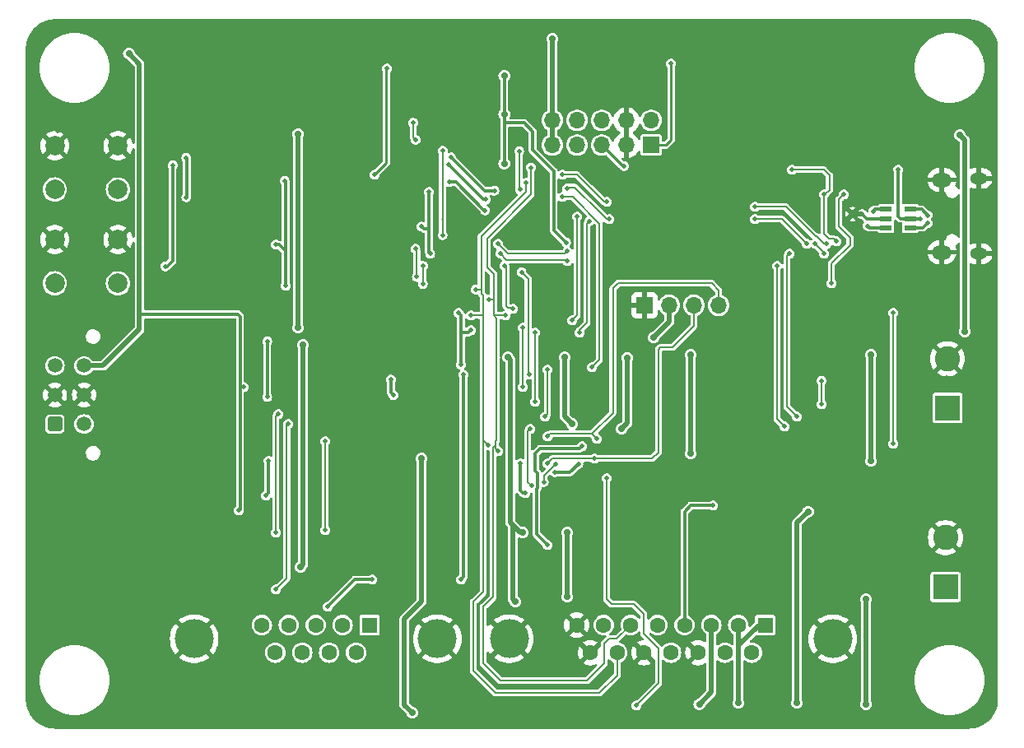
<source format=gbl>
G04 #@! TF.GenerationSoftware,KiCad,Pcbnew,7.0.9*
G04 #@! TF.CreationDate,2023-12-02T16:20:12-07:00*
G04 #@! TF.ProjectId,Fuel_Cell_Controller_Prototype,4675656c-5f43-4656-9c6c-5f436f6e7472,V1.0*
G04 #@! TF.SameCoordinates,Original*
G04 #@! TF.FileFunction,Copper,L2,Bot*
G04 #@! TF.FilePolarity,Positive*
%FSLAX46Y46*%
G04 Gerber Fmt 4.6, Leading zero omitted, Abs format (unit mm)*
G04 Created by KiCad (PCBNEW 7.0.9) date 2023-12-02 16:20:12*
%MOMM*%
%LPD*%
G01*
G04 APERTURE LIST*
G04 Aperture macros list*
%AMRoundRect*
0 Rectangle with rounded corners*
0 $1 Rounding radius*
0 $2 $3 $4 $5 $6 $7 $8 $9 X,Y pos of 4 corners*
0 Add a 4 corners polygon primitive as box body*
4,1,4,$2,$3,$4,$5,$6,$7,$8,$9,$2,$3,0*
0 Add four circle primitives for the rounded corners*
1,1,$1+$1,$2,$3*
1,1,$1+$1,$4,$5*
1,1,$1+$1,$6,$7*
1,1,$1+$1,$8,$9*
0 Add four rect primitives between the rounded corners*
20,1,$1+$1,$2,$3,$4,$5,0*
20,1,$1+$1,$4,$5,$6,$7,0*
20,1,$1+$1,$6,$7,$8,$9,0*
20,1,$1+$1,$8,$9,$2,$3,0*%
G04 Aperture macros list end*
G04 #@! TA.AperFunction,ComponentPad*
%ADD10C,2.000000*%
G04 #@! TD*
G04 #@! TA.AperFunction,ComponentPad*
%ADD11R,2.600000X2.600000*%
G04 #@! TD*
G04 #@! TA.AperFunction,ComponentPad*
%ADD12C,2.600000*%
G04 #@! TD*
G04 #@! TA.AperFunction,ComponentPad*
%ADD13R,1.700000X1.700000*%
G04 #@! TD*
G04 #@! TA.AperFunction,ComponentPad*
%ADD14O,1.700000X1.700000*%
G04 #@! TD*
G04 #@! TA.AperFunction,ComponentPad*
%ADD15RoundRect,0.250001X0.499999X-0.499999X0.499999X0.499999X-0.499999X0.499999X-0.499999X-0.499999X0*%
G04 #@! TD*
G04 #@! TA.AperFunction,ComponentPad*
%ADD16C,1.500000*%
G04 #@! TD*
G04 #@! TA.AperFunction,ComponentPad*
%ADD17C,4.000000*%
G04 #@! TD*
G04 #@! TA.AperFunction,ComponentPad*
%ADD18R,1.600000X1.600000*%
G04 #@! TD*
G04 #@! TA.AperFunction,ComponentPad*
%ADD19C,1.600000*%
G04 #@! TD*
G04 #@! TA.AperFunction,ComponentPad*
%ADD20O,1.800000X1.150000*%
G04 #@! TD*
G04 #@! TA.AperFunction,ComponentPad*
%ADD21O,2.000000X1.450000*%
G04 #@! TD*
G04 #@! TA.AperFunction,SMDPad,CuDef*
%ADD22C,0.500000*%
G04 #@! TD*
G04 #@! TA.AperFunction,SMDPad,CuDef*
%ADD23RoundRect,0.041300X-0.563700X-0.253700X0.563700X-0.253700X0.563700X0.253700X-0.563700X0.253700X0*%
G04 #@! TD*
G04 #@! TA.AperFunction,ViaPad*
%ADD24C,0.500000*%
G04 #@! TD*
G04 #@! TA.AperFunction,ViaPad*
%ADD25C,0.700000*%
G04 #@! TD*
G04 #@! TA.AperFunction,ViaPad*
%ADD26C,0.800000*%
G04 #@! TD*
G04 #@! TA.AperFunction,Conductor*
%ADD27C,0.300000*%
G04 #@! TD*
G04 #@! TA.AperFunction,Conductor*
%ADD28C,0.500000*%
G04 #@! TD*
G04 #@! TA.AperFunction,Conductor*
%ADD29C,0.200000*%
G04 #@! TD*
G04 #@! TA.AperFunction,Conductor*
%ADD30C,0.250000*%
G04 #@! TD*
G04 APERTURE END LIST*
G04 #@! TA.AperFunction,EtchedComponent*
G36*
X185023000Y-83308000D02*
G01*
X184023000Y-83308000D01*
X184023000Y-82808000D01*
X185023000Y-82808000D01*
X185023000Y-83308000D01*
G37*
G04 #@! TD.AperFunction*
D10*
X101974000Y-76020000D03*
X108474000Y-76020000D03*
X101974000Y-80520000D03*
X108474000Y-80520000D03*
D11*
X193802000Y-102997000D03*
D12*
X193802000Y-97917000D03*
D13*
X162636200Y-92431000D03*
D14*
X165176200Y-92431000D03*
X167716200Y-92431000D03*
X170256200Y-92431000D03*
D15*
X101986500Y-104653500D03*
D16*
X101986500Y-101653500D03*
X101986500Y-98653500D03*
X104986500Y-104653500D03*
X104986500Y-101653500D03*
X104986500Y-98653500D03*
D17*
X148710000Y-126750000D03*
X182010000Y-126750000D03*
D18*
X175055000Y-125330000D03*
D19*
X172285000Y-125330000D03*
X169515000Y-125330000D03*
X166745000Y-125330000D03*
X163975000Y-125330000D03*
X161205000Y-125330000D03*
X158435000Y-125330000D03*
X155665000Y-125330000D03*
X173670000Y-128170000D03*
X170900000Y-128170000D03*
X168130000Y-128170000D03*
X165360000Y-128170000D03*
X162590000Y-128170000D03*
X159820000Y-128170000D03*
X157050000Y-128170000D03*
D17*
X116314000Y-126750000D03*
X141314000Y-126750000D03*
D18*
X134354000Y-125330000D03*
D19*
X131584000Y-125330000D03*
X128814000Y-125330000D03*
X126044000Y-125330000D03*
X123274000Y-125330000D03*
X132969000Y-128170000D03*
X130199000Y-128170000D03*
X127429000Y-128170000D03*
X124659000Y-128170000D03*
D20*
X197022000Y-87122000D03*
D21*
X193222000Y-86972000D03*
X193222000Y-79522000D03*
D20*
X197022000Y-79372000D03*
D11*
X193599000Y-121417000D03*
D12*
X193599000Y-116337000D03*
D10*
X101974000Y-85672000D03*
X108474000Y-85672000D03*
X101974000Y-90172000D03*
X108474000Y-90172000D03*
D13*
X163322000Y-75946000D03*
D14*
X163322000Y-73406000D03*
X160782000Y-75946000D03*
X160782000Y-73406000D03*
X158242000Y-75946000D03*
X158242000Y-73406000D03*
X155702000Y-75946000D03*
X155702000Y-73406000D03*
X153162000Y-75946000D03*
X153162000Y-73406000D03*
D22*
X184023000Y-83058000D03*
X185023000Y-83058000D03*
D23*
X187467000Y-84451000D03*
X187467000Y-83501000D03*
X187467000Y-82551000D03*
X189977000Y-82551000D03*
X189977000Y-83501000D03*
X189977000Y-84451000D03*
D24*
X140462000Y-80772000D03*
D25*
X148209000Y-68834000D03*
D24*
X139700000Y-84328000D03*
X154559000Y-85979000D03*
D25*
X148209000Y-77851000D03*
X148209000Y-72771000D03*
D24*
X140589000Y-87122000D03*
X163243977Y-130344100D03*
X164000000Y-135500000D03*
X135303977Y-132884100D03*
X132763977Y-74464100D03*
X191183977Y-104944100D03*
X168323977Y-66844100D03*
X168323977Y-74464100D03*
X173403977Y-69384100D03*
X191183977Y-89704100D03*
X165783977Y-79544100D03*
X130000000Y-63500000D03*
X198500000Y-112000000D03*
X168323977Y-115104100D03*
X104823977Y-77004100D03*
X99500000Y-77000000D03*
X114000000Y-63500000D03*
X148003977Y-104944100D03*
X104823977Y-122724100D03*
X112000000Y-135500000D03*
X132000000Y-135500000D03*
X178000000Y-63500000D03*
X142923977Y-97324100D03*
X180000000Y-63500000D03*
X135303977Y-122724100D03*
X173403977Y-130344100D03*
X137843977Y-115104100D03*
X122603977Y-104944100D03*
X120063977Y-71924100D03*
X117523977Y-69384100D03*
X124000000Y-135500000D03*
X196263977Y-120184100D03*
X114983977Y-120184100D03*
X160703977Y-117644100D03*
X122603977Y-69384100D03*
X188643977Y-122724100D03*
X147751800Y-91846400D03*
X118000000Y-63500000D03*
X150000000Y-63500000D03*
X198500000Y-126000000D03*
X197500000Y-64500000D03*
X99500000Y-129000000D03*
X99500000Y-133000000D03*
X104823977Y-79544100D03*
X130223977Y-79544100D03*
X125143977Y-69384100D03*
X160703977Y-69384100D03*
X165783977Y-132884100D03*
X107363977Y-87164100D03*
X163243977Y-82084100D03*
X173403977Y-74464100D03*
X99500000Y-67000000D03*
X109903977Y-125264100D03*
X139446000Y-91643200D03*
X109903977Y-115104100D03*
X168323977Y-79544100D03*
X168000000Y-63500000D03*
X191183977Y-77004100D03*
X188643977Y-130344100D03*
X175943977Y-71924100D03*
X126000000Y-135500000D03*
X181023977Y-110024100D03*
X196263977Y-110024100D03*
X160703977Y-130344100D03*
X166000000Y-135500000D03*
X107363977Y-122724100D03*
X144000000Y-135500000D03*
X170863977Y-102404100D03*
X109903977Y-102404100D03*
X181023977Y-112564100D03*
X109903977Y-132884100D03*
X198500000Y-128000000D03*
X108000000Y-135500000D03*
X158163977Y-69384100D03*
X170863977Y-107484100D03*
X186103977Y-71924100D03*
X132000000Y-63500000D03*
X140383977Y-130344100D03*
X158163977Y-102404100D03*
X104823977Y-92244100D03*
X155623977Y-120184100D03*
X154000000Y-135500000D03*
X150114000Y-83058000D03*
X191183977Y-120184100D03*
X150114000Y-84074000D03*
X135303977Y-74464100D03*
X107363977Y-74464100D03*
X198500000Y-94000000D03*
X188000000Y-135500000D03*
X196263977Y-125264100D03*
X99500000Y-73000000D03*
X156000000Y-63500000D03*
X114983977Y-74464100D03*
X131445000Y-102616000D03*
X120063977Y-117644100D03*
X134000000Y-135500000D03*
X198500000Y-86000000D03*
X178483977Y-69384100D03*
X132763977Y-110024100D03*
X128524000Y-102616000D03*
X104823977Y-82084100D03*
X175943977Y-66844100D03*
X135303977Y-87164100D03*
X122603977Y-130344100D03*
X114983977Y-89704100D03*
X168323977Y-71924100D03*
X132763977Y-130344100D03*
X140383977Y-132884100D03*
X132763977Y-115104100D03*
X170863977Y-132884100D03*
X136000000Y-135500000D03*
X198500000Y-100000000D03*
X155623977Y-102404100D03*
X148000000Y-63500000D03*
X146000000Y-63500000D03*
X196000000Y-63500000D03*
X151130000Y-83058000D03*
X112443977Y-74464100D03*
X186103977Y-69384100D03*
X120063977Y-87164100D03*
X158000000Y-63500000D03*
X196263977Y-102404100D03*
X127683977Y-69384100D03*
X104823977Y-84624100D03*
X122000000Y-135500000D03*
X165783977Y-112564100D03*
X186103977Y-66844100D03*
X181023977Y-66844100D03*
X181023977Y-69384100D03*
X99500000Y-85000000D03*
X183563977Y-89704100D03*
X152000000Y-135500000D03*
X173403977Y-110024100D03*
X128000000Y-63500000D03*
X112443977Y-125264100D03*
X114000000Y-135500000D03*
X122603977Y-71924100D03*
X198500000Y-132000000D03*
X152146000Y-83058000D03*
X142923977Y-66844100D03*
X99500000Y-91000000D03*
X180000000Y-135500000D03*
X175943977Y-130344100D03*
X120063977Y-130344100D03*
X120063977Y-102404100D03*
X170863977Y-71924100D03*
X130223977Y-84624100D03*
X158000000Y-135500000D03*
X198500000Y-70000000D03*
X99500000Y-115000000D03*
X170000000Y-135500000D03*
X120063977Y-89704100D03*
X122603977Y-132884100D03*
X137843977Y-110024100D03*
X178483977Y-71924100D03*
X150543977Y-66844100D03*
X132763977Y-69384100D03*
X188643977Y-132884100D03*
X135303977Y-115104100D03*
X99500000Y-87000000D03*
X198500000Y-116000000D03*
X122603977Y-82084100D03*
X198500000Y-110000000D03*
X188643977Y-84624100D03*
X112443977Y-71924100D03*
X134493000Y-121666000D03*
X130223977Y-132884100D03*
X120063977Y-82084100D03*
X99500000Y-117000000D03*
X198500000Y-84000000D03*
X114983977Y-87164100D03*
X135303977Y-112564100D03*
X170863977Y-104944100D03*
X112443977Y-127804100D03*
X142923977Y-122724100D03*
X142923977Y-130344100D03*
X120063977Y-110024100D03*
X140589000Y-102616000D03*
X104000000Y-135500000D03*
X181023977Y-132884100D03*
X102283977Y-122724100D03*
X142468600Y-91643200D03*
X198500000Y-78000000D03*
X135303977Y-66844100D03*
X191183977Y-71924100D03*
X175943977Y-112564100D03*
X142000000Y-135500000D03*
X135303977Y-117644100D03*
X130223977Y-130344100D03*
X142923977Y-115104100D03*
X107363977Y-112564100D03*
X104823977Y-117644100D03*
X137109200Y-89865200D03*
X122603977Y-115104100D03*
X127683977Y-130344100D03*
X162000000Y-63500000D03*
X196263977Y-117644100D03*
X104823977Y-94784100D03*
X107363977Y-94784100D03*
X128000000Y-135500000D03*
X132763977Y-132884100D03*
X120063977Y-74464100D03*
X160000000Y-63500000D03*
X198500000Y-68000000D03*
X99500000Y-105000000D03*
X102283977Y-107484100D03*
X152146000Y-84074000D03*
X107363977Y-82084100D03*
X170688000Y-117602000D03*
X117523977Y-122724100D03*
X154838400Y-89128600D03*
X122603977Y-127804100D03*
X117523977Y-84624100D03*
X181023977Y-130344100D03*
X142923977Y-112564100D03*
X146000000Y-135500000D03*
X168323977Y-69384100D03*
X120063977Y-84624100D03*
X99500000Y-113000000D03*
X175943977Y-69384100D03*
X172000000Y-63500000D03*
X181023977Y-77004100D03*
X178000000Y-135500000D03*
X158163977Y-71924100D03*
X153083977Y-125264100D03*
X117523977Y-115104100D03*
X163243977Y-117644100D03*
X165783977Y-77004100D03*
X168323977Y-77004100D03*
X99500000Y-119000000D03*
X107363977Y-117644100D03*
X198500000Y-96000000D03*
X122603977Y-102404100D03*
X112443977Y-122724100D03*
X99500000Y-127000000D03*
X104823977Y-115104100D03*
X186103977Y-115104100D03*
X183563977Y-104944100D03*
X122603977Y-74464100D03*
X125143977Y-71924100D03*
X125143977Y-122724100D03*
X146812000Y-79756000D03*
X165783977Y-130344100D03*
X188643977Y-69384100D03*
X182000000Y-135500000D03*
X137843977Y-122724100D03*
X125143977Y-66844100D03*
X107363977Y-92244100D03*
X138000000Y-63500000D03*
X99500000Y-69000000D03*
X186103977Y-74464100D03*
X142923977Y-110024100D03*
X99500000Y-121000000D03*
X108000000Y-63500000D03*
X140383977Y-97324100D03*
X104823977Y-125264100D03*
X126000000Y-63500000D03*
X112443977Y-132884100D03*
X117523977Y-102404100D03*
X100000000Y-64500000D03*
X132763977Y-66844100D03*
X196263977Y-71924100D03*
X163243977Y-71924100D03*
X148000000Y-135500000D03*
X102283977Y-92244100D03*
X170688000Y-115824000D03*
X99500000Y-125000000D03*
X147345400Y-88341200D03*
X112443977Y-102404100D03*
X99500000Y-131000000D03*
X122603977Y-87164100D03*
X175943977Y-110024100D03*
X168323977Y-82084100D03*
X196263977Y-115104100D03*
X198500000Y-114000000D03*
X114983977Y-69384100D03*
X120063977Y-115104100D03*
X178483977Y-79544100D03*
X140000000Y-135500000D03*
X110000000Y-135500000D03*
X117523977Y-117644100D03*
X116000000Y-135500000D03*
X193723977Y-110024100D03*
X198500000Y-66000000D03*
X114983977Y-99864100D03*
X198500000Y-92000000D03*
X107363977Y-120184100D03*
X160703977Y-92244100D03*
X194000000Y-135500000D03*
X102283977Y-112564100D03*
X188643977Y-115104100D03*
X174000000Y-135500000D03*
X198500000Y-102000000D03*
X150543977Y-130344100D03*
X168323977Y-130344100D03*
X145463977Y-69384100D03*
X173403977Y-77004100D03*
X109903977Y-69384100D03*
X130223977Y-71924100D03*
X136000000Y-63500000D03*
X165783977Y-104944100D03*
X104823977Y-74464100D03*
X130223977Y-125264100D03*
X135303977Y-127804100D03*
X186103977Y-79544100D03*
X181023977Y-104944100D03*
X109903977Y-112564100D03*
X165783977Y-102404100D03*
X145463977Y-132884100D03*
X181023977Y-71924100D03*
X99500000Y-99000000D03*
X168000000Y-135500000D03*
X102283977Y-110024100D03*
X170863977Y-74464100D03*
X120063977Y-92244100D03*
X159639000Y-109855000D03*
X117523977Y-132884100D03*
X124000000Y-63500000D03*
X183563977Y-99864100D03*
X135303977Y-97324100D03*
X183563977Y-132884100D03*
X104823977Y-87164100D03*
X192000000Y-63500000D03*
X106000000Y-63500000D03*
X190000000Y-63500000D03*
X183563977Y-120184100D03*
X163243977Y-69384100D03*
X170863977Y-69384100D03*
X168323977Y-117644100D03*
X160703977Y-66844100D03*
X114983977Y-84624100D03*
X191183977Y-125264100D03*
X188643977Y-66844100D03*
X137843977Y-69384100D03*
X99500000Y-81000000D03*
X183563977Y-71924100D03*
X188643977Y-117644100D03*
X120063977Y-125264100D03*
X127683977Y-71924100D03*
X132763977Y-112564100D03*
X196263977Y-97324100D03*
X174000000Y-63500000D03*
X102283977Y-71924100D03*
X160703977Y-82084100D03*
X135303977Y-110024100D03*
X193723977Y-104944100D03*
X137843977Y-66844100D03*
X191183977Y-97324100D03*
X183563977Y-107484100D03*
X136220200Y-92202000D03*
X104823977Y-71924100D03*
X150543977Y-71924100D03*
X170000000Y-63500000D03*
X117523977Y-87164100D03*
X150543977Y-117644100D03*
X170863977Y-82084100D03*
X130223977Y-82084100D03*
X116000000Y-63500000D03*
X102000000Y-135500000D03*
X198500000Y-130000000D03*
X102283977Y-115104100D03*
X130000000Y-135500000D03*
X182000000Y-63500000D03*
X117523977Y-130344100D03*
X142923977Y-117644100D03*
X120063977Y-132884100D03*
X117523977Y-82084100D03*
X198500000Y-90000000D03*
X198500000Y-122000000D03*
X163243977Y-110024100D03*
X120063977Y-104944100D03*
X191183977Y-122724100D03*
X155623977Y-66844100D03*
X178483977Y-92244100D03*
X159639000Y-111506000D03*
X192000000Y-135500000D03*
X198500000Y-74000000D03*
X194000000Y-63500000D03*
X193723977Y-71924100D03*
X117523977Y-99864100D03*
X157734000Y-131318000D03*
X198500000Y-72000000D03*
X163243977Y-66844100D03*
X193723977Y-107484100D03*
X99500000Y-107000000D03*
X114983977Y-71924100D03*
X104823977Y-120184100D03*
X166000000Y-63500000D03*
X158750000Y-130302000D03*
X193723977Y-99864100D03*
X165783977Y-107484100D03*
X102283977Y-125264100D03*
X136144000Y-102616000D03*
X181023977Y-74464100D03*
X109903977Y-127804100D03*
X191183977Y-99864100D03*
X137843977Y-117644100D03*
X198000000Y-134500000D03*
X186000000Y-63500000D03*
X193723977Y-125264100D03*
X138000000Y-135500000D03*
X183563977Y-66844100D03*
X99500000Y-75000000D03*
X112443977Y-69384100D03*
X186103977Y-92244100D03*
X99500000Y-97000000D03*
X117523977Y-120184100D03*
X100500000Y-134500000D03*
X193723977Y-112564100D03*
X120063977Y-66844100D03*
X102283977Y-82084100D03*
X112000000Y-63500000D03*
X144119600Y-91643200D03*
X173403977Y-66844100D03*
X112443977Y-120184100D03*
X99500000Y-93000000D03*
X102000000Y-63500000D03*
X102283977Y-94784100D03*
X188643977Y-89704100D03*
X168323977Y-104944100D03*
X172000000Y-135500000D03*
X176000000Y-135500000D03*
X178483977Y-74464100D03*
X160703977Y-132884100D03*
X120000000Y-63500000D03*
X120063977Y-69384100D03*
X112443977Y-117644100D03*
X188643977Y-87164100D03*
X160703977Y-71924100D03*
X140383977Y-69384100D03*
X173403977Y-104944100D03*
X198500000Y-76000000D03*
X142923977Y-132884100D03*
X99500000Y-111000000D03*
X175943977Y-74464100D03*
X163243977Y-102404100D03*
X178483977Y-102404100D03*
X109903977Y-120184100D03*
X99500000Y-103000000D03*
X137843977Y-97324100D03*
X198500000Y-88000000D03*
X114983977Y-66844100D03*
X125143977Y-130344100D03*
X173403977Y-71924100D03*
X183563977Y-130344100D03*
X183563977Y-122724100D03*
X112443977Y-89704100D03*
X162000000Y-135500000D03*
X192024000Y-84836000D03*
X160000000Y-135500000D03*
X142923977Y-107484100D03*
X186103977Y-89704100D03*
X132969000Y-102616000D03*
X198500000Y-106000000D03*
X140383977Y-66844100D03*
X196263977Y-104944100D03*
X184000000Y-135500000D03*
X153859000Y-110363000D03*
X99500000Y-101000000D03*
X175943977Y-132884100D03*
X137843977Y-112564100D03*
X173403977Y-79544100D03*
X122603977Y-92244100D03*
X148003977Y-99864100D03*
X120063977Y-122724100D03*
X151130000Y-84074000D03*
X109903977Y-122724100D03*
X196263977Y-112564100D03*
X168323977Y-102404100D03*
X122603977Y-89704100D03*
X148003977Y-122724100D03*
X198500000Y-120000000D03*
X152146000Y-85090000D03*
X138176000Y-87249000D03*
X140970000Y-91643200D03*
X99500000Y-83000000D03*
X154000000Y-63500000D03*
X184000000Y-63500000D03*
X107363977Y-102404100D03*
X102283977Y-117644100D03*
X146481800Y-90855800D03*
X109903977Y-71924100D03*
X155623977Y-130344100D03*
X198500000Y-82000000D03*
X178483977Y-110024100D03*
X191183977Y-92244100D03*
X176000000Y-63500000D03*
X132763977Y-92244100D03*
X173403977Y-115104100D03*
X188643977Y-125264100D03*
X102283977Y-120184100D03*
X188643977Y-71924100D03*
X104823977Y-112564100D03*
X102283977Y-74464100D03*
X142113000Y-102616000D03*
X127683977Y-132884100D03*
X155623977Y-127804100D03*
X183563977Y-92244100D03*
X134493000Y-102616000D03*
X99500000Y-71000000D03*
X110000000Y-63500000D03*
X122000000Y-63500000D03*
X134000000Y-63500000D03*
X117523977Y-71924100D03*
X150114000Y-85090000D03*
X188000000Y-63500000D03*
X190000000Y-135500000D03*
X173403977Y-117644100D03*
X170863977Y-77004100D03*
X150000000Y-135500000D03*
X198500000Y-98000000D03*
X186000000Y-135500000D03*
X114983977Y-130344100D03*
X130223977Y-89704100D03*
X144000000Y-63500000D03*
X112443977Y-99864100D03*
X186103977Y-87164100D03*
X129921000Y-102616000D03*
X153083977Y-130344100D03*
X130223977Y-92244100D03*
X107363977Y-125264100D03*
X125143977Y-132884100D03*
X198500000Y-108000000D03*
X118000000Y-135500000D03*
X107363977Y-71924100D03*
X99500000Y-109000000D03*
X165783977Y-117644100D03*
X117523977Y-92244100D03*
X153083977Y-127804100D03*
X135303977Y-69384100D03*
X127683977Y-66844100D03*
X152000000Y-63500000D03*
X173403977Y-120184100D03*
X193723977Y-92244100D03*
X164000000Y-63500000D03*
X163243977Y-104944100D03*
X122603977Y-66844100D03*
X198500000Y-118000000D03*
X153619200Y-89103200D03*
X109903977Y-117644100D03*
X125143977Y-99864100D03*
X178483977Y-77004100D03*
X120000000Y-135500000D03*
X173403977Y-112564100D03*
X148003977Y-66844100D03*
X135303977Y-71924100D03*
X191183977Y-79544100D03*
X114983977Y-122724100D03*
X175943977Y-107484100D03*
X170863977Y-79544100D03*
X148003977Y-120184100D03*
X107363977Y-115104100D03*
X99500000Y-89000000D03*
X156000000Y-135500000D03*
X114983977Y-117644100D03*
X188643977Y-127804100D03*
X117523977Y-104944100D03*
X198500000Y-80000000D03*
X120063977Y-99864100D03*
X173403977Y-102404100D03*
X99500000Y-79000000D03*
X196000000Y-135500000D03*
X193723977Y-77004100D03*
D26*
X163957000Y-121793000D03*
D24*
X142000000Y-63500000D03*
X125143977Y-74464100D03*
X99500000Y-95000000D03*
X196263977Y-122724100D03*
X130223977Y-74464100D03*
X109903977Y-99864100D03*
X135303977Y-130344100D03*
X106000000Y-135500000D03*
X175943977Y-77004100D03*
X120063977Y-120184100D03*
X112443977Y-66844100D03*
X181023977Y-92244100D03*
X120063977Y-127804100D03*
X170863977Y-66844100D03*
X170863977Y-122724100D03*
X178483977Y-66844100D03*
X130223977Y-66844100D03*
X114983977Y-132884100D03*
X117523977Y-74464100D03*
X117523977Y-66844100D03*
X145463977Y-66844100D03*
X173403977Y-92244100D03*
X122603977Y-84624100D03*
X112443977Y-130344100D03*
X132763977Y-71924100D03*
X117523977Y-89704100D03*
X151130000Y-85090000D03*
X183563977Y-69384100D03*
X140000000Y-63500000D03*
X158163977Y-66844100D03*
X198500000Y-124000000D03*
X142923977Y-69384100D03*
X109903977Y-130344100D03*
X114983977Y-102404100D03*
X130223977Y-69384100D03*
X150543977Y-120184100D03*
X170688000Y-119380000D03*
X170863977Y-130344100D03*
X193723977Y-89704100D03*
X165783977Y-82084100D03*
X99500000Y-123000000D03*
X198500000Y-104000000D03*
X196263977Y-99864100D03*
X196263977Y-107484100D03*
X109903977Y-74464100D03*
X104000000Y-63500000D03*
D25*
X127000000Y-94742000D03*
X163576000Y-95758000D03*
D24*
X151003000Y-110998000D03*
D25*
X160858200Y-97840800D03*
X150114000Y-115824000D03*
D24*
X136548000Y-100067500D03*
D25*
X167386000Y-97536000D03*
D24*
X153532468Y-108753500D03*
X136802000Y-101683000D03*
D25*
X160274000Y-105156000D03*
X148590000Y-97790000D03*
X127254000Y-119380000D03*
X195580000Y-95123000D03*
X155194000Y-104648000D03*
D24*
X152273000Y-110617000D03*
D25*
X185928000Y-108458000D03*
D24*
X150876000Y-105156000D03*
X139088000Y-75412000D03*
D25*
X185928000Y-97536000D03*
X154686000Y-122428000D03*
D24*
X138834000Y-73634000D03*
D25*
X149352000Y-122936000D03*
X167386000Y-107696000D03*
X154686000Y-115824000D03*
X127508000Y-96520000D03*
X195072000Y-74930000D03*
X154432000Y-97790000D03*
X127000000Y-74803000D03*
D24*
X136144000Y-68072000D03*
X134874000Y-78994000D03*
X165354000Y-67564000D03*
X142595600Y-79756000D03*
X146245173Y-82667654D03*
X144018000Y-99568000D03*
X134620000Y-120650000D03*
X125603000Y-79629000D03*
X124714000Y-86186400D03*
X144780000Y-94996000D03*
X143510000Y-93218000D03*
X143764000Y-98552000D03*
X125730000Y-90424000D03*
X130048000Y-123444000D03*
X143764000Y-120650000D03*
D25*
X153162000Y-65024000D03*
D24*
X120904000Y-113538000D03*
X121412000Y-100838000D03*
D25*
X109601000Y-66548000D03*
X139700000Y-108204000D03*
X185420000Y-122682000D03*
X172285000Y-133350000D03*
X178308000Y-133350000D03*
X179451000Y-113665000D03*
X185420000Y-133477000D03*
D24*
X161798000Y-133604000D03*
D25*
X168275000Y-133477000D03*
X138747500Y-134366000D03*
D24*
X158750000Y-110236000D03*
X181864000Y-90170000D03*
X183134000Y-81026000D03*
X177800000Y-78486000D03*
X180192111Y-86121871D03*
X181102000Y-81026000D03*
X182372000Y-85852000D03*
X181102000Y-87122000D03*
X185582500Y-84263000D03*
X186182000Y-82739000D03*
X188722000Y-78486000D03*
X191008000Y-83501000D03*
X188214000Y-106680000D03*
X188214000Y-93218000D03*
X149098000Y-92801500D03*
X148209000Y-88366600D03*
X139217400Y-89509600D03*
X139065000Y-86614000D03*
X169672000Y-113030000D03*
X156210000Y-106934000D03*
X152654000Y-117094000D03*
X155829000Y-108753500D03*
X150368000Y-111760000D03*
X149860000Y-108712000D03*
X153415293Y-109613500D03*
X191748937Y-83972000D03*
X191748937Y-83172000D03*
X141884400Y-76530200D03*
X141859000Y-85217000D03*
X149860000Y-80518000D03*
X149733000Y-76581000D03*
X147574000Y-86106000D03*
X177546000Y-87122000D03*
X154686000Y-86868000D03*
X178308000Y-103886000D03*
X154686000Y-87884000D03*
X147782344Y-87091456D03*
X176276000Y-88392000D03*
X177038000Y-104902000D03*
X139852400Y-88366600D03*
X139827000Y-90236900D03*
X180848000Y-102616000D03*
X149981856Y-89021856D03*
X180848000Y-100203000D03*
X150749000Y-99568000D03*
X124714000Y-121666000D03*
X125984000Y-104648000D03*
X156972000Y-83774500D03*
X151384000Y-95250000D03*
X155956000Y-95250000D03*
X151384000Y-102362000D03*
X155702000Y-83312000D03*
X150114000Y-94742000D03*
X124968000Y-103632000D03*
X150114000Y-100838000D03*
X155194000Y-93980000D03*
X124714000Y-115824000D03*
X157226000Y-98806000D03*
X154178000Y-81280000D03*
X129794000Y-106426000D03*
X152400000Y-103886000D03*
X152654000Y-99060000D03*
X129794000Y-115570000D03*
X173990000Y-82296000D03*
X181370053Y-86106000D03*
X154178000Y-78994000D03*
X158750000Y-81788000D03*
X173990000Y-83566000D03*
X154660600Y-80416400D03*
X159004000Y-83566000D03*
X179324000Y-86106000D03*
X152654000Y-108712000D03*
X147574000Y-107442000D03*
X157480000Y-108204000D03*
X148336000Y-93472000D03*
X150952200Y-78257400D03*
X146599500Y-91846400D03*
X144780000Y-93472000D03*
X152654000Y-105918000D03*
X157734000Y-106172000D03*
X146558000Y-106807000D03*
X150422188Y-79835484D03*
X145262600Y-90805000D03*
X115511000Y-77254000D03*
X115511000Y-81318000D03*
X147193000Y-80645000D03*
X142748000Y-77216000D03*
X187467000Y-83501000D03*
X160528000Y-78105000D03*
X114114000Y-78016000D03*
X146304000Y-81534000D03*
X142494000Y-77978000D03*
X113352000Y-88426000D03*
X123825000Y-101854000D03*
X123825000Y-96139000D03*
X123952000Y-108458000D03*
X123698000Y-112014000D03*
D27*
X120777000Y-93345000D02*
X110693200Y-93345000D01*
X121036500Y-93604500D02*
X120777000Y-93345000D01*
X121036500Y-100965000D02*
X121036500Y-93604500D01*
D28*
X110693200Y-93345000D02*
X110693200Y-94919800D01*
X110693200Y-67640200D02*
X110693200Y-93345000D01*
X106959500Y-98653500D02*
X104986500Y-98653500D01*
X110693200Y-94919800D02*
X106959500Y-98653500D01*
X109601000Y-66548000D02*
X110693200Y-67640200D01*
D27*
X153289000Y-84709000D02*
X154559000Y-85979000D01*
X150241000Y-73660000D02*
X151130000Y-74549000D01*
X139954000Y-84582000D02*
X139700000Y-84328000D01*
X148209000Y-75311000D02*
X148209000Y-77851000D01*
X148209000Y-73660000D02*
X150241000Y-73660000D01*
X140462000Y-84582000D02*
X140462000Y-85140800D01*
X148209000Y-73660000D02*
X148209000Y-75311000D01*
X140462000Y-85140800D02*
X140462000Y-86995000D01*
X151130000Y-74549000D02*
X151130000Y-76454000D01*
X151130000Y-76454000D02*
X153289000Y-78613000D01*
X148209000Y-68834000D02*
X148209000Y-72771000D01*
X140462000Y-80772000D02*
X140462000Y-84582000D01*
X140462000Y-86995000D02*
X140589000Y-87122000D01*
X148209000Y-72771000D02*
X148209000Y-73660000D01*
X153289000Y-78613000D02*
X153289000Y-84709000D01*
X140462000Y-84582000D02*
X139954000Y-84582000D01*
D28*
X195580000Y-95123000D02*
X195580000Y-75438000D01*
D29*
X152273000Y-109978682D02*
X152273000Y-110617000D01*
D28*
X148844000Y-98044000D02*
X148590000Y-97790000D01*
X127254000Y-119380000D02*
X127508000Y-119126000D01*
D29*
X153532468Y-108753500D02*
X153498182Y-108753500D01*
D28*
X154432000Y-103886000D02*
X155194000Y-104648000D01*
D27*
X136548000Y-100067500D02*
X136548000Y-101429000D01*
D28*
X149098000Y-115062000D02*
X148844000Y-114808000D01*
D29*
X150622000Y-105410000D02*
X150622000Y-110617000D01*
X153498182Y-108753500D02*
X152273000Y-109978682D01*
X138834000Y-75158000D02*
X139088000Y-75412000D01*
D28*
X127508000Y-119126000D02*
X127508000Y-96520000D01*
X149860000Y-115824000D02*
X150114000Y-115824000D01*
X154686000Y-122428000D02*
X154686000Y-115824000D01*
D29*
X150876000Y-105156000D02*
X150622000Y-105410000D01*
D27*
X136548000Y-101429000D02*
X136802000Y-101683000D01*
D28*
X149098000Y-115062000D02*
X149860000Y-115824000D01*
X163576000Y-95758000D02*
X165176200Y-94157800D01*
D29*
X138834000Y-73634000D02*
X138834000Y-75158000D01*
D28*
X185928000Y-97536000D02*
X185928000Y-108458000D01*
X149098000Y-122682000D02*
X149098000Y-115062000D01*
X154432000Y-97790000D02*
X154432000Y-103886000D01*
X160883600Y-104546400D02*
X160274000Y-105156000D01*
X160883600Y-97866200D02*
X160883600Y-104546400D01*
X127000000Y-74803000D02*
X127000000Y-94742000D01*
D29*
X150622000Y-110617000D02*
X151003000Y-110998000D01*
D28*
X167386000Y-97536000D02*
X167386000Y-107696000D01*
X149352000Y-122936000D02*
X149098000Y-122682000D01*
X148844000Y-114808000D02*
X148844000Y-98044000D01*
X195580000Y-75438000D02*
X195072000Y-74930000D01*
X160858200Y-97840800D02*
X160883600Y-97866200D01*
X165176200Y-94157800D02*
X165176200Y-92431000D01*
D27*
X146167654Y-82667654D02*
X143256000Y-79756000D01*
D30*
X163322000Y-75946000D02*
X164846000Y-75946000D01*
X165354000Y-75438000D02*
X165354000Y-67564000D01*
D27*
X146245173Y-82667654D02*
X146167654Y-82667654D01*
X143256000Y-79756000D02*
X142595600Y-79756000D01*
D30*
X164846000Y-75946000D02*
X165354000Y-75438000D01*
X134874000Y-78994000D02*
X136084000Y-77784000D01*
X136084000Y-68132000D02*
X136144000Y-68072000D01*
X136084000Y-77784000D02*
X136084000Y-68132000D01*
D27*
X125730000Y-90424000D02*
X125730000Y-86868000D01*
X125730000Y-79756000D02*
X125603000Y-79629000D01*
X144018000Y-120396000D02*
X143764000Y-120650000D01*
X144018000Y-99568000D02*
X144018000Y-120396000D01*
X125730000Y-80772000D02*
X125730000Y-79756000D01*
X143764000Y-95250000D02*
X144526000Y-95250000D01*
X125730000Y-86868000D02*
X125730000Y-80772000D01*
X143764000Y-93472000D02*
X143510000Y-93218000D01*
X125048400Y-86186400D02*
X124714000Y-86186400D01*
X132842000Y-120650000D02*
X130048000Y-123444000D01*
X134620000Y-120650000D02*
X132842000Y-120650000D01*
X144526000Y-95250000D02*
X144780000Y-94996000D01*
X143764000Y-98552000D02*
X143764000Y-95250000D01*
X125730000Y-86868000D02*
X125048400Y-86186400D01*
X143764000Y-95250000D02*
X143764000Y-93472000D01*
X121036500Y-113405500D02*
X120904000Y-113538000D01*
X121036500Y-106461500D02*
X121036500Y-113405500D01*
X121036500Y-106461500D02*
X121036500Y-100965000D01*
X121163500Y-100838000D02*
X121036500Y-100965000D01*
X121412000Y-100838000D02*
X121163500Y-100838000D01*
D28*
X153162000Y-75946000D02*
X153162000Y-73406000D01*
X153162000Y-73406000D02*
X153162000Y-65024000D01*
D29*
X162560000Y-124206000D02*
X161544000Y-123190000D01*
D28*
X172285000Y-133350000D02*
X172285000Y-126492000D01*
D29*
X161544000Y-123190000D02*
X159258000Y-123190000D01*
D28*
X169515000Y-132237000D02*
X169515000Y-125330000D01*
X185420000Y-133477000D02*
X185420000Y-122682000D01*
X139700000Y-122936000D02*
X137922000Y-124714000D01*
X178308000Y-133350000D02*
X178308000Y-114808000D01*
D29*
X161798000Y-133604000D02*
X164084000Y-131318000D01*
D28*
X139700000Y-108204000D02*
X139700000Y-122936000D01*
D29*
X158750000Y-122682000D02*
X158750000Y-110236000D01*
X162560000Y-126238000D02*
X162560000Y-124206000D01*
D28*
X172285000Y-126492000D02*
X172285000Y-125330000D01*
X174390000Y-125330000D02*
X175055000Y-125330000D01*
X137922000Y-133540500D02*
X138747500Y-134366000D01*
D29*
X164084000Y-131318000D02*
X164084000Y-127762000D01*
D28*
X178308000Y-114808000D02*
X179451000Y-113665000D01*
X168275000Y-133477000D02*
X169515000Y-132237000D01*
D29*
X159258000Y-123190000D02*
X158750000Y-122682000D01*
D28*
X172285000Y-128778000D02*
X172285000Y-127435000D01*
X137922000Y-124714000D02*
X137922000Y-133540500D01*
D29*
X164084000Y-127762000D02*
X162560000Y-126238000D01*
D28*
X172285000Y-127435000D02*
X174390000Y-125330000D01*
D29*
X183134000Y-81026000D02*
X182626000Y-81534000D01*
X183769000Y-86233000D02*
X181864000Y-88138000D01*
X182626000Y-81534000D02*
X182626000Y-84328000D01*
X181864000Y-88138000D02*
X181864000Y-90170000D01*
X183769000Y-85471000D02*
X183769000Y-86233000D01*
X182626000Y-84328000D02*
X183769000Y-85471000D01*
X181102000Y-85090000D02*
X181102000Y-81026000D01*
X181180315Y-81026000D02*
X181652000Y-80554315D01*
X181102000Y-81026000D02*
X181180315Y-81026000D01*
X181102000Y-78486000D02*
X177800000Y-78486000D01*
X182372000Y-85852000D02*
X182118000Y-85598000D01*
X181652000Y-80554315D02*
X181652000Y-79036000D01*
X181610000Y-85598000D02*
X181102000Y-85090000D01*
X182118000Y-85598000D02*
X181610000Y-85598000D01*
X181102000Y-87031760D02*
X180192111Y-86121871D01*
X181652000Y-79036000D02*
X181102000Y-78486000D01*
X181102000Y-87122000D02*
X181102000Y-87031760D01*
D27*
X185770500Y-84451000D02*
X185582500Y-84263000D01*
X187467000Y-84451000D02*
X185770500Y-84451000D01*
X187467000Y-82551000D02*
X186370000Y-82551000D01*
X186370000Y-82551000D02*
X186182000Y-82739000D01*
X188976000Y-83501000D02*
X188722000Y-83247000D01*
X191008000Y-83501000D02*
X189977000Y-83501000D01*
X188722000Y-80010000D02*
X188722000Y-78486000D01*
X188722000Y-83247000D02*
X188722000Y-80010000D01*
X189977000Y-83501000D02*
X188976000Y-83501000D01*
D29*
X149006500Y-92710000D02*
X149098000Y-92801500D01*
X148590000Y-92710000D02*
X149006500Y-92710000D01*
X188214000Y-93218000D02*
X188214000Y-106680000D01*
X148209000Y-88366600D02*
X148378000Y-88535600D01*
X148378000Y-92498000D02*
X148590000Y-92710000D01*
X148378000Y-88535600D02*
X148378000Y-92498000D01*
X139065000Y-86614000D02*
X139217400Y-86766400D01*
X139217400Y-86766400D02*
X139217400Y-89509600D01*
D27*
X166745000Y-113671000D02*
X167386000Y-113030000D01*
X166745000Y-125330000D02*
X166745000Y-113671000D01*
X167386000Y-113030000D02*
X169672000Y-113030000D01*
X151511000Y-111338529D02*
X151511000Y-115951000D01*
X151511000Y-115951000D02*
X152654000Y-117094000D01*
X151638000Y-111211529D02*
X151511000Y-111338529D01*
X151638000Y-109728000D02*
X151638000Y-111211529D01*
X151384000Y-109474000D02*
X151638000Y-109728000D01*
X155956000Y-107188000D02*
X151892000Y-107188000D01*
X156210000Y-106934000D02*
X155956000Y-107188000D01*
X151892000Y-107188000D02*
X151384000Y-107696000D01*
X151384000Y-107696000D02*
X151384000Y-109474000D01*
X150114000Y-111760000D02*
X149860000Y-111506000D01*
X149860000Y-111506000D02*
X149860000Y-108712000D01*
X153415293Y-109613500D02*
X154969000Y-109613500D01*
X150368000Y-111760000D02*
X150114000Y-111760000D01*
X154969000Y-109613500D02*
X155829000Y-108753500D01*
X191748937Y-83972000D02*
X191269937Y-84451000D01*
X191269937Y-84451000D02*
X189977000Y-84451000D01*
X191748937Y-83172000D02*
X191127937Y-82551000D01*
X191127937Y-82551000D02*
X189977000Y-82551000D01*
D29*
X149733000Y-76581000D02*
X149733000Y-80391000D01*
X141859000Y-85217000D02*
X141859000Y-83591400D01*
X149733000Y-80391000D02*
X149860000Y-80518000D01*
X141859000Y-83591400D02*
X141833600Y-83566000D01*
X141859000Y-76555600D02*
X141884400Y-76530200D01*
X141859000Y-85217000D02*
X141859000Y-76555600D01*
X177292000Y-87376000D02*
X177546000Y-87122000D01*
X154432000Y-87122000D02*
X154686000Y-86868000D01*
X178308000Y-103886000D02*
X177292000Y-102870000D01*
X147574000Y-86106000D02*
X148590000Y-87122000D01*
X177292000Y-102870000D02*
X177292000Y-87376000D01*
X148590000Y-87122000D02*
X154432000Y-87122000D01*
X176276000Y-104140000D02*
X177038000Y-104902000D01*
X147782344Y-87091456D02*
X148428580Y-87737692D01*
X154539692Y-87737692D02*
X154686000Y-87884000D01*
X176276000Y-88392000D02*
X176276000Y-104140000D01*
X148428580Y-87737692D02*
X154539692Y-87737692D01*
X139827000Y-88392000D02*
X139852400Y-88366600D01*
X139827000Y-90236900D02*
X139827000Y-88392000D01*
X150664000Y-89704000D02*
X149981856Y-89021856D01*
X180848000Y-100203000D02*
X180848000Y-102616000D01*
X150664000Y-99483000D02*
X150664000Y-89704000D01*
X150749000Y-99568000D02*
X150664000Y-99483000D01*
X125984000Y-104648000D02*
X125842000Y-104790000D01*
X156718000Y-84028500D02*
X156718000Y-94234000D01*
X125842000Y-104790000D02*
X125842000Y-120538000D01*
X156972000Y-83774500D02*
X156718000Y-84028500D01*
X151384000Y-95250000D02*
X151384000Y-102362000D01*
X155956000Y-94996000D02*
X155956000Y-95250000D01*
X125842000Y-120538000D02*
X124714000Y-121666000D01*
X156718000Y-94234000D02*
X155956000Y-94996000D01*
X155194000Y-93980000D02*
X155702000Y-93472000D01*
X150114000Y-94742000D02*
X150114000Y-100838000D01*
X155702000Y-93472000D02*
X155702000Y-83312000D01*
X124968000Y-103632000D02*
X124714000Y-103886000D01*
X124714000Y-103886000D02*
X124714000Y-115824000D01*
X157988000Y-84012682D02*
X157988000Y-98044000D01*
X154178000Y-81280000D02*
X155255318Y-81280000D01*
X157988000Y-98044000D02*
X157226000Y-98806000D01*
X152654000Y-99060000D02*
X152654000Y-103632000D01*
X152654000Y-103632000D02*
X152400000Y-103886000D01*
X155255318Y-81280000D02*
X157988000Y-84012682D01*
X129794000Y-106426000D02*
X129794000Y-115570000D01*
X177165000Y-82296000D02*
X180213000Y-85344000D01*
X180340000Y-85344000D02*
X181102000Y-86106000D01*
X180213000Y-85344000D02*
X180340000Y-85344000D01*
X181102000Y-86106000D02*
X181370053Y-86106000D01*
X155702000Y-78994000D02*
X154178000Y-78994000D01*
X173990000Y-82296000D02*
X177165000Y-82296000D01*
X158496000Y-81788000D02*
X155702000Y-78994000D01*
X158750000Y-81788000D02*
X158496000Y-81788000D01*
X154660600Y-80416400D02*
X154787600Y-80289400D01*
X157946000Y-82777818D02*
X158734182Y-83566000D01*
X179324000Y-86106000D02*
X176784000Y-83566000D01*
X157946000Y-82762000D02*
X157946000Y-82777818D01*
X155473400Y-80289400D02*
X157946000Y-82762000D01*
X158734182Y-83566000D02*
X159004000Y-83566000D01*
X176784000Y-83566000D02*
X173990000Y-83566000D01*
X154787600Y-80289400D02*
X155473400Y-80289400D01*
X164058600Y-107569000D02*
X164058600Y-96977200D01*
X164261800Y-96774000D02*
X165481000Y-96774000D01*
X163423600Y-108204000D02*
X164058600Y-107569000D01*
X159004000Y-126746000D02*
X158496000Y-127254000D01*
X159789000Y-126746000D02*
X159004000Y-126746000D01*
X147066000Y-107076818D02*
X147320000Y-106822818D01*
X147108000Y-93472000D02*
X147396200Y-93760200D01*
X147828000Y-131064000D02*
X146050000Y-129286000D01*
X147108000Y-91846400D02*
X146599500Y-91846400D01*
X146431000Y-88511091D02*
X147108000Y-89188091D01*
X164058600Y-96977200D02*
X164261800Y-96774000D01*
X152654000Y-108712000D02*
X153162000Y-108204000D01*
X148336000Y-93472000D02*
X147108000Y-93472000D01*
X161205000Y-125330000D02*
X159789000Y-126746000D01*
X153162000Y-108204000D02*
X157480000Y-108204000D01*
X147396200Y-93760200D02*
X147396200Y-106349800D01*
X147108000Y-89188091D02*
X147108000Y-91846400D01*
X150952200Y-78257400D02*
X150972188Y-78277388D01*
X167716200Y-94538800D02*
X167716200Y-92431000D01*
X147320000Y-107188000D02*
X147574000Y-107442000D01*
X146050000Y-129286000D02*
X146050000Y-123444000D01*
X147320000Y-106426000D02*
X147320000Y-107188000D01*
X147320000Y-106822818D02*
X147320000Y-106426000D01*
X147066000Y-122428000D02*
X147066000Y-107076818D01*
X156718000Y-131064000D02*
X147828000Y-131064000D01*
X147108000Y-91846400D02*
X147108000Y-93472000D01*
X146050000Y-123444000D02*
X147066000Y-122428000D01*
X147396200Y-106349800D02*
X147320000Y-106426000D01*
X157480000Y-108204000D02*
X163423600Y-108204000D01*
X150972188Y-81006012D02*
X146431000Y-85547200D01*
X150972188Y-78277388D02*
X150972188Y-81006012D01*
X158496000Y-129286000D02*
X156718000Y-131064000D01*
X146431000Y-85547200D02*
X146431000Y-88511091D01*
X165481000Y-96774000D02*
X167716200Y-94538800D01*
X158496000Y-127254000D02*
X158496000Y-129286000D01*
X147320000Y-132334000D02*
X157988000Y-132334000D01*
X146050000Y-121920000D02*
X145034000Y-122936000D01*
X146558000Y-106807000D02*
X146050000Y-106299000D01*
X146050000Y-91455818D02*
X146050000Y-93472000D01*
X170256200Y-90881200D02*
X170256200Y-92431000D01*
X152654000Y-105918000D02*
X152908000Y-105664000D01*
X146050000Y-106299000D02*
X146050000Y-106172000D01*
X150422188Y-79835484D02*
X150410000Y-79847672D01*
X159893000Y-90170000D02*
X169545000Y-90170000D01*
X169545000Y-90170000D02*
X170256200Y-90881200D01*
X150410000Y-79847672D02*
X150410000Y-80745818D01*
X152908000Y-105664000D02*
X157226000Y-105664000D01*
X159385000Y-103505000D02*
X159385000Y-90678000D01*
X145034000Y-130048000D02*
X147320000Y-132334000D01*
X150410000Y-80745818D02*
X145838000Y-85317818D01*
X157988000Y-132334000D02*
X159820000Y-130502000D01*
X157226000Y-105664000D02*
X159385000Y-103505000D01*
X145262600Y-90805000D02*
X145838000Y-90805000D01*
X145838000Y-85317818D02*
X145838000Y-91243818D01*
X146050000Y-106172000D02*
X146050000Y-121920000D01*
X145034000Y-122936000D02*
X145034000Y-130048000D01*
X159820000Y-130502000D02*
X159820000Y-128170000D01*
X157226000Y-105664000D02*
X157734000Y-106172000D01*
X145838000Y-91243818D02*
X146050000Y-91455818D01*
X159385000Y-90678000D02*
X159893000Y-90170000D01*
X146050000Y-106172000D02*
X146050000Y-93472000D01*
X144780000Y-93472000D02*
X146050000Y-93472000D01*
D27*
X147193000Y-80645000D02*
X146177000Y-80645000D01*
X115511000Y-77254000D02*
X115570000Y-77313000D01*
X115570000Y-81259000D02*
X115511000Y-81318000D01*
X115570000Y-77313000D02*
X115570000Y-81259000D01*
X146177000Y-80645000D02*
X142748000Y-77216000D01*
X185466000Y-83501000D02*
X185023000Y-83058000D01*
X187467000Y-83501000D02*
X185466000Y-83501000D01*
D30*
X160401000Y-78105000D02*
X158242000Y-75946000D01*
X160528000Y-78105000D02*
X160401000Y-78105000D01*
D27*
X114114000Y-78016000D02*
X114096800Y-78033200D01*
X146304000Y-81534000D02*
X146050000Y-81534000D01*
X146050000Y-81534000D02*
X142494000Y-77978000D01*
X114096800Y-78033200D02*
X114096800Y-87833200D01*
X114096800Y-87833200D02*
X113504000Y-88426000D01*
X113504000Y-88426000D02*
X113352000Y-88426000D01*
X123825000Y-96139000D02*
X123825000Y-101854000D01*
X123952000Y-111760000D02*
X123698000Y-112014000D01*
X123952000Y-108458000D02*
X123952000Y-111760000D01*
G04 #@! TA.AperFunction,Conductor*
G36*
X146658539Y-107327185D02*
G01*
X146704294Y-107379989D01*
X146715500Y-107431500D01*
X146715500Y-122231455D01*
X146695815Y-122298494D01*
X146679181Y-122319136D01*
X145836955Y-123161361D01*
X145817106Y-123177482D01*
X145809331Y-123182562D01*
X145789143Y-123208498D01*
X145784067Y-123214248D01*
X145781634Y-123216681D01*
X145781623Y-123216694D01*
X145768954Y-123234438D01*
X145737483Y-123274872D01*
X145733975Y-123281353D01*
X145730760Y-123287932D01*
X145716138Y-123337045D01*
X145699498Y-123385516D01*
X145698294Y-123392733D01*
X145697382Y-123400046D01*
X145699500Y-123451230D01*
X145699500Y-129236788D01*
X145696861Y-129262232D01*
X145694957Y-129271311D01*
X145694957Y-129271317D01*
X145699023Y-129303937D01*
X145699500Y-129311614D01*
X145699500Y-129315038D01*
X145703087Y-129336541D01*
X145709427Y-129387393D01*
X145711520Y-129394426D01*
X145713908Y-129401381D01*
X145738295Y-129446444D01*
X145760801Y-129492483D01*
X145765065Y-129498455D01*
X145769580Y-129504256D01*
X145807275Y-129538958D01*
X147545362Y-131277044D01*
X147561489Y-131296902D01*
X147566563Y-131304669D01*
X147566565Y-131304671D01*
X147592505Y-131324860D01*
X147598268Y-131329950D01*
X147600694Y-131332376D01*
X147618441Y-131345047D01*
X147658874Y-131376517D01*
X147658875Y-131376517D01*
X147658876Y-131376518D01*
X147665318Y-131380004D01*
X147671931Y-131383238D01*
X147671934Y-131383240D01*
X147683201Y-131386594D01*
X147721045Y-131397862D01*
X147769506Y-131414498D01*
X147769512Y-131414500D01*
X147769518Y-131414500D01*
X147776768Y-131415710D01*
X147784046Y-131416617D01*
X147835242Y-131414500D01*
X156668789Y-131414500D01*
X156694234Y-131417138D01*
X156703315Y-131419043D01*
X156719005Y-131417087D01*
X156735939Y-131414977D01*
X156743615Y-131414500D01*
X156747035Y-131414500D01*
X156747040Y-131414500D01*
X156750608Y-131413904D01*
X156768539Y-131410913D01*
X156795958Y-131407494D01*
X156819393Y-131404573D01*
X156819402Y-131404568D01*
X156826451Y-131402470D01*
X156833377Y-131400092D01*
X156833381Y-131400092D01*
X156878444Y-131375704D01*
X156924484Y-131353198D01*
X156924487Y-131353194D01*
X156930453Y-131348935D01*
X156936254Y-131344419D01*
X156936258Y-131344418D01*
X156970957Y-131306724D01*
X158709046Y-129568634D01*
X158728902Y-129552511D01*
X158736669Y-129547437D01*
X158756873Y-129521477D01*
X158761941Y-129515739D01*
X158764376Y-129513306D01*
X158774979Y-129498455D01*
X158777048Y-129495558D01*
X158808513Y-129455131D01*
X158808512Y-129455131D01*
X158808517Y-129455126D01*
X158808519Y-129455119D01*
X158811982Y-129448718D01*
X158812021Y-129448640D01*
X158812063Y-129448561D01*
X158815235Y-129442072D01*
X158815240Y-129442066D01*
X158828875Y-129396266D01*
X158829861Y-129392955D01*
X158838606Y-129367481D01*
X158846500Y-129344488D01*
X158846500Y-129344479D01*
X158847706Y-129337258D01*
X158848617Y-129329951D01*
X158846500Y-129278758D01*
X158846500Y-128986257D01*
X158866185Y-128919218D01*
X158918989Y-128873463D01*
X158988147Y-128863519D01*
X159051703Y-128892544D01*
X159066354Y-128907594D01*
X159073587Y-128916408D01*
X159105405Y-128942520D01*
X159233550Y-129047685D01*
X159403955Y-129138769D01*
X159453798Y-129187731D01*
X159469500Y-129248126D01*
X159469500Y-130305456D01*
X159449815Y-130372495D01*
X159433181Y-130393137D01*
X157879137Y-131947181D01*
X157817814Y-131980666D01*
X157791456Y-131983500D01*
X147516544Y-131983500D01*
X147449505Y-131963815D01*
X147428863Y-131947181D01*
X145420819Y-129939137D01*
X145387334Y-129877814D01*
X145384500Y-129851456D01*
X145384500Y-123132543D01*
X145404185Y-123065504D01*
X145420815Y-123044866D01*
X146263046Y-122202634D01*
X146282902Y-122186511D01*
X146290669Y-122181437D01*
X146310873Y-122155477D01*
X146315941Y-122149739D01*
X146318375Y-122147307D01*
X146331044Y-122129561D01*
X146362517Y-122089126D01*
X146362518Y-122089120D01*
X146366017Y-122082655D01*
X146369235Y-122076072D01*
X146369240Y-122076066D01*
X146383861Y-122026954D01*
X146400500Y-121978488D01*
X146400500Y-121978479D01*
X146401706Y-121971256D01*
X146402617Y-121963952D01*
X146400500Y-121912768D01*
X146400500Y-107431500D01*
X146420185Y-107364461D01*
X146472989Y-107318706D01*
X146524500Y-107307500D01*
X146591500Y-107307500D01*
X146658539Y-107327185D01*
G37*
G04 #@! TD.AperFunction*
G04 #@! TA.AperFunction,Conductor*
G36*
X146393703Y-88969922D02*
G01*
X146400181Y-88975954D01*
X146721181Y-89296954D01*
X146754666Y-89358277D01*
X146757500Y-89384635D01*
X146757500Y-91221900D01*
X146737815Y-91288939D01*
X146685011Y-91334694D01*
X146633500Y-91345900D01*
X146527538Y-91345900D01*
X146504503Y-91352663D01*
X146434633Y-91352661D01*
X146375856Y-91314885D01*
X146358169Y-91288142D01*
X146339200Y-91249337D01*
X146334919Y-91243342D01*
X146330419Y-91237561D01*
X146292724Y-91202859D01*
X146224819Y-91134954D01*
X146191334Y-91073631D01*
X146188500Y-91047273D01*
X146188500Y-90822061D01*
X146188712Y-90816940D01*
X146192132Y-90775652D01*
X146191970Y-90773695D01*
X146188500Y-90745857D01*
X146188500Y-89063635D01*
X146208185Y-88996596D01*
X146260989Y-88950841D01*
X146330147Y-88940897D01*
X146393703Y-88969922D01*
G37*
G04 #@! TD.AperFunction*
G04 #@! TA.AperFunction,Conductor*
G36*
X161032000Y-75510498D02*
G01*
X160924315Y-75461320D01*
X160817763Y-75446000D01*
X160746237Y-75446000D01*
X160639685Y-75461320D01*
X160532000Y-75510498D01*
X160532000Y-73841501D01*
X160639685Y-73890680D01*
X160746237Y-73906000D01*
X160817763Y-73906000D01*
X160924315Y-73890680D01*
X161032000Y-73841501D01*
X161032000Y-75510498D01*
G37*
G04 #@! TD.AperFunction*
G04 #@! TA.AperFunction,Conductor*
G36*
X196001619Y-63000584D02*
G01*
X196133628Y-63007503D01*
X196317027Y-63017803D01*
X196323212Y-63018465D01*
X196475647Y-63042608D01*
X196638194Y-63070226D01*
X196643811Y-63071453D01*
X196796693Y-63112418D01*
X196889122Y-63139046D01*
X196951724Y-63157082D01*
X196956759Y-63158769D01*
X197106183Y-63216127D01*
X197254007Y-63277358D01*
X197258412Y-63279388D01*
X197324180Y-63312899D01*
X197401921Y-63352511D01*
X197477428Y-63394241D01*
X197541480Y-63429641D01*
X197545215Y-63431882D01*
X197619487Y-63480115D01*
X197680872Y-63519980D01*
X197768357Y-63582053D01*
X197810764Y-63612142D01*
X197813886Y-63614510D01*
X197938748Y-63715621D01*
X197941034Y-63717567D01*
X198058721Y-63822738D01*
X198061248Y-63825128D01*
X198174870Y-63938750D01*
X198177260Y-63941277D01*
X198282431Y-64058964D01*
X198284385Y-64061260D01*
X198385480Y-64186102D01*
X198387862Y-64189243D01*
X198480019Y-64319127D01*
X198532215Y-64399500D01*
X198568106Y-64454767D01*
X198570364Y-64458531D01*
X198647488Y-64598078D01*
X198720604Y-64741575D01*
X198722643Y-64745997D01*
X198783877Y-64893829D01*
X198841221Y-65043217D01*
X198842916Y-65048273D01*
X198887579Y-65203297D01*
X198928541Y-65356171D01*
X198929778Y-65361835D01*
X198957394Y-65524369D01*
X198981530Y-65676758D01*
X198982196Y-65682985D01*
X198992509Y-65866617D01*
X198999415Y-65998377D01*
X198999500Y-66001623D01*
X198999500Y-132998376D01*
X198999415Y-133001622D01*
X198992509Y-133133382D01*
X198982196Y-133317013D01*
X198981530Y-133323240D01*
X198957394Y-133475630D01*
X198929778Y-133638163D01*
X198928541Y-133643827D01*
X198887579Y-133796702D01*
X198842916Y-133951725D01*
X198841221Y-133956781D01*
X198783877Y-134106170D01*
X198722643Y-134254001D01*
X198720604Y-134258423D01*
X198647488Y-134401921D01*
X198570364Y-134541467D01*
X198568097Y-134545246D01*
X198480019Y-134680872D01*
X198387862Y-134810755D01*
X198385480Y-134813896D01*
X198284385Y-134938738D01*
X198282431Y-134941034D01*
X198177260Y-135058721D01*
X198174870Y-135061248D01*
X198061248Y-135174870D01*
X198058721Y-135177260D01*
X197941034Y-135282431D01*
X197938738Y-135284385D01*
X197813896Y-135385480D01*
X197810755Y-135387862D01*
X197680872Y-135480019D01*
X197545246Y-135568097D01*
X197541467Y-135570364D01*
X197401921Y-135647488D01*
X197258423Y-135720604D01*
X197254001Y-135722643D01*
X197106170Y-135783877D01*
X196956781Y-135841221D01*
X196951725Y-135842916D01*
X196796702Y-135887579D01*
X196643827Y-135928541D01*
X196638163Y-135929778D01*
X196475630Y-135957394D01*
X196323240Y-135981530D01*
X196317013Y-135982196D01*
X196133382Y-135992509D01*
X196001622Y-135999415D01*
X195998376Y-135999500D01*
X102001624Y-135999500D01*
X101998378Y-135999415D01*
X101866617Y-135992509D01*
X101682985Y-135982196D01*
X101676758Y-135981530D01*
X101524369Y-135957394D01*
X101361835Y-135929778D01*
X101356171Y-135928541D01*
X101203297Y-135887579D01*
X101048273Y-135842916D01*
X101043217Y-135841221D01*
X100893829Y-135783877D01*
X100745997Y-135722643D01*
X100741575Y-135720604D01*
X100598078Y-135647488D01*
X100458531Y-135570364D01*
X100454767Y-135568106D01*
X100401875Y-135533758D01*
X100319127Y-135480019D01*
X100189243Y-135387862D01*
X100186102Y-135385480D01*
X100061260Y-135284385D01*
X100058964Y-135282431D01*
X99941277Y-135177260D01*
X99938750Y-135174870D01*
X99825128Y-135061248D01*
X99822738Y-135058721D01*
X99717567Y-134941034D01*
X99715613Y-134938738D01*
X99676580Y-134890536D01*
X99614510Y-134813886D01*
X99612136Y-134810755D01*
X99519980Y-134680872D01*
X99487406Y-134630715D01*
X99431882Y-134545215D01*
X99429641Y-134541480D01*
X99381211Y-134453851D01*
X99352511Y-134401921D01*
X99297385Y-134293732D01*
X99279388Y-134258412D01*
X99277358Y-134254007D01*
X99216122Y-134106170D01*
X99158769Y-133956759D01*
X99157082Y-133951724D01*
X99133277Y-133869096D01*
X99112414Y-133796679D01*
X99071453Y-133643811D01*
X99070226Y-133638194D01*
X99042601Y-133475606D01*
X99042245Y-133473358D01*
X99018465Y-133323212D01*
X99017803Y-133317027D01*
X99007490Y-133133382D01*
X99000584Y-133001620D01*
X99000500Y-132998377D01*
X99000500Y-131000000D01*
X100394559Y-131000000D01*
X100414310Y-131376872D01*
X100473346Y-131749607D01*
X100473347Y-131749614D01*
X100571023Y-132114147D01*
X100706267Y-132466468D01*
X100877599Y-132802724D01*
X101083135Y-133119223D01*
X101256399Y-133333186D01*
X101320635Y-133412511D01*
X101587489Y-133679365D01*
X101732360Y-133796679D01*
X101880776Y-133916864D01*
X102172283Y-134106170D01*
X102197280Y-134122403D01*
X102533535Y-134293734D01*
X102885857Y-134428978D01*
X103250387Y-134526653D01*
X103623129Y-134585690D01*
X103905720Y-134600500D01*
X104094280Y-134600500D01*
X104376871Y-134585690D01*
X104749613Y-134526653D01*
X105114143Y-134428978D01*
X105466465Y-134293734D01*
X105802720Y-134122403D01*
X106119225Y-133916863D01*
X106412511Y-133679365D01*
X106587446Y-133504430D01*
X137417641Y-133504430D01*
X137421342Y-133556169D01*
X137421500Y-133560594D01*
X137421500Y-133576299D01*
X137423734Y-133591843D01*
X137424207Y-133596240D01*
X137427909Y-133647985D01*
X137429593Y-133652500D01*
X137436148Y-133678182D01*
X137436834Y-133682955D01*
X137436835Y-133682957D01*
X137458383Y-133730142D01*
X137460071Y-133734216D01*
X137478203Y-133782829D01*
X137481096Y-133786694D01*
X137494617Y-133809483D01*
X137496619Y-133813867D01*
X137496622Y-133813871D01*
X137496623Y-133813873D01*
X137530598Y-133853083D01*
X137533362Y-133856513D01*
X137542775Y-133869088D01*
X137542782Y-133869096D01*
X137553886Y-133880200D01*
X137556896Y-133883432D01*
X137575828Y-133905281D01*
X137590871Y-133922642D01*
X137590874Y-133922645D01*
X137594928Y-133925250D01*
X137615571Y-133941885D01*
X138127538Y-134453851D01*
X138161023Y-134515174D01*
X138162140Y-134521587D01*
X138162454Y-134522758D01*
X138194656Y-134600500D01*
X138222964Y-134668841D01*
X138319218Y-134794282D01*
X138444659Y-134890536D01*
X138590738Y-134951044D01*
X138669119Y-134961363D01*
X138747499Y-134971682D01*
X138747500Y-134971682D01*
X138747501Y-134971682D01*
X138799754Y-134964802D01*
X138904262Y-134951044D01*
X139050341Y-134890536D01*
X139175782Y-134794282D01*
X139272036Y-134668841D01*
X139332544Y-134522762D01*
X139353182Y-134366000D01*
X139332544Y-134209238D01*
X139272036Y-134063159D01*
X139175782Y-133937718D01*
X139050341Y-133841464D01*
X138983726Y-133813871D01*
X138904258Y-133780954D01*
X138896411Y-133778852D01*
X138896931Y-133776911D01*
X138842944Y-133753025D01*
X138835351Y-133746038D01*
X138458819Y-133369505D01*
X138425334Y-133308182D01*
X138422500Y-133281824D01*
X138422500Y-126750005D01*
X138809057Y-126750005D01*
X138828807Y-127063942D01*
X138828808Y-127063949D01*
X138887755Y-127372958D01*
X138984963Y-127672132D01*
X138984965Y-127672137D01*
X139118900Y-127956761D01*
X139118903Y-127956767D01*
X139287457Y-128222367D01*
X139287460Y-128222371D01*
X139378286Y-128332160D01*
X140016266Y-127694180D01*
X140179130Y-127884870D01*
X140369818Y-128047732D01*
X139728971Y-128688579D01*
X139728972Y-128688581D01*
X139971772Y-128864985D01*
X139971790Y-128864996D01*
X140247447Y-129016540D01*
X140247455Y-129016544D01*
X140539926Y-129132340D01*
X140844620Y-129210573D01*
X140844629Y-129210575D01*
X141156701Y-129249999D01*
X141156715Y-129250000D01*
X141471285Y-129250000D01*
X141471298Y-129249999D01*
X141783370Y-129210575D01*
X141783379Y-129210573D01*
X142088073Y-129132340D01*
X142380544Y-129016544D01*
X142380552Y-129016540D01*
X142656209Y-128864996D01*
X142656219Y-128864990D01*
X142899026Y-128688579D01*
X142899027Y-128688579D01*
X142258180Y-128047733D01*
X142448870Y-127884870D01*
X142611733Y-127694181D01*
X143249712Y-128332160D01*
X143340544Y-128222364D01*
X143509096Y-127956767D01*
X143509099Y-127956761D01*
X143643034Y-127672137D01*
X143643036Y-127672132D01*
X143740244Y-127372958D01*
X143799191Y-127063949D01*
X143799192Y-127063942D01*
X143818943Y-126750005D01*
X143818943Y-126749994D01*
X143799192Y-126436057D01*
X143799191Y-126436050D01*
X143740244Y-126127041D01*
X143643036Y-125827867D01*
X143643034Y-125827862D01*
X143509099Y-125543238D01*
X143509096Y-125543232D01*
X143340542Y-125277632D01*
X143340539Y-125277628D01*
X143249712Y-125167838D01*
X142611732Y-125805818D01*
X142448870Y-125615130D01*
X142258180Y-125452266D01*
X142899027Y-124811419D01*
X142899026Y-124811417D01*
X142656227Y-124635014D01*
X142656209Y-124635003D01*
X142380552Y-124483459D01*
X142380544Y-124483455D01*
X142088073Y-124367659D01*
X141783379Y-124289426D01*
X141783370Y-124289424D01*
X141471298Y-124250000D01*
X141156701Y-124250000D01*
X140844629Y-124289424D01*
X140844620Y-124289426D01*
X140539926Y-124367659D01*
X140247455Y-124483455D01*
X140247447Y-124483459D01*
X139971787Y-124635004D01*
X139971782Y-124635007D01*
X139728972Y-124811418D01*
X139728971Y-124811419D01*
X140369819Y-125452266D01*
X140179130Y-125615130D01*
X140016266Y-125805818D01*
X139378286Y-125167838D01*
X139378285Y-125167838D01*
X139287459Y-125277629D01*
X139287457Y-125277632D01*
X139118903Y-125543232D01*
X139118900Y-125543238D01*
X138984965Y-125827862D01*
X138984963Y-125827867D01*
X138887755Y-126127041D01*
X138828808Y-126436050D01*
X138828807Y-126436057D01*
X138809057Y-126749994D01*
X138809057Y-126750005D01*
X138422500Y-126750005D01*
X138422500Y-124972675D01*
X138442185Y-124905636D01*
X138458814Y-124884999D01*
X140006431Y-123337381D01*
X140027068Y-123320751D01*
X140031128Y-123318143D01*
X140065109Y-123278925D01*
X140068092Y-123275720D01*
X140079221Y-123264593D01*
X140088637Y-123252014D01*
X140091417Y-123248564D01*
X140099844Y-123238839D01*
X140125377Y-123209373D01*
X140127375Y-123204995D01*
X140140907Y-123182189D01*
X140143796Y-123178331D01*
X140161922Y-123129728D01*
X140163614Y-123125645D01*
X140185165Y-123078457D01*
X140185850Y-123073685D01*
X140192409Y-123047992D01*
X140192431Y-123047932D01*
X140194091Y-123043483D01*
X140197791Y-122991740D01*
X140198265Y-122987340D01*
X140199759Y-122976955D01*
X140200500Y-122971799D01*
X140200500Y-122956094D01*
X140200658Y-122951669D01*
X140201242Y-122943500D01*
X140204359Y-122899927D01*
X140203332Y-122895206D01*
X140200500Y-122868858D01*
X140200500Y-108580257D01*
X140220185Y-108513218D01*
X140223924Y-108507900D01*
X140224532Y-108506845D01*
X140224536Y-108506841D01*
X140285044Y-108360762D01*
X140301952Y-108232330D01*
X140305682Y-108204001D01*
X140305682Y-108203998D01*
X140291923Y-108099492D01*
X140285044Y-108047238D01*
X140224536Y-107901159D01*
X140128282Y-107775718D01*
X140002841Y-107679464D01*
X139994374Y-107675957D01*
X139856762Y-107618956D01*
X139856760Y-107618955D01*
X139700001Y-107598318D01*
X139699999Y-107598318D01*
X139543239Y-107618955D01*
X139543237Y-107618956D01*
X139397160Y-107679463D01*
X139271718Y-107775718D01*
X139175463Y-107901160D01*
X139114956Y-108047237D01*
X139114955Y-108047239D01*
X139094318Y-108203998D01*
X139094318Y-108204001D01*
X139114955Y-108360760D01*
X139114957Y-108360765D01*
X139175461Y-108506836D01*
X139179526Y-108513876D01*
X139177783Y-108514882D01*
X139199069Y-108569932D01*
X139199500Y-108580257D01*
X139199500Y-122677323D01*
X139179815Y-122744362D01*
X139163181Y-122765004D01*
X137615568Y-124312616D01*
X137594938Y-124329243D01*
X137590876Y-124331854D01*
X137590867Y-124331861D01*
X137556905Y-124371055D01*
X137553892Y-124374291D01*
X137542781Y-124385402D01*
X137533354Y-124397996D01*
X137530587Y-124401428D01*
X137517375Y-124416676D01*
X137496623Y-124440626D01*
X137496617Y-124440636D01*
X137494615Y-124445020D01*
X137481100Y-124467799D01*
X137478206Y-124471664D01*
X137478200Y-124471675D01*
X137460078Y-124520264D01*
X137458385Y-124524353D01*
X137436835Y-124571543D01*
X137436833Y-124571550D01*
X137436146Y-124576327D01*
X137429598Y-124601986D01*
X137427910Y-124606513D01*
X137427909Y-124606517D01*
X137424207Y-124658260D01*
X137423734Y-124662656D01*
X137421500Y-124678199D01*
X137421500Y-124693904D01*
X137421342Y-124698329D01*
X137417641Y-124750069D01*
X137417641Y-124750073D01*
X137418666Y-124754785D01*
X137421500Y-124781143D01*
X137421500Y-133473358D01*
X137418667Y-133499706D01*
X137417641Y-133504427D01*
X137417641Y-133504429D01*
X137417641Y-133504430D01*
X106587446Y-133504430D01*
X106679365Y-133412511D01*
X106916863Y-133119225D01*
X107122403Y-132802721D01*
X107293734Y-132466465D01*
X107428978Y-132114143D01*
X107526653Y-131749613D01*
X107585690Y-131376871D01*
X107605441Y-131000000D01*
X107585690Y-130623129D01*
X107526653Y-130250387D01*
X107428978Y-129885857D01*
X107293734Y-129533535D01*
X107122403Y-129197280D01*
X107088603Y-129145232D01*
X106916864Y-128880776D01*
X106805862Y-128743700D01*
X106679365Y-128587489D01*
X106412511Y-128320635D01*
X106267624Y-128203308D01*
X106119223Y-128083135D01*
X105802724Y-127877599D01*
X105466468Y-127706267D01*
X105114147Y-127571023D01*
X104749614Y-127473347D01*
X104749607Y-127473346D01*
X104376872Y-127414310D01*
X104094280Y-127399500D01*
X103905720Y-127399500D01*
X103623127Y-127414310D01*
X103250392Y-127473346D01*
X103250385Y-127473347D01*
X102885852Y-127571023D01*
X102533531Y-127706267D01*
X102197275Y-127877599D01*
X101880776Y-128083135D01*
X101587493Y-128320631D01*
X101587485Y-128320638D01*
X101320638Y-128587485D01*
X101320631Y-128587493D01*
X101083135Y-128880776D01*
X100877599Y-129197274D01*
X100706267Y-129533531D01*
X100571023Y-129885852D01*
X100473347Y-130250385D01*
X100473346Y-130250392D01*
X100414310Y-130623127D01*
X100394559Y-130999999D01*
X100394559Y-131000000D01*
X99000500Y-131000000D01*
X99000500Y-126750005D01*
X113809057Y-126750005D01*
X113828807Y-127063942D01*
X113828808Y-127063949D01*
X113887755Y-127372958D01*
X113984963Y-127672132D01*
X113984965Y-127672137D01*
X114118900Y-127956761D01*
X114118903Y-127956767D01*
X114287457Y-128222367D01*
X114287460Y-128222371D01*
X114378286Y-128332160D01*
X115016266Y-127694180D01*
X115179130Y-127884870D01*
X115369818Y-128047732D01*
X114728971Y-128688579D01*
X114728972Y-128688581D01*
X114971772Y-128864985D01*
X114971790Y-128864996D01*
X115247447Y-129016540D01*
X115247455Y-129016544D01*
X115539926Y-129132340D01*
X115844620Y-129210573D01*
X115844629Y-129210575D01*
X116156701Y-129249999D01*
X116156715Y-129250000D01*
X116471285Y-129250000D01*
X116471298Y-129249999D01*
X116783370Y-129210575D01*
X116783379Y-129210573D01*
X117088073Y-129132340D01*
X117380544Y-129016544D01*
X117380552Y-129016540D01*
X117656209Y-128864996D01*
X117656219Y-128864990D01*
X117899026Y-128688579D01*
X117899027Y-128688579D01*
X117258180Y-128047733D01*
X117448870Y-127884870D01*
X117611733Y-127694180D01*
X118249712Y-128332160D01*
X118340544Y-128222364D01*
X118373775Y-128170000D01*
X123603417Y-128170000D01*
X123623699Y-128375932D01*
X123629972Y-128396610D01*
X123683768Y-128573954D01*
X123781315Y-128756450D01*
X123781317Y-128756452D01*
X123912589Y-128916410D01*
X123977165Y-128969405D01*
X124072550Y-129047685D01*
X124255046Y-129145232D01*
X124453066Y-129205300D01*
X124453065Y-129205300D01*
X124471529Y-129207118D01*
X124659000Y-129225583D01*
X124864934Y-129205300D01*
X125062954Y-129145232D01*
X125245450Y-129047685D01*
X125405410Y-128916410D01*
X125536685Y-128756450D01*
X125634232Y-128573954D01*
X125694300Y-128375934D01*
X125714583Y-128170000D01*
X126373417Y-128170000D01*
X126393699Y-128375932D01*
X126399972Y-128396610D01*
X126453768Y-128573954D01*
X126551315Y-128756450D01*
X126551317Y-128756452D01*
X126682589Y-128916410D01*
X126747165Y-128969405D01*
X126842550Y-129047685D01*
X127025046Y-129145232D01*
X127223066Y-129205300D01*
X127223065Y-129205300D01*
X127241529Y-129207118D01*
X127429000Y-129225583D01*
X127634934Y-129205300D01*
X127832954Y-129145232D01*
X128015450Y-129047685D01*
X128175410Y-128916410D01*
X128306685Y-128756450D01*
X128404232Y-128573954D01*
X128464300Y-128375934D01*
X128484583Y-128170000D01*
X129143417Y-128170000D01*
X129163699Y-128375932D01*
X129169972Y-128396610D01*
X129223768Y-128573954D01*
X129321315Y-128756450D01*
X129321317Y-128756452D01*
X129452589Y-128916410D01*
X129517165Y-128969405D01*
X129612550Y-129047685D01*
X129795046Y-129145232D01*
X129993066Y-129205300D01*
X129993065Y-129205300D01*
X130011529Y-129207118D01*
X130199000Y-129225583D01*
X130404934Y-129205300D01*
X130602954Y-129145232D01*
X130785450Y-129047685D01*
X130945410Y-128916410D01*
X131076685Y-128756450D01*
X131174232Y-128573954D01*
X131234300Y-128375934D01*
X131254583Y-128170000D01*
X131913417Y-128170000D01*
X131933699Y-128375932D01*
X131939972Y-128396610D01*
X131993768Y-128573954D01*
X132091315Y-128756450D01*
X132091317Y-128756452D01*
X132222589Y-128916410D01*
X132287165Y-128969405D01*
X132382550Y-129047685D01*
X132565046Y-129145232D01*
X132763066Y-129205300D01*
X132763065Y-129205300D01*
X132781529Y-129207118D01*
X132969000Y-129225583D01*
X133174934Y-129205300D01*
X133372954Y-129145232D01*
X133555450Y-129047685D01*
X133715410Y-128916410D01*
X133846685Y-128756450D01*
X133944232Y-128573954D01*
X134004300Y-128375934D01*
X134024583Y-128170000D01*
X134004300Y-127964066D01*
X133944232Y-127766046D01*
X133846685Y-127583550D01*
X133785538Y-127509042D01*
X133715410Y-127423589D01*
X133555452Y-127292317D01*
X133555453Y-127292317D01*
X133555450Y-127292315D01*
X133385554Y-127201502D01*
X133372956Y-127194769D01*
X133372955Y-127194768D01*
X133372954Y-127194768D01*
X133174934Y-127134700D01*
X133174932Y-127134699D01*
X133174934Y-127134699D01*
X132969000Y-127114417D01*
X132763067Y-127134699D01*
X132587692Y-127187898D01*
X132565050Y-127194767D01*
X132565043Y-127194769D01*
X132469281Y-127245956D01*
X132382550Y-127292315D01*
X132382548Y-127292316D01*
X132382547Y-127292317D01*
X132222589Y-127423589D01*
X132091317Y-127583547D01*
X132091315Y-127583550D01*
X132081691Y-127601555D01*
X131993769Y-127766043D01*
X131933699Y-127964067D01*
X131913417Y-128170000D01*
X131254583Y-128170000D01*
X131234300Y-127964066D01*
X131174232Y-127766046D01*
X131076685Y-127583550D01*
X131015538Y-127509042D01*
X130945410Y-127423589D01*
X130785452Y-127292317D01*
X130785453Y-127292317D01*
X130785450Y-127292315D01*
X130615554Y-127201502D01*
X130602956Y-127194769D01*
X130602955Y-127194768D01*
X130602954Y-127194768D01*
X130404934Y-127134700D01*
X130404932Y-127134699D01*
X130404934Y-127134699D01*
X130199000Y-127114417D01*
X129993067Y-127134699D01*
X129817692Y-127187898D01*
X129795050Y-127194767D01*
X129795043Y-127194769D01*
X129699281Y-127245956D01*
X129612550Y-127292315D01*
X129612548Y-127292316D01*
X129612547Y-127292317D01*
X129452589Y-127423589D01*
X129321317Y-127583547D01*
X129321315Y-127583550D01*
X129311691Y-127601555D01*
X129223769Y-127766043D01*
X129163699Y-127964067D01*
X129143417Y-128170000D01*
X128484583Y-128170000D01*
X128464300Y-127964066D01*
X128404232Y-127766046D01*
X128306685Y-127583550D01*
X128245538Y-127509042D01*
X128175410Y-127423589D01*
X128015452Y-127292317D01*
X128015453Y-127292317D01*
X128015450Y-127292315D01*
X127845554Y-127201502D01*
X127832956Y-127194769D01*
X127832955Y-127194768D01*
X127832954Y-127194768D01*
X127634934Y-127134700D01*
X127634932Y-127134699D01*
X127634934Y-127134699D01*
X127429000Y-127114417D01*
X127223067Y-127134699D01*
X127047692Y-127187898D01*
X127025050Y-127194767D01*
X127025043Y-127194769D01*
X126929281Y-127245956D01*
X126842550Y-127292315D01*
X126842548Y-127292316D01*
X126842547Y-127292317D01*
X126682589Y-127423589D01*
X126551317Y-127583547D01*
X126551315Y-127583550D01*
X126541691Y-127601555D01*
X126453769Y-127766043D01*
X126393699Y-127964067D01*
X126373417Y-128170000D01*
X125714583Y-128170000D01*
X125694300Y-127964066D01*
X125634232Y-127766046D01*
X125536685Y-127583550D01*
X125475538Y-127509042D01*
X125405410Y-127423589D01*
X125245452Y-127292317D01*
X125245453Y-127292317D01*
X125245450Y-127292315D01*
X125075554Y-127201502D01*
X125062956Y-127194769D01*
X125062955Y-127194768D01*
X125062954Y-127194768D01*
X124864934Y-127134700D01*
X124864932Y-127134699D01*
X124864934Y-127134699D01*
X124659000Y-127114417D01*
X124453067Y-127134699D01*
X124277692Y-127187898D01*
X124255050Y-127194767D01*
X124255043Y-127194769D01*
X124159281Y-127245956D01*
X124072550Y-127292315D01*
X124072548Y-127292316D01*
X124072547Y-127292317D01*
X123912589Y-127423589D01*
X123781317Y-127583547D01*
X123781315Y-127583550D01*
X123771691Y-127601555D01*
X123683769Y-127766043D01*
X123623699Y-127964067D01*
X123603417Y-128170000D01*
X118373775Y-128170000D01*
X118509096Y-127956767D01*
X118509099Y-127956761D01*
X118643034Y-127672137D01*
X118643036Y-127672132D01*
X118740244Y-127372958D01*
X118799191Y-127063949D01*
X118799192Y-127063942D01*
X118818943Y-126750005D01*
X118818943Y-126749994D01*
X118799192Y-126436057D01*
X118799191Y-126436050D01*
X118740244Y-126127041D01*
X118643036Y-125827867D01*
X118643034Y-125827862D01*
X118509099Y-125543238D01*
X118509096Y-125543232D01*
X118373776Y-125330000D01*
X122218417Y-125330000D01*
X122238699Y-125535932D01*
X122268734Y-125634944D01*
X122298768Y-125733954D01*
X122396315Y-125916450D01*
X122396317Y-125916452D01*
X122527589Y-126076410D01*
X122622956Y-126154674D01*
X122687550Y-126207685D01*
X122870046Y-126305232D01*
X123068066Y-126365300D01*
X123068065Y-126365300D01*
X123083783Y-126366848D01*
X123274000Y-126385583D01*
X123479934Y-126365300D01*
X123677954Y-126305232D01*
X123860450Y-126207685D01*
X124020410Y-126076410D01*
X124151685Y-125916450D01*
X124249232Y-125733954D01*
X124309300Y-125535934D01*
X124329583Y-125330000D01*
X124988417Y-125330000D01*
X125008699Y-125535932D01*
X125038734Y-125634944D01*
X125068768Y-125733954D01*
X125166315Y-125916450D01*
X125166317Y-125916452D01*
X125297589Y-126076410D01*
X125392956Y-126154674D01*
X125457550Y-126207685D01*
X125640046Y-126305232D01*
X125838066Y-126365300D01*
X125838065Y-126365300D01*
X125853783Y-126366848D01*
X126044000Y-126385583D01*
X126249934Y-126365300D01*
X126447954Y-126305232D01*
X126630450Y-126207685D01*
X126790410Y-126076410D01*
X126921685Y-125916450D01*
X127019232Y-125733954D01*
X127079300Y-125535934D01*
X127099583Y-125330000D01*
X127758417Y-125330000D01*
X127778699Y-125535932D01*
X127808734Y-125634944D01*
X127838768Y-125733954D01*
X127936315Y-125916450D01*
X127936317Y-125916452D01*
X128067589Y-126076410D01*
X128162956Y-126154674D01*
X128227550Y-126207685D01*
X128410046Y-126305232D01*
X128608066Y-126365300D01*
X128608065Y-126365300D01*
X128623783Y-126366848D01*
X128814000Y-126385583D01*
X129019934Y-126365300D01*
X129217954Y-126305232D01*
X129400450Y-126207685D01*
X129560410Y-126076410D01*
X129691685Y-125916450D01*
X129789232Y-125733954D01*
X129849300Y-125535934D01*
X129869583Y-125330000D01*
X130528417Y-125330000D01*
X130548699Y-125535932D01*
X130578734Y-125634944D01*
X130608768Y-125733954D01*
X130706315Y-125916450D01*
X130706317Y-125916452D01*
X130837589Y-126076410D01*
X130932956Y-126154674D01*
X130997550Y-126207685D01*
X131180046Y-126305232D01*
X131378066Y-126365300D01*
X131378065Y-126365300D01*
X131393783Y-126366848D01*
X131584000Y-126385583D01*
X131789934Y-126365300D01*
X131987954Y-126305232D01*
X132170450Y-126207685D01*
X132235040Y-126154678D01*
X133303500Y-126154678D01*
X133318032Y-126227735D01*
X133318033Y-126227739D01*
X133318034Y-126227740D01*
X133373399Y-126310601D01*
X133452004Y-126363122D01*
X133456260Y-126365966D01*
X133456264Y-126365967D01*
X133529321Y-126380499D01*
X133529324Y-126380500D01*
X133529326Y-126380500D01*
X135178676Y-126380500D01*
X135178677Y-126380499D01*
X135251740Y-126365966D01*
X135334601Y-126310601D01*
X135389966Y-126227740D01*
X135404500Y-126154674D01*
X135404500Y-124505326D01*
X135404500Y-124505323D01*
X135404499Y-124505321D01*
X135389967Y-124432264D01*
X135389966Y-124432260D01*
X135334601Y-124349399D01*
X135252737Y-124294700D01*
X135251739Y-124294033D01*
X135251735Y-124294032D01*
X135178677Y-124279500D01*
X135178674Y-124279500D01*
X133529326Y-124279500D01*
X133529323Y-124279500D01*
X133456264Y-124294032D01*
X133456260Y-124294033D01*
X133373399Y-124349399D01*
X133318033Y-124432260D01*
X133318032Y-124432264D01*
X133303500Y-124505321D01*
X133303500Y-126154678D01*
X132235040Y-126154678D01*
X132330410Y-126076410D01*
X132461685Y-125916450D01*
X132559232Y-125733954D01*
X132619300Y-125535934D01*
X132639583Y-125330000D01*
X132619300Y-125124066D01*
X132559232Y-124926046D01*
X132461685Y-124743550D01*
X132396655Y-124664310D01*
X132330410Y-124583589D01*
X132170452Y-124452317D01*
X132170453Y-124452317D01*
X132170450Y-124452315D01*
X131987954Y-124354768D01*
X131789934Y-124294700D01*
X131789932Y-124294699D01*
X131789934Y-124294699D01*
X131584000Y-124274417D01*
X131378067Y-124294699D01*
X131180043Y-124354769D01*
X131117954Y-124387957D01*
X130997550Y-124452315D01*
X130997548Y-124452316D01*
X130997547Y-124452317D01*
X130837589Y-124583589D01*
X130707073Y-124742626D01*
X130706315Y-124743550D01*
X130670038Y-124811419D01*
X130608769Y-124926043D01*
X130548699Y-125124067D01*
X130528417Y-125330000D01*
X129869583Y-125330000D01*
X129849300Y-125124066D01*
X129789232Y-124926046D01*
X129691685Y-124743550D01*
X129626655Y-124664310D01*
X129560410Y-124583589D01*
X129400452Y-124452317D01*
X129400453Y-124452317D01*
X129400450Y-124452315D01*
X129217954Y-124354768D01*
X129019934Y-124294700D01*
X129019932Y-124294699D01*
X129019934Y-124294699D01*
X128814000Y-124274417D01*
X128608067Y-124294699D01*
X128410043Y-124354769D01*
X128347954Y-124387957D01*
X128227550Y-124452315D01*
X128227548Y-124452316D01*
X128227547Y-124452317D01*
X128067589Y-124583589D01*
X127937073Y-124742626D01*
X127936315Y-124743550D01*
X127900038Y-124811419D01*
X127838769Y-124926043D01*
X127778699Y-125124067D01*
X127758417Y-125330000D01*
X127099583Y-125330000D01*
X127079300Y-125124066D01*
X127019232Y-124926046D01*
X126921685Y-124743550D01*
X126856655Y-124664310D01*
X126790410Y-124583589D01*
X126630452Y-124452317D01*
X126630453Y-124452317D01*
X126630450Y-124452315D01*
X126447954Y-124354768D01*
X126249934Y-124294700D01*
X126249932Y-124294699D01*
X126249934Y-124294699D01*
X126044000Y-124274417D01*
X125838067Y-124294699D01*
X125640043Y-124354769D01*
X125577954Y-124387957D01*
X125457550Y-124452315D01*
X125457548Y-124452316D01*
X125457547Y-124452317D01*
X125297589Y-124583589D01*
X125167073Y-124742626D01*
X125166315Y-124743550D01*
X125130038Y-124811419D01*
X125068769Y-124926043D01*
X125008699Y-125124067D01*
X124988417Y-125330000D01*
X124329583Y-125330000D01*
X124309300Y-125124066D01*
X124249232Y-124926046D01*
X124151685Y-124743550D01*
X124086655Y-124664310D01*
X124020410Y-124583589D01*
X123860452Y-124452317D01*
X123860453Y-124452317D01*
X123860450Y-124452315D01*
X123677954Y-124354768D01*
X123479934Y-124294700D01*
X123479932Y-124294699D01*
X123479934Y-124294699D01*
X123274000Y-124274417D01*
X123068067Y-124294699D01*
X122870043Y-124354769D01*
X122807954Y-124387957D01*
X122687550Y-124452315D01*
X122687548Y-124452316D01*
X122687547Y-124452317D01*
X122527589Y-124583589D01*
X122397073Y-124742626D01*
X122396315Y-124743550D01*
X122360038Y-124811419D01*
X122298769Y-124926043D01*
X122238699Y-125124067D01*
X122218417Y-125330000D01*
X118373776Y-125330000D01*
X118340542Y-125277632D01*
X118340539Y-125277628D01*
X118249712Y-125167838D01*
X117611732Y-125805818D01*
X117448870Y-125615130D01*
X117258180Y-125452266D01*
X117899027Y-124811419D01*
X117899026Y-124811417D01*
X117656227Y-124635014D01*
X117656209Y-124635003D01*
X117380552Y-124483459D01*
X117380544Y-124483455D01*
X117088073Y-124367659D01*
X116783379Y-124289426D01*
X116783370Y-124289424D01*
X116471298Y-124250000D01*
X116156701Y-124250000D01*
X115844629Y-124289424D01*
X115844620Y-124289426D01*
X115539926Y-124367659D01*
X115247455Y-124483455D01*
X115247447Y-124483459D01*
X114971787Y-124635004D01*
X114971782Y-124635007D01*
X114728972Y-124811418D01*
X114728971Y-124811419D01*
X115369819Y-125452266D01*
X115179130Y-125615130D01*
X115016266Y-125805818D01*
X114378286Y-125167838D01*
X114378285Y-125167838D01*
X114287459Y-125277629D01*
X114287457Y-125277632D01*
X114118903Y-125543232D01*
X114118900Y-125543238D01*
X113984965Y-125827862D01*
X113984963Y-125827867D01*
X113887755Y-126127041D01*
X113828808Y-126436050D01*
X113828807Y-126436057D01*
X113809057Y-126749994D01*
X113809057Y-126750005D01*
X99000500Y-126750005D01*
X99000500Y-123444000D01*
X129542353Y-123444000D01*
X129562834Y-123586456D01*
X129622622Y-123717371D01*
X129622623Y-123717373D01*
X129716872Y-123826143D01*
X129837947Y-123903953D01*
X129837950Y-123903954D01*
X129837949Y-123903954D01*
X129976036Y-123944499D01*
X129976038Y-123944500D01*
X129976039Y-123944500D01*
X130119962Y-123944500D01*
X130119962Y-123944499D01*
X130258053Y-123903953D01*
X130379128Y-123826143D01*
X130473377Y-123717373D01*
X130533165Y-123586457D01*
X130537573Y-123555795D01*
X130566594Y-123492244D01*
X130572615Y-123485776D01*
X132971574Y-121086819D01*
X133032897Y-121053334D01*
X133059255Y-121050500D01*
X134281026Y-121050500D01*
X134348064Y-121070184D01*
X134409949Y-121109954D01*
X134548036Y-121150499D01*
X134548038Y-121150500D01*
X134548039Y-121150500D01*
X134691962Y-121150500D01*
X134691962Y-121150499D01*
X134830053Y-121109953D01*
X134951128Y-121032143D01*
X135045377Y-120923373D01*
X135105165Y-120792457D01*
X135125647Y-120650000D01*
X135105165Y-120507543D01*
X135045377Y-120376627D01*
X134951128Y-120267857D01*
X134830053Y-120190047D01*
X134830051Y-120190046D01*
X134830049Y-120190045D01*
X134830050Y-120190045D01*
X134691963Y-120149500D01*
X134691961Y-120149500D01*
X134548039Y-120149500D01*
X134548036Y-120149500D01*
X134409950Y-120190045D01*
X134409948Y-120190045D01*
X134348064Y-120229816D01*
X134281026Y-120249500D01*
X132905433Y-120249500D01*
X132778567Y-120249500D01*
X132778564Y-120249500D01*
X132778562Y-120249501D01*
X132757490Y-120256347D01*
X132738582Y-120260886D01*
X132716698Y-120264353D01*
X132716694Y-120264354D01*
X132696951Y-120274413D01*
X132678987Y-120281854D01*
X132657911Y-120288703D01*
X132639985Y-120301727D01*
X132623400Y-120311890D01*
X132603659Y-120321948D01*
X132603659Y-120321949D01*
X132581094Y-120344513D01*
X132581091Y-120344516D01*
X130007009Y-122918597D01*
X129954263Y-122949893D01*
X129837949Y-122984045D01*
X129716873Y-123061856D01*
X129622623Y-123170626D01*
X129622622Y-123170628D01*
X129562834Y-123301543D01*
X129542353Y-123444000D01*
X99000500Y-123444000D01*
X99000500Y-121666000D01*
X124208353Y-121666000D01*
X124228834Y-121808456D01*
X124230058Y-121811136D01*
X124288623Y-121939373D01*
X124382872Y-122048143D01*
X124503947Y-122125953D01*
X124503950Y-122125954D01*
X124503949Y-122125954D01*
X124642036Y-122166499D01*
X124642038Y-122166500D01*
X124642039Y-122166500D01*
X124785962Y-122166500D01*
X124785962Y-122166499D01*
X124924053Y-122125953D01*
X125045128Y-122048143D01*
X125139377Y-121939373D01*
X125199165Y-121808457D01*
X125215447Y-121695207D01*
X125244470Y-121631655D01*
X125250476Y-121625204D01*
X126055043Y-120820636D01*
X126074894Y-120804516D01*
X126082669Y-120799437D01*
X126102864Y-120773488D01*
X126107942Y-120767737D01*
X126110375Y-120765306D01*
X126123038Y-120747569D01*
X126154517Y-120707126D01*
X126154519Y-120707119D01*
X126158017Y-120700655D01*
X126161235Y-120694072D01*
X126161240Y-120694066D01*
X126175861Y-120644954D01*
X126192500Y-120596488D01*
X126192500Y-120596479D01*
X126193706Y-120589256D01*
X126194617Y-120581952D01*
X126192500Y-120530768D01*
X126192500Y-119380001D01*
X126648318Y-119380001D01*
X126668955Y-119536760D01*
X126668956Y-119536762D01*
X126729464Y-119682841D01*
X126825718Y-119808282D01*
X126951159Y-119904536D01*
X127097238Y-119965044D01*
X127175619Y-119975363D01*
X127253999Y-119985682D01*
X127254000Y-119985682D01*
X127254001Y-119985682D01*
X127306254Y-119978802D01*
X127410762Y-119965044D01*
X127556841Y-119904536D01*
X127682282Y-119808282D01*
X127778536Y-119682841D01*
X127839044Y-119536762D01*
X127839045Y-119536758D01*
X127841148Y-119528912D01*
X127843279Y-119529483D01*
X127866873Y-119476135D01*
X127867720Y-119475144D01*
X127873109Y-119468924D01*
X127876115Y-119465697D01*
X127887220Y-119454593D01*
X127896645Y-119442000D01*
X127899390Y-119438594D01*
X127933377Y-119399373D01*
X127935375Y-119394995D01*
X127948907Y-119372189D01*
X127951796Y-119368331D01*
X127969922Y-119319728D01*
X127971614Y-119315645D01*
X127993165Y-119268457D01*
X127993850Y-119263685D01*
X128000409Y-119237992D01*
X128002091Y-119233483D01*
X128005791Y-119181740D01*
X128006265Y-119177340D01*
X128008500Y-119161799D01*
X128008500Y-119146094D01*
X128008658Y-119141669D01*
X128012359Y-119089927D01*
X128011332Y-119085206D01*
X128008500Y-119058858D01*
X128008500Y-115570000D01*
X129288353Y-115570000D01*
X129308834Y-115712456D01*
X129359776Y-115824001D01*
X129368623Y-115843373D01*
X129462872Y-115952143D01*
X129583947Y-116029953D01*
X129583950Y-116029954D01*
X129583949Y-116029954D01*
X129722036Y-116070499D01*
X129722038Y-116070500D01*
X129722039Y-116070500D01*
X129865962Y-116070500D01*
X129865962Y-116070499D01*
X130004053Y-116029953D01*
X130125128Y-115952143D01*
X130219377Y-115843373D01*
X130279165Y-115712457D01*
X130299647Y-115570000D01*
X130279165Y-115427543D01*
X130219377Y-115296627D01*
X130219374Y-115296623D01*
X130174786Y-115245164D01*
X130145762Y-115181608D01*
X130144500Y-115163963D01*
X130144500Y-106832035D01*
X130164185Y-106764996D01*
X130174782Y-106750837D01*
X130219377Y-106699373D01*
X130279165Y-106568457D01*
X130299647Y-106426000D01*
X130279165Y-106283543D01*
X130219377Y-106152627D01*
X130125128Y-106043857D01*
X130004053Y-105966047D01*
X130004051Y-105966046D01*
X130004049Y-105966045D01*
X130004050Y-105966045D01*
X129865963Y-105925500D01*
X129865961Y-105925500D01*
X129722039Y-105925500D01*
X129722036Y-105925500D01*
X129583949Y-105966045D01*
X129462873Y-106043856D01*
X129462872Y-106043856D01*
X129462872Y-106043857D01*
X129450290Y-106058377D01*
X129368623Y-106152626D01*
X129368622Y-106152628D01*
X129308834Y-106283543D01*
X129288353Y-106426000D01*
X129308834Y-106568456D01*
X129368622Y-106699371D01*
X129368623Y-106699373D01*
X129413213Y-106750833D01*
X129442238Y-106814388D01*
X129443500Y-106832035D01*
X129443500Y-115163963D01*
X129423815Y-115231002D01*
X129413214Y-115245164D01*
X129368625Y-115296623D01*
X129368622Y-115296628D01*
X129308834Y-115427543D01*
X129288353Y-115570000D01*
X128008500Y-115570000D01*
X128008500Y-100067500D01*
X136042353Y-100067500D01*
X136062834Y-100209956D01*
X136080452Y-100248532D01*
X136122623Y-100340873D01*
X136122627Y-100340878D01*
X136127418Y-100348333D01*
X136124364Y-100350295D01*
X136146235Y-100398163D01*
X136147500Y-100415832D01*
X136147500Y-101492429D01*
X136147501Y-101492439D01*
X136154346Y-101513507D01*
X136158887Y-101532418D01*
X136162354Y-101554304D01*
X136162355Y-101554307D01*
X136172412Y-101574045D01*
X136179857Y-101592018D01*
X136186704Y-101613090D01*
X136199726Y-101631014D01*
X136209890Y-101647600D01*
X136212897Y-101653501D01*
X136219950Y-101667342D01*
X136240864Y-101688256D01*
X136240892Y-101688286D01*
X136277368Y-101724761D01*
X136310854Y-101786083D01*
X136312426Y-101794795D01*
X136316834Y-101825453D01*
X136316835Y-101825458D01*
X136337809Y-101871384D01*
X136376623Y-101956373D01*
X136470872Y-102065143D01*
X136591947Y-102142953D01*
X136591950Y-102142954D01*
X136591949Y-102142954D01*
X136730036Y-102183499D01*
X136730038Y-102183500D01*
X136730039Y-102183500D01*
X136873962Y-102183500D01*
X136873962Y-102183499D01*
X137012053Y-102142953D01*
X137133128Y-102065143D01*
X137227377Y-101956373D01*
X137287165Y-101825457D01*
X137307647Y-101683000D01*
X137287165Y-101540543D01*
X137227377Y-101409627D01*
X137133128Y-101300857D01*
X137133125Y-101300855D01*
X137133126Y-101300855D01*
X137005460Y-101218809D01*
X136959705Y-101166005D01*
X136948500Y-101114494D01*
X136948500Y-100415832D01*
X136968185Y-100348793D01*
X136968901Y-100347836D01*
X136973368Y-100340882D01*
X136973377Y-100340873D01*
X137033165Y-100209957D01*
X137053647Y-100067500D01*
X137033165Y-99925043D01*
X136973377Y-99794127D01*
X136879128Y-99685357D01*
X136758053Y-99607547D01*
X136758051Y-99607546D01*
X136758049Y-99607545D01*
X136758050Y-99607545D01*
X136619963Y-99567000D01*
X136619961Y-99567000D01*
X136476039Y-99567000D01*
X136476036Y-99567000D01*
X136337949Y-99607545D01*
X136216873Y-99685356D01*
X136122623Y-99794126D01*
X136122622Y-99794128D01*
X136062834Y-99925043D01*
X136042353Y-100067500D01*
X128008500Y-100067500D01*
X128008500Y-96896257D01*
X128028185Y-96829218D01*
X128031924Y-96823900D01*
X128032532Y-96822845D01*
X128032536Y-96822841D01*
X128093044Y-96676762D01*
X128113682Y-96520000D01*
X128100604Y-96420666D01*
X128098410Y-96404000D01*
X128093044Y-96363238D01*
X128032536Y-96217159D01*
X127936282Y-96091718D01*
X127810841Y-95995464D01*
X127664762Y-95934956D01*
X127664760Y-95934955D01*
X127508001Y-95914318D01*
X127507999Y-95914318D01*
X127351239Y-95934955D01*
X127351237Y-95934956D01*
X127205160Y-95995463D01*
X127079718Y-96091718D01*
X126983463Y-96217160D01*
X126922956Y-96363237D01*
X126922955Y-96363239D01*
X126902318Y-96519998D01*
X126902318Y-96520001D01*
X126922955Y-96676760D01*
X126922957Y-96676765D01*
X126983461Y-96822836D01*
X126987526Y-96829876D01*
X126985783Y-96830882D01*
X127007069Y-96885932D01*
X127007500Y-96896257D01*
X127007500Y-118751344D01*
X126987815Y-118818383D01*
X126956132Y-118848597D01*
X126957606Y-118850517D01*
X126825719Y-118951716D01*
X126729463Y-119077160D01*
X126668956Y-119223237D01*
X126668955Y-119223239D01*
X126648318Y-119379998D01*
X126648318Y-119380001D01*
X126192500Y-119380001D01*
X126192500Y-105176660D01*
X126212185Y-105109621D01*
X126249459Y-105072345D01*
X126315128Y-105030143D01*
X126409377Y-104921373D01*
X126469165Y-104790457D01*
X126489647Y-104648000D01*
X126469165Y-104505543D01*
X126409377Y-104374627D01*
X126315128Y-104265857D01*
X126194053Y-104188047D01*
X126194051Y-104188046D01*
X126194049Y-104188045D01*
X126194050Y-104188045D01*
X126055963Y-104147500D01*
X126055961Y-104147500D01*
X125912039Y-104147500D01*
X125912036Y-104147500D01*
X125773949Y-104188045D01*
X125652873Y-104265856D01*
X125652872Y-104265856D01*
X125652872Y-104265857D01*
X125650351Y-104268766D01*
X125558623Y-104374626D01*
X125558622Y-104374628D01*
X125498834Y-104505543D01*
X125478353Y-104648000D01*
X125478353Y-104648001D01*
X125488438Y-104718150D01*
X125488605Y-104735794D01*
X125488958Y-104735780D01*
X125491500Y-104797230D01*
X125491500Y-120341456D01*
X125471815Y-120408495D01*
X125455181Y-120429137D01*
X124755137Y-121129181D01*
X124693814Y-121162666D01*
X124667456Y-121165500D01*
X124642036Y-121165500D01*
X124503949Y-121206045D01*
X124382873Y-121283856D01*
X124288623Y-121392626D01*
X124288622Y-121392628D01*
X124228834Y-121523543D01*
X124208353Y-121666000D01*
X99000500Y-121666000D01*
X99000500Y-107697433D01*
X105172168Y-107697433D01*
X105202229Y-107867908D01*
X105202635Y-107870211D01*
X105272123Y-108031304D01*
X105272124Y-108031306D01*
X105272126Y-108031309D01*
X105317352Y-108092057D01*
X105376890Y-108172030D01*
X105511286Y-108284802D01*
X105572497Y-108315543D01*
X105668062Y-108363538D01*
X105668063Y-108363538D01*
X105668067Y-108363540D01*
X105838779Y-108404000D01*
X105838782Y-108404000D01*
X105970201Y-108404000D01*
X105970209Y-108404000D01*
X106100755Y-108388741D01*
X106265617Y-108328737D01*
X106412196Y-108232330D01*
X106532592Y-108104718D01*
X106620312Y-107952781D01*
X106670630Y-107784710D01*
X106680831Y-107609565D01*
X106650365Y-107436789D01*
X106580877Y-107275696D01*
X106555601Y-107241745D01*
X106510005Y-107180499D01*
X106476110Y-107134970D01*
X106404247Y-107074670D01*
X106341714Y-107022198D01*
X106341712Y-107022197D01*
X106184937Y-106943461D01*
X106184933Y-106943460D01*
X106014221Y-106903000D01*
X105882791Y-106903000D01*
X105778354Y-106915207D01*
X105752243Y-106918259D01*
X105752240Y-106918260D01*
X105587384Y-106978262D01*
X105587380Y-106978264D01*
X105440806Y-107074667D01*
X105440805Y-107074668D01*
X105320410Y-107202278D01*
X105232688Y-107354218D01*
X105182370Y-107522289D01*
X105182369Y-107522294D01*
X105172168Y-107697433D01*
X99000500Y-107697433D01*
X99000500Y-105201363D01*
X100986000Y-105201363D01*
X100986001Y-105201382D01*
X100992408Y-105260981D01*
X101042702Y-105395827D01*
X101042703Y-105395828D01*
X101042704Y-105395830D01*
X101128954Y-105511046D01*
X101244170Y-105597296D01*
X101244171Y-105597296D01*
X101244172Y-105597297D01*
X101379018Y-105647591D01*
X101379017Y-105647591D01*
X101385945Y-105648335D01*
X101438628Y-105654000D01*
X101438637Y-105654000D01*
X102534363Y-105654000D01*
X102534372Y-105654000D01*
X102593982Y-105647591D01*
X102728830Y-105597296D01*
X102844046Y-105511046D01*
X102930296Y-105395830D01*
X102980591Y-105260982D01*
X102987000Y-105201372D01*
X102987000Y-104653500D01*
X103981159Y-104653500D01*
X104000475Y-104849629D01*
X104000476Y-104849632D01*
X104045858Y-104999237D01*
X104057688Y-105038233D01*
X104150586Y-105212032D01*
X104150590Y-105212039D01*
X104275616Y-105364383D01*
X104427960Y-105489409D01*
X104427967Y-105489413D01*
X104601766Y-105582311D01*
X104601769Y-105582311D01*
X104601773Y-105582314D01*
X104790368Y-105639524D01*
X104986500Y-105658841D01*
X105182632Y-105639524D01*
X105371227Y-105582314D01*
X105545038Y-105489410D01*
X105697383Y-105364383D01*
X105822410Y-105212038D01*
X105915314Y-105038227D01*
X105972524Y-104849632D01*
X105991841Y-104653500D01*
X105972524Y-104457368D01*
X105915314Y-104268773D01*
X105915311Y-104268769D01*
X105915311Y-104268766D01*
X105822413Y-104094967D01*
X105822409Y-104094960D01*
X105697383Y-103942616D01*
X105545039Y-103817590D01*
X105545032Y-103817586D01*
X105371233Y-103724688D01*
X105371227Y-103724686D01*
X105234437Y-103683191D01*
X105182629Y-103667475D01*
X104986500Y-103648159D01*
X104790370Y-103667475D01*
X104601766Y-103724688D01*
X104427967Y-103817586D01*
X104427960Y-103817590D01*
X104275616Y-103942616D01*
X104150590Y-104094960D01*
X104150586Y-104094967D01*
X104057688Y-104268766D01*
X104000475Y-104457370D01*
X103981159Y-104653500D01*
X102987000Y-104653500D01*
X102987000Y-104105628D01*
X102980591Y-104046018D01*
X102967339Y-104010488D01*
X102930297Y-103911172D01*
X102930296Y-103911171D01*
X102930296Y-103911170D01*
X102844046Y-103795954D01*
X102728830Y-103709704D01*
X102728828Y-103709703D01*
X102728827Y-103709702D01*
X102593981Y-103659408D01*
X102593982Y-103659408D01*
X102534382Y-103653001D01*
X102534380Y-103653000D01*
X102534372Y-103653000D01*
X101438628Y-103653000D01*
X101438620Y-103653000D01*
X101438617Y-103653001D01*
X101379018Y-103659408D01*
X101244172Y-103709702D01*
X101244170Y-103709704D01*
X101128954Y-103795954D01*
X101042704Y-103911170D01*
X101042702Y-103911172D01*
X100992408Y-104046018D01*
X100986001Y-104105617D01*
X100986000Y-104105636D01*
X100986000Y-105201363D01*
X99000500Y-105201363D01*
X99000500Y-101653500D01*
X100731725Y-101653500D01*
X100750787Y-101871384D01*
X100750789Y-101871394D01*
X100807394Y-102082650D01*
X100807398Y-102082659D01*
X100899835Y-102280891D01*
X100943373Y-102343071D01*
X100943375Y-102343072D01*
X101503423Y-101783023D01*
X101527007Y-101863344D01*
X101604739Y-101984298D01*
X101713400Y-102078452D01*
X101844185Y-102138180D01*
X101853966Y-102139586D01*
X101296926Y-102696624D01*
X101359111Y-102740166D01*
X101359113Y-102740167D01*
X101557340Y-102832601D01*
X101557349Y-102832605D01*
X101768605Y-102889210D01*
X101768615Y-102889212D01*
X101986499Y-102908275D01*
X101986501Y-102908275D01*
X102204384Y-102889212D01*
X102204394Y-102889210D01*
X102415650Y-102832605D01*
X102415659Y-102832601D01*
X102613887Y-102740166D01*
X102676072Y-102696624D01*
X102119034Y-102139586D01*
X102128815Y-102138180D01*
X102259600Y-102078452D01*
X102368261Y-101984298D01*
X102445993Y-101863344D01*
X102469576Y-101783024D01*
X103029624Y-102343072D01*
X103073166Y-102280887D01*
X103165601Y-102082659D01*
X103165605Y-102082650D01*
X103222210Y-101871394D01*
X103222212Y-101871384D01*
X103241275Y-101653500D01*
X103731725Y-101653500D01*
X103750787Y-101871384D01*
X103750789Y-101871394D01*
X103807394Y-102082650D01*
X103807398Y-102082659D01*
X103899835Y-102280891D01*
X103943373Y-102343071D01*
X103943375Y-102343072D01*
X104503423Y-101783023D01*
X104527007Y-101863344D01*
X104604739Y-101984298D01*
X104713400Y-102078452D01*
X104844185Y-102138180D01*
X104853966Y-102139586D01*
X104296926Y-102696624D01*
X104359111Y-102740166D01*
X104359113Y-102740167D01*
X104557340Y-102832601D01*
X104557349Y-102832605D01*
X104768605Y-102889210D01*
X104768615Y-102889212D01*
X104986499Y-102908275D01*
X104986501Y-102908275D01*
X105204384Y-102889212D01*
X105204394Y-102889210D01*
X105415650Y-102832605D01*
X105415659Y-102832601D01*
X105613887Y-102740166D01*
X105676072Y-102696624D01*
X105119034Y-102139586D01*
X105128815Y-102138180D01*
X105259600Y-102078452D01*
X105368261Y-101984298D01*
X105445993Y-101863344D01*
X105469576Y-101783024D01*
X106029624Y-102343072D01*
X106073166Y-102280887D01*
X106165601Y-102082659D01*
X106165605Y-102082650D01*
X106222210Y-101871394D01*
X106222212Y-101871384D01*
X106241275Y-101653500D01*
X106241275Y-101653499D01*
X106222212Y-101435615D01*
X106222210Y-101435605D01*
X106165605Y-101224349D01*
X106165601Y-101224340D01*
X106073168Y-101026115D01*
X106029623Y-100963928D01*
X105469576Y-101523975D01*
X105445993Y-101443656D01*
X105368261Y-101322702D01*
X105259600Y-101228548D01*
X105128815Y-101168820D01*
X105119034Y-101167413D01*
X105676072Y-100610375D01*
X105676071Y-100610373D01*
X105613891Y-100566835D01*
X105415659Y-100474398D01*
X105415650Y-100474394D01*
X105204394Y-100417789D01*
X105204384Y-100417787D01*
X104986501Y-100398725D01*
X104986499Y-100398725D01*
X104768615Y-100417787D01*
X104768605Y-100417789D01*
X104557349Y-100474394D01*
X104557340Y-100474398D01*
X104359114Y-100566832D01*
X104359112Y-100566833D01*
X104296928Y-100610375D01*
X104296927Y-100610375D01*
X104853966Y-101167413D01*
X104844185Y-101168820D01*
X104713400Y-101228548D01*
X104604739Y-101322702D01*
X104527007Y-101443656D01*
X104503423Y-101523975D01*
X103943375Y-100963927D01*
X103943375Y-100963928D01*
X103899833Y-101026112D01*
X103899832Y-101026114D01*
X103807398Y-101224340D01*
X103807394Y-101224349D01*
X103750789Y-101435605D01*
X103750787Y-101435615D01*
X103731725Y-101653499D01*
X103731725Y-101653500D01*
X103241275Y-101653500D01*
X103241275Y-101653499D01*
X103222212Y-101435615D01*
X103222210Y-101435605D01*
X103165605Y-101224349D01*
X103165601Y-101224340D01*
X103073168Y-101026115D01*
X103029623Y-100963928D01*
X102469576Y-101523975D01*
X102445993Y-101443656D01*
X102368261Y-101322702D01*
X102259600Y-101228548D01*
X102128815Y-101168820D01*
X102119034Y-101167413D01*
X102676072Y-100610375D01*
X102676071Y-100610373D01*
X102613891Y-100566835D01*
X102415659Y-100474398D01*
X102415650Y-100474394D01*
X102204394Y-100417789D01*
X102204384Y-100417787D01*
X101986501Y-100398725D01*
X101986499Y-100398725D01*
X101768615Y-100417787D01*
X101768605Y-100417789D01*
X101557349Y-100474394D01*
X101557340Y-100474398D01*
X101359114Y-100566832D01*
X101359112Y-100566833D01*
X101296928Y-100610375D01*
X101296927Y-100610375D01*
X101853966Y-101167413D01*
X101844185Y-101168820D01*
X101713400Y-101228548D01*
X101604739Y-101322702D01*
X101527007Y-101443656D01*
X101503423Y-101523975D01*
X100943375Y-100963927D01*
X100943375Y-100963928D01*
X100899833Y-101026112D01*
X100899832Y-101026114D01*
X100807398Y-101224340D01*
X100807394Y-101224349D01*
X100750789Y-101435605D01*
X100750787Y-101435615D01*
X100731725Y-101653499D01*
X100731725Y-101653500D01*
X99000500Y-101653500D01*
X99000500Y-98653500D01*
X100981159Y-98653500D01*
X101000475Y-98849629D01*
X101000476Y-98849632D01*
X101041427Y-98984630D01*
X101057688Y-99038233D01*
X101150586Y-99212032D01*
X101150590Y-99212039D01*
X101275616Y-99364383D01*
X101427960Y-99489409D01*
X101427967Y-99489413D01*
X101601766Y-99582311D01*
X101601769Y-99582311D01*
X101601773Y-99582314D01*
X101790368Y-99639524D01*
X101986500Y-99658841D01*
X102182632Y-99639524D01*
X102371227Y-99582314D01*
X102399878Y-99567000D01*
X102545032Y-99489413D01*
X102545038Y-99489410D01*
X102697383Y-99364383D01*
X102822410Y-99212038D01*
X102877994Y-99108047D01*
X102915311Y-99038233D01*
X102915311Y-99038232D01*
X102915314Y-99038227D01*
X102972524Y-98849632D01*
X102991841Y-98653500D01*
X103981159Y-98653500D01*
X104000475Y-98849629D01*
X104000476Y-98849632D01*
X104041427Y-98984630D01*
X104057688Y-99038233D01*
X104150586Y-99212032D01*
X104150590Y-99212039D01*
X104275616Y-99364383D01*
X104427960Y-99489409D01*
X104427967Y-99489413D01*
X104601766Y-99582311D01*
X104601769Y-99582311D01*
X104601773Y-99582314D01*
X104790368Y-99639524D01*
X104986500Y-99658841D01*
X105182632Y-99639524D01*
X105371227Y-99582314D01*
X105399878Y-99567000D01*
X105545032Y-99489413D01*
X105545038Y-99489410D01*
X105697383Y-99364383D01*
X105822410Y-99212038D01*
X105824371Y-99209104D01*
X105825794Y-99207914D01*
X105826275Y-99207329D01*
X105826386Y-99207420D01*
X105877986Y-99164302D01*
X105927470Y-99154000D01*
X106892357Y-99154000D01*
X106918715Y-99156834D01*
X106923427Y-99157859D01*
X106975171Y-99154157D01*
X106979594Y-99154000D01*
X106995299Y-99154000D01*
X107010842Y-99151764D01*
X107015240Y-99151291D01*
X107066983Y-99147591D01*
X107071492Y-99145908D01*
X107097185Y-99139350D01*
X107101957Y-99138665D01*
X107149146Y-99117113D01*
X107153228Y-99115422D01*
X107182138Y-99104640D01*
X107201829Y-99097297D01*
X107201829Y-99097296D01*
X107201831Y-99097296D01*
X107205689Y-99094407D01*
X107228495Y-99080875D01*
X107232873Y-99078877D01*
X107272064Y-99044916D01*
X107275514Y-99042137D01*
X107280737Y-99038227D01*
X107288093Y-99032721D01*
X107299220Y-99021592D01*
X107302425Y-99018609D01*
X107341643Y-98984628D01*
X107344251Y-98980568D01*
X107360881Y-98959931D01*
X110999631Y-95321181D01*
X111020268Y-95304551D01*
X111024328Y-95301943D01*
X111058309Y-95262725D01*
X111061292Y-95259520D01*
X111072421Y-95248393D01*
X111081837Y-95235814D01*
X111084617Y-95232364D01*
X111096647Y-95218481D01*
X111118577Y-95193173D01*
X111120575Y-95188795D01*
X111134107Y-95165989D01*
X111136996Y-95162131D01*
X111155122Y-95113528D01*
X111156814Y-95109445D01*
X111160312Y-95101786D01*
X111178365Y-95062257D01*
X111179050Y-95057485D01*
X111185609Y-95031792D01*
X111186216Y-95030165D01*
X111187291Y-95027283D01*
X111190991Y-94975540D01*
X111191465Y-94971140D01*
X111193700Y-94955599D01*
X111193700Y-94939894D01*
X111193858Y-94935469D01*
X111195089Y-94918259D01*
X111197559Y-94883727D01*
X111196532Y-94879006D01*
X111193700Y-94852658D01*
X111193700Y-93869500D01*
X111213385Y-93802461D01*
X111266189Y-93756706D01*
X111317700Y-93745500D01*
X120512000Y-93745500D01*
X120579039Y-93765185D01*
X120624794Y-93817989D01*
X120636000Y-93869500D01*
X120636000Y-113047577D01*
X120616315Y-113114616D01*
X120579044Y-113151890D01*
X120572873Y-113155855D01*
X120478623Y-113264626D01*
X120478622Y-113264628D01*
X120418834Y-113395543D01*
X120398353Y-113538000D01*
X120418834Y-113680456D01*
X120473691Y-113800574D01*
X120478623Y-113811373D01*
X120572872Y-113920143D01*
X120693947Y-113997953D01*
X120693950Y-113997954D01*
X120693949Y-113997954D01*
X120832036Y-114038499D01*
X120832038Y-114038500D01*
X120832039Y-114038500D01*
X120975962Y-114038500D01*
X120975962Y-114038499D01*
X121114053Y-113997953D01*
X121235128Y-113920143D01*
X121329377Y-113811373D01*
X121389165Y-113680457D01*
X121403250Y-113582487D01*
X121415502Y-113543842D01*
X121422146Y-113530804D01*
X121425612Y-113508915D01*
X121430152Y-113490001D01*
X121436999Y-113468933D01*
X121436999Y-113439576D01*
X121437000Y-113439551D01*
X121437000Y-112014000D01*
X123192353Y-112014000D01*
X123212834Y-112156456D01*
X123260350Y-112260499D01*
X123272623Y-112287373D01*
X123366872Y-112396143D01*
X123487947Y-112473953D01*
X123487950Y-112473954D01*
X123487949Y-112473954D01*
X123626036Y-112514499D01*
X123626038Y-112514500D01*
X123626039Y-112514500D01*
X123769962Y-112514500D01*
X123769962Y-112514499D01*
X123908053Y-112473953D01*
X124029128Y-112396143D01*
X124123377Y-112287373D01*
X124126705Y-112280084D01*
X124172459Y-112227281D01*
X124239498Y-112207595D01*
X124306538Y-112227278D01*
X124352294Y-112280082D01*
X124363500Y-112331595D01*
X124363500Y-115417963D01*
X124343815Y-115485002D01*
X124333214Y-115499164D01*
X124288625Y-115550623D01*
X124288622Y-115550628D01*
X124228834Y-115681543D01*
X124208353Y-115824000D01*
X124228834Y-115966456D01*
X124288622Y-116097371D01*
X124288623Y-116097373D01*
X124382872Y-116206143D01*
X124503947Y-116283953D01*
X124503950Y-116283954D01*
X124503949Y-116283954D01*
X124642036Y-116324499D01*
X124642038Y-116324500D01*
X124642039Y-116324500D01*
X124785962Y-116324500D01*
X124785962Y-116324499D01*
X124924053Y-116283953D01*
X125045128Y-116206143D01*
X125139377Y-116097373D01*
X125199165Y-115966457D01*
X125219647Y-115824000D01*
X125199165Y-115681543D01*
X125139377Y-115550627D01*
X125139374Y-115550623D01*
X125094786Y-115499164D01*
X125065762Y-115435608D01*
X125064500Y-115417963D01*
X125064500Y-104218120D01*
X125084185Y-104151081D01*
X125136989Y-104105326D01*
X125153560Y-104099144D01*
X125178053Y-104091953D01*
X125299128Y-104014143D01*
X125393377Y-103905373D01*
X125453165Y-103774457D01*
X125473647Y-103632000D01*
X125453165Y-103489543D01*
X125393377Y-103358627D01*
X125299128Y-103249857D01*
X125178053Y-103172047D01*
X125178051Y-103172046D01*
X125178049Y-103172045D01*
X125178050Y-103172045D01*
X125039963Y-103131500D01*
X125039961Y-103131500D01*
X124896039Y-103131500D01*
X124896036Y-103131500D01*
X124757949Y-103172045D01*
X124636873Y-103249856D01*
X124542623Y-103358626D01*
X124542622Y-103358628D01*
X124482834Y-103489543D01*
X124466058Y-103606229D01*
X124444237Y-103660635D01*
X124432955Y-103676437D01*
X124401483Y-103716872D01*
X124397975Y-103723353D01*
X124394760Y-103729932D01*
X124380138Y-103779045D01*
X124363498Y-103827516D01*
X124362294Y-103834733D01*
X124361382Y-103842046D01*
X124363500Y-103893230D01*
X124363500Y-107900420D01*
X124343815Y-107967459D01*
X124291011Y-108013214D01*
X124221853Y-108023158D01*
X124172461Y-108004736D01*
X124162053Y-107998047D01*
X124162051Y-107998046D01*
X124162049Y-107998045D01*
X124162050Y-107998045D01*
X124023963Y-107957500D01*
X124023961Y-107957500D01*
X123880039Y-107957500D01*
X123880036Y-107957500D01*
X123741949Y-107998045D01*
X123620873Y-108075856D01*
X123526623Y-108184626D01*
X123526622Y-108184628D01*
X123466834Y-108315543D01*
X123446353Y-108458000D01*
X123466834Y-108600456D01*
X123478951Y-108626988D01*
X123526623Y-108731373D01*
X123526627Y-108731378D01*
X123531418Y-108738833D01*
X123528364Y-108740795D01*
X123550235Y-108788663D01*
X123551500Y-108806332D01*
X123551500Y-111445494D01*
X123531815Y-111512533D01*
X123494540Y-111549809D01*
X123366874Y-111631855D01*
X123272623Y-111740626D01*
X123272622Y-111740628D01*
X123212834Y-111871543D01*
X123192353Y-112014000D01*
X121437000Y-112014000D01*
X121437000Y-101854000D01*
X123319353Y-101854000D01*
X123339834Y-101996456D01*
X123399622Y-102127371D01*
X123399623Y-102127373D01*
X123493872Y-102236143D01*
X123614947Y-102313953D01*
X123614950Y-102313954D01*
X123614949Y-102313954D01*
X123753036Y-102354499D01*
X123753038Y-102354500D01*
X123753039Y-102354500D01*
X123896962Y-102354500D01*
X123896962Y-102354499D01*
X124035053Y-102313953D01*
X124156128Y-102236143D01*
X124250377Y-102127373D01*
X124310165Y-101996457D01*
X124330647Y-101854000D01*
X124310165Y-101711543D01*
X124250377Y-101580627D01*
X124250374Y-101580624D01*
X124245582Y-101573166D01*
X124248621Y-101571212D01*
X124226749Y-101523224D01*
X124225500Y-101505667D01*
X124225500Y-96487332D01*
X124245185Y-96420293D01*
X124245901Y-96419336D01*
X124250368Y-96412382D01*
X124250377Y-96412373D01*
X124310165Y-96281457D01*
X124330647Y-96139000D01*
X124310165Y-95996543D01*
X124250377Y-95865627D01*
X124156128Y-95756857D01*
X124035053Y-95679047D01*
X124035051Y-95679046D01*
X124035049Y-95679045D01*
X124035050Y-95679045D01*
X123896963Y-95638500D01*
X123896961Y-95638500D01*
X123753039Y-95638500D01*
X123753036Y-95638500D01*
X123614949Y-95679045D01*
X123493873Y-95756856D01*
X123399623Y-95865626D01*
X123399622Y-95865628D01*
X123339834Y-95996543D01*
X123319353Y-96139000D01*
X123339834Y-96281456D01*
X123377183Y-96363237D01*
X123399623Y-96412373D01*
X123399627Y-96412378D01*
X123404418Y-96419833D01*
X123401364Y-96421795D01*
X123423235Y-96469663D01*
X123424500Y-96487332D01*
X123424500Y-101505667D01*
X123404815Y-101572706D01*
X123404094Y-101573669D01*
X123399622Y-101580628D01*
X123339834Y-101711543D01*
X123319353Y-101854000D01*
X121437000Y-101854000D01*
X121437000Y-101445114D01*
X121456685Y-101378075D01*
X121509489Y-101332320D01*
X121526066Y-101326137D01*
X121622050Y-101297954D01*
X121622050Y-101297953D01*
X121622053Y-101297953D01*
X121743128Y-101220143D01*
X121837377Y-101111373D01*
X121897165Y-100980457D01*
X121917647Y-100838000D01*
X121897165Y-100695543D01*
X121837377Y-100564627D01*
X121743128Y-100455857D01*
X121654229Y-100398725D01*
X121622051Y-100378045D01*
X121526065Y-100349862D01*
X121467287Y-100312088D01*
X121438262Y-100248532D01*
X121437000Y-100230885D01*
X121437000Y-94742001D01*
X126394318Y-94742001D01*
X126414955Y-94898760D01*
X126414956Y-94898762D01*
X126472708Y-95038189D01*
X126475464Y-95044841D01*
X126571718Y-95170282D01*
X126697159Y-95266536D01*
X126843238Y-95327044D01*
X126921619Y-95337363D01*
X126999999Y-95347682D01*
X127000000Y-95347682D01*
X127000001Y-95347682D01*
X127052254Y-95340802D01*
X127156762Y-95327044D01*
X127302841Y-95266536D01*
X127428282Y-95170282D01*
X127524536Y-95044841D01*
X127585044Y-94898762D01*
X127605682Y-94742000D01*
X127603860Y-94728163D01*
X127585044Y-94585239D01*
X127585044Y-94585238D01*
X127524536Y-94439159D01*
X127524534Y-94439156D01*
X127520472Y-94432119D01*
X127522213Y-94431113D01*
X127500930Y-94376057D01*
X127500500Y-94365742D01*
X127500500Y-93218000D01*
X143004353Y-93218000D01*
X143024834Y-93360456D01*
X143077333Y-93475411D01*
X143084623Y-93491373D01*
X143178872Y-93600143D01*
X143299947Y-93677953D01*
X143299950Y-93677954D01*
X143306539Y-93682188D01*
X143352294Y-93734992D01*
X143363500Y-93786504D01*
X143363500Y-95208724D01*
X143361973Y-95228123D01*
X143358763Y-95248393D01*
X143358508Y-95250000D01*
X143361576Y-95269373D01*
X143361973Y-95271876D01*
X143363500Y-95291275D01*
X143363500Y-98203667D01*
X143343815Y-98270706D01*
X143343094Y-98271669D01*
X143338622Y-98278628D01*
X143278834Y-98409543D01*
X143258353Y-98552000D01*
X143278834Y-98694456D01*
X143338622Y-98825371D01*
X143338623Y-98825373D01*
X143432872Y-98934143D01*
X143553947Y-99011953D01*
X143594904Y-99023979D01*
X143653682Y-99061752D01*
X143682708Y-99125307D01*
X143672765Y-99194466D01*
X143653684Y-99224158D01*
X143592623Y-99294627D01*
X143592622Y-99294628D01*
X143532834Y-99425543D01*
X143512353Y-99568000D01*
X143532834Y-99710456D01*
X143571046Y-99794126D01*
X143592623Y-99841373D01*
X143592627Y-99841378D01*
X143597418Y-99848833D01*
X143594364Y-99850795D01*
X143616235Y-99898663D01*
X143617500Y-99916332D01*
X143617500Y-120081494D01*
X143597815Y-120148533D01*
X143560540Y-120185809D01*
X143432874Y-120267855D01*
X143338623Y-120376626D01*
X143338622Y-120376628D01*
X143278834Y-120507543D01*
X143258353Y-120650000D01*
X143278834Y-120792456D01*
X143284339Y-120804509D01*
X143338623Y-120923373D01*
X143432872Y-121032143D01*
X143553947Y-121109953D01*
X143553950Y-121109954D01*
X143553949Y-121109954D01*
X143692036Y-121150499D01*
X143692038Y-121150500D01*
X143692039Y-121150500D01*
X143835962Y-121150500D01*
X143835962Y-121150499D01*
X143974053Y-121109953D01*
X144095128Y-121032143D01*
X144189377Y-120923373D01*
X144249165Y-120792457D01*
X144253572Y-120761798D01*
X144282594Y-120698243D01*
X144288611Y-120691780D01*
X144309291Y-120671100D01*
X144323484Y-120656909D01*
X144346047Y-120634345D01*
X144346050Y-120634342D01*
X144356109Y-120614597D01*
X144366271Y-120598014D01*
X144379296Y-120580090D01*
X144386141Y-120559022D01*
X144393586Y-120541045D01*
X144403646Y-120521304D01*
X144407112Y-120499415D01*
X144411652Y-120480501D01*
X144418499Y-120459433D01*
X144418499Y-120430076D01*
X144418500Y-120430051D01*
X144418500Y-99916332D01*
X144438185Y-99849293D01*
X144438901Y-99848336D01*
X144443368Y-99841382D01*
X144443377Y-99841373D01*
X144503165Y-99710457D01*
X144523647Y-99568000D01*
X144503165Y-99425543D01*
X144443377Y-99294627D01*
X144349128Y-99185857D01*
X144299803Y-99154158D01*
X144228051Y-99108045D01*
X144187094Y-99096020D01*
X144128316Y-99058246D01*
X144099291Y-98994690D01*
X144109235Y-98925532D01*
X144128317Y-98895840D01*
X144189374Y-98825377D01*
X144189374Y-98825375D01*
X144189377Y-98825373D01*
X144249165Y-98694457D01*
X144269647Y-98552000D01*
X144249165Y-98409543D01*
X144189377Y-98278627D01*
X144189374Y-98278624D01*
X144184582Y-98271166D01*
X144187621Y-98269212D01*
X144165749Y-98221224D01*
X144164500Y-98203667D01*
X144164500Y-95774500D01*
X144184185Y-95707461D01*
X144236989Y-95661706D01*
X144288500Y-95650500D01*
X144589431Y-95650500D01*
X144589433Y-95650500D01*
X144610501Y-95643654D01*
X144629417Y-95639112D01*
X144651304Y-95635646D01*
X144671044Y-95625586D01*
X144689011Y-95618144D01*
X144710090Y-95611296D01*
X144728026Y-95598263D01*
X144744588Y-95588114D01*
X144764342Y-95578050D01*
X144779835Y-95562555D01*
X144779839Y-95562553D01*
X144786907Y-95555485D01*
X144786909Y-95555484D01*
X144820991Y-95521401D01*
X144873737Y-95490106D01*
X144990050Y-95455954D01*
X144990050Y-95455953D01*
X144990053Y-95455953D01*
X145111128Y-95378143D01*
X145205377Y-95269373D01*
X145265165Y-95138457D01*
X145285647Y-94996000D01*
X145265165Y-94853543D01*
X145205377Y-94722627D01*
X145111128Y-94613857D01*
X144990053Y-94536047D01*
X144990051Y-94536046D01*
X144990049Y-94536045D01*
X144990050Y-94536045D01*
X144851963Y-94495500D01*
X144851961Y-94495500D01*
X144708039Y-94495500D01*
X144708036Y-94495500D01*
X144569949Y-94536045D01*
X144448873Y-94613856D01*
X144382213Y-94690786D01*
X144323435Y-94728560D01*
X144253565Y-94728560D01*
X144194787Y-94690786D01*
X144165762Y-94627230D01*
X144164500Y-94609583D01*
X144164500Y-93858416D01*
X144184185Y-93791377D01*
X144236989Y-93745622D01*
X144306147Y-93735678D01*
X144369703Y-93764703D01*
X144382213Y-93777214D01*
X144447699Y-93852790D01*
X144448872Y-93854143D01*
X144569947Y-93931953D01*
X144569950Y-93931954D01*
X144569949Y-93931954D01*
X144708036Y-93972499D01*
X144708038Y-93972500D01*
X144708039Y-93972500D01*
X144851962Y-93972500D01*
X144851962Y-93972499D01*
X144990053Y-93931953D01*
X145111128Y-93854143D01*
X145111136Y-93854133D01*
X145112688Y-93852790D01*
X145114572Y-93851929D01*
X145118589Y-93849348D01*
X145118960Y-93849925D01*
X145176243Y-93823763D01*
X145193895Y-93822500D01*
X145575500Y-93822500D01*
X145642539Y-93842185D01*
X145688294Y-93894989D01*
X145699500Y-93946500D01*
X145699500Y-106249788D01*
X145696861Y-106275232D01*
X145694957Y-106284311D01*
X145694957Y-106284317D01*
X145699023Y-106316937D01*
X145699500Y-106324614D01*
X145699500Y-121723455D01*
X145679815Y-121790494D01*
X145663181Y-121811136D01*
X144820955Y-122653361D01*
X144801106Y-122669482D01*
X144793331Y-122674562D01*
X144773143Y-122700498D01*
X144768067Y-122706248D01*
X144765634Y-122708681D01*
X144765623Y-122708694D01*
X144752954Y-122726438D01*
X144721483Y-122766872D01*
X144717975Y-122773353D01*
X144714760Y-122779932D01*
X144700138Y-122829045D01*
X144683498Y-122877516D01*
X144682294Y-122884733D01*
X144681382Y-122892046D01*
X144683500Y-122943230D01*
X144683500Y-129998788D01*
X144680861Y-130024232D01*
X144678957Y-130033311D01*
X144678957Y-130033317D01*
X144683023Y-130065937D01*
X144683500Y-130073614D01*
X144683500Y-130077038D01*
X144687087Y-130098541D01*
X144693427Y-130149393D01*
X144695520Y-130156426D01*
X144697908Y-130163381D01*
X144722295Y-130208444D01*
X144744801Y-130254483D01*
X144749065Y-130260455D01*
X144753580Y-130266256D01*
X144791275Y-130300958D01*
X147037362Y-132547044D01*
X147053486Y-132566899D01*
X147058563Y-132574669D01*
X147084508Y-132594862D01*
X147090260Y-132599942D01*
X147092693Y-132602375D01*
X147110434Y-132615041D01*
X147150874Y-132646517D01*
X147150876Y-132646517D01*
X147157248Y-132649966D01*
X147157305Y-132649994D01*
X147157378Y-132650033D01*
X147163929Y-132653235D01*
X147163934Y-132653239D01*
X147213033Y-132667856D01*
X147261512Y-132684500D01*
X147261520Y-132684500D01*
X147268705Y-132685699D01*
X147268738Y-132685704D01*
X147268792Y-132685713D01*
X147276046Y-132686617D01*
X147327231Y-132684500D01*
X157938789Y-132684500D01*
X157964234Y-132687138D01*
X157973315Y-132689043D01*
X157989005Y-132687087D01*
X158005939Y-132684977D01*
X158013615Y-132684500D01*
X158017035Y-132684500D01*
X158017040Y-132684500D01*
X158020608Y-132683904D01*
X158038539Y-132680913D01*
X158065958Y-132677494D01*
X158089393Y-132674573D01*
X158089402Y-132674568D01*
X158096451Y-132672470D01*
X158103377Y-132670092D01*
X158103381Y-132670092D01*
X158148444Y-132645704D01*
X158194484Y-132623198D01*
X158194487Y-132623194D01*
X158200453Y-132618935D01*
X158206254Y-132614419D01*
X158206258Y-132614418D01*
X158240957Y-132576724D01*
X160033046Y-130784634D01*
X160052902Y-130768511D01*
X160060669Y-130763437D01*
X160080873Y-130737477D01*
X160085941Y-130731739D01*
X160088375Y-130729307D01*
X160101040Y-130711567D01*
X160114857Y-130693815D01*
X160132517Y-130671126D01*
X160132520Y-130671116D01*
X160136006Y-130664675D01*
X160139235Y-130658070D01*
X160139239Y-130658066D01*
X160153856Y-130608966D01*
X160170500Y-130560488D01*
X160170500Y-130560482D01*
X160171692Y-130553342D01*
X160171701Y-130553272D01*
X160171714Y-130553191D01*
X160172617Y-130545952D01*
X160170500Y-130494770D01*
X160170500Y-129248126D01*
X160190185Y-129181087D01*
X160236044Y-129138769D01*
X160406450Y-129047685D01*
X160566410Y-128916410D01*
X160697685Y-128756450D01*
X160795232Y-128573954D01*
X160855300Y-128375934D01*
X160875583Y-128170000D01*
X160855300Y-127964066D01*
X160795232Y-127766046D01*
X160697685Y-127583550D01*
X160636538Y-127509042D01*
X160566410Y-127423589D01*
X160406452Y-127292317D01*
X160406453Y-127292317D01*
X160406450Y-127292315D01*
X160252537Y-127210046D01*
X160223953Y-127194767D01*
X160124199Y-127164507D01*
X160065761Y-127126210D01*
X160037304Y-127062397D01*
X160047865Y-126993330D01*
X160072511Y-126958169D01*
X160690491Y-126340189D01*
X160751812Y-126306706D01*
X160814162Y-126309210D01*
X160999066Y-126365300D01*
X160999065Y-126365300D01*
X161014783Y-126366848D01*
X161205000Y-126385583D01*
X161410934Y-126365300D01*
X161608954Y-126305232D01*
X161791450Y-126207685D01*
X161951410Y-126076410D01*
X161989646Y-126029818D01*
X162047392Y-125990484D01*
X162117236Y-125988613D01*
X162177005Y-126024800D01*
X162207721Y-126087555D01*
X162209500Y-126108483D01*
X162209500Y-126188788D01*
X162206861Y-126214232D01*
X162204957Y-126223311D01*
X162204957Y-126223317D01*
X162209023Y-126255937D01*
X162209500Y-126263614D01*
X162209500Y-126267038D01*
X162213087Y-126288541D01*
X162219427Y-126339393D01*
X162221520Y-126346426D01*
X162223908Y-126353381D01*
X162248295Y-126398444D01*
X162270801Y-126444483D01*
X162275065Y-126450455D01*
X162279580Y-126456256D01*
X162317275Y-126490958D01*
X162495164Y-126668847D01*
X162528649Y-126730170D01*
X162523665Y-126799862D01*
X162481793Y-126855795D01*
X162418291Y-126880056D01*
X162363399Y-126884858D01*
X162363389Y-126884860D01*
X162143682Y-126943730D01*
X162143673Y-126943734D01*
X161937513Y-127039868D01*
X161864526Y-127090973D01*
X162457466Y-127683913D01*
X162447685Y-127685320D01*
X162316900Y-127745048D01*
X162208239Y-127839202D01*
X162130507Y-127960156D01*
X162106923Y-128040476D01*
X161510973Y-127444526D01*
X161510972Y-127444527D01*
X161459868Y-127517513D01*
X161363734Y-127723673D01*
X161363730Y-127723682D01*
X161304860Y-127943389D01*
X161304858Y-127943400D01*
X161285034Y-128169997D01*
X161285034Y-128170002D01*
X161304858Y-128396599D01*
X161304860Y-128396610D01*
X161363730Y-128616317D01*
X161363734Y-128616326D01*
X161459865Y-128822481D01*
X161459866Y-128822483D01*
X161510973Y-128895471D01*
X161510974Y-128895472D01*
X162106922Y-128299523D01*
X162130507Y-128379844D01*
X162208239Y-128500798D01*
X162316900Y-128594952D01*
X162447685Y-128654680D01*
X162457466Y-128656086D01*
X161864526Y-129249025D01*
X161864526Y-129249026D01*
X161937512Y-129300131D01*
X161937516Y-129300133D01*
X162143673Y-129396265D01*
X162143682Y-129396269D01*
X162363389Y-129455139D01*
X162363400Y-129455141D01*
X162589998Y-129474966D01*
X162590002Y-129474966D01*
X162816599Y-129455141D01*
X162816610Y-129455139D01*
X163036317Y-129396269D01*
X163036331Y-129396264D01*
X163242478Y-129300136D01*
X163315472Y-129249025D01*
X162722534Y-128656086D01*
X162732315Y-128654680D01*
X162863100Y-128594952D01*
X162971761Y-128500798D01*
X163049493Y-128379844D01*
X163073076Y-128299523D01*
X163697181Y-128923628D01*
X163730666Y-128984951D01*
X163733500Y-129011309D01*
X163733500Y-131121456D01*
X163713815Y-131188495D01*
X163697181Y-131209137D01*
X161839137Y-133067181D01*
X161777814Y-133100666D01*
X161751456Y-133103500D01*
X161726036Y-133103500D01*
X161587949Y-133144045D01*
X161466873Y-133221856D01*
X161372623Y-133330626D01*
X161372622Y-133330628D01*
X161312834Y-133461543D01*
X161292353Y-133604000D01*
X161312834Y-133746456D01*
X161368843Y-133869096D01*
X161372623Y-133877373D01*
X161466872Y-133986143D01*
X161587947Y-134063953D01*
X161587950Y-134063954D01*
X161587949Y-134063954D01*
X161726036Y-134104499D01*
X161726038Y-134104500D01*
X161726039Y-134104500D01*
X161869962Y-134104500D01*
X161869962Y-134104499D01*
X162008053Y-134063953D01*
X162129128Y-133986143D01*
X162223377Y-133877373D01*
X162283165Y-133746457D01*
X162299447Y-133633208D01*
X162328470Y-133569656D01*
X162334489Y-133563191D01*
X164297046Y-131600634D01*
X164316902Y-131584511D01*
X164324669Y-131579437D01*
X164344873Y-131553477D01*
X164349941Y-131547739D01*
X164352375Y-131545307D01*
X164365040Y-131527567D01*
X164373801Y-131516310D01*
X164396517Y-131487126D01*
X164396520Y-131487116D01*
X164400006Y-131480675D01*
X164403235Y-131474070D01*
X164403239Y-131474066D01*
X164417856Y-131424966D01*
X164434500Y-131376488D01*
X164434500Y-131376482D01*
X164435692Y-131369342D01*
X164435701Y-131369272D01*
X164435714Y-131369191D01*
X164436617Y-131361952D01*
X164434500Y-131310770D01*
X164434500Y-129031610D01*
X164454185Y-128964571D01*
X164506989Y-128918816D01*
X164576147Y-128908872D01*
X164637163Y-128935756D01*
X164773550Y-129047685D01*
X164956046Y-129145232D01*
X165154066Y-129205300D01*
X165154065Y-129205300D01*
X165172529Y-129207118D01*
X165360000Y-129225583D01*
X165565934Y-129205300D01*
X165763954Y-129145232D01*
X165946450Y-129047685D01*
X166106410Y-128916410D01*
X166237685Y-128756450D01*
X166335232Y-128573954D01*
X166395300Y-128375934D01*
X166415583Y-128170002D01*
X166825034Y-128170002D01*
X166844858Y-128396599D01*
X166844860Y-128396610D01*
X166903730Y-128616317D01*
X166903734Y-128616326D01*
X166999865Y-128822481D01*
X166999866Y-128822483D01*
X167050973Y-128895471D01*
X167050974Y-128895472D01*
X167646922Y-128299523D01*
X167670507Y-128379844D01*
X167748239Y-128500798D01*
X167856900Y-128594952D01*
X167987685Y-128654680D01*
X167997464Y-128656086D01*
X167404526Y-129249025D01*
X167404526Y-129249026D01*
X167477512Y-129300131D01*
X167477516Y-129300133D01*
X167683673Y-129396265D01*
X167683682Y-129396269D01*
X167903389Y-129455139D01*
X167903400Y-129455141D01*
X168129998Y-129474966D01*
X168130002Y-129474966D01*
X168356599Y-129455141D01*
X168356610Y-129455139D01*
X168576317Y-129396269D01*
X168576326Y-129396265D01*
X168782483Y-129300133D01*
X168819375Y-129274301D01*
X168885581Y-129251973D01*
X168953349Y-129268982D01*
X169001162Y-129319930D01*
X169014500Y-129375875D01*
X169014500Y-131978323D01*
X168994815Y-132045362D01*
X168978181Y-132066004D01*
X168187146Y-132857038D01*
X168125823Y-132890523D01*
X168119415Y-132891640D01*
X168118241Y-132891954D01*
X167972160Y-132952463D01*
X167846718Y-133048718D01*
X167750463Y-133174160D01*
X167689956Y-133320237D01*
X167689955Y-133320239D01*
X167669318Y-133476998D01*
X167669318Y-133477001D01*
X167689955Y-133633760D01*
X167689956Y-133633762D01*
X167750464Y-133779841D01*
X167846718Y-133905282D01*
X167972159Y-134001536D01*
X168118238Y-134062044D01*
X168196619Y-134072363D01*
X168274999Y-134082682D01*
X168275000Y-134082682D01*
X168275001Y-134082682D01*
X168327254Y-134075802D01*
X168431762Y-134062044D01*
X168577841Y-134001536D01*
X168703282Y-133905282D01*
X168799536Y-133779841D01*
X168860044Y-133633762D01*
X168860044Y-133633754D01*
X168862149Y-133625906D01*
X168864094Y-133626427D01*
X168887963Y-133572458D01*
X168894950Y-133564862D01*
X169821431Y-132638381D01*
X169842068Y-132621751D01*
X169846128Y-132619143D01*
X169880109Y-132579925D01*
X169883092Y-132576720D01*
X169894221Y-132565593D01*
X169903637Y-132553014D01*
X169906417Y-132549564D01*
X169908601Y-132547044D01*
X169940377Y-132510373D01*
X169942375Y-132505995D01*
X169955907Y-132483189D01*
X169958796Y-132479331D01*
X169963594Y-132466468D01*
X169976919Y-132430738D01*
X169978614Y-132426645D01*
X170000165Y-132379457D01*
X170000850Y-132374685D01*
X170007409Y-132348992D01*
X170009091Y-132344483D01*
X170012791Y-132292740D01*
X170013265Y-132288340D01*
X170015500Y-132272799D01*
X170015500Y-132257094D01*
X170015658Y-132252669D01*
X170019359Y-132200927D01*
X170018332Y-132196206D01*
X170015500Y-132169858D01*
X170015500Y-129065258D01*
X170035185Y-128998219D01*
X170087989Y-128952464D01*
X170157147Y-128942520D01*
X170218164Y-128969404D01*
X170313550Y-129047685D01*
X170496046Y-129145232D01*
X170694066Y-129205300D01*
X170694065Y-129205300D01*
X170712529Y-129207118D01*
X170900000Y-129225583D01*
X171105934Y-129205300D01*
X171303954Y-129145232D01*
X171486450Y-129047685D01*
X171581835Y-128969404D01*
X171646145Y-128942092D01*
X171715013Y-128953883D01*
X171766573Y-129001035D01*
X171784500Y-129065258D01*
X171784500Y-132973742D01*
X171764815Y-133040781D01*
X171761073Y-133046103D01*
X171760465Y-133047156D01*
X171699956Y-133193237D01*
X171699955Y-133193239D01*
X171679318Y-133349998D01*
X171679318Y-133350001D01*
X171699955Y-133506760D01*
X171699956Y-133506762D01*
X171758452Y-133647985D01*
X171760464Y-133652841D01*
X171856718Y-133778282D01*
X171982159Y-133874536D01*
X172128238Y-133935044D01*
X172180201Y-133941885D01*
X172284999Y-133955682D01*
X172285000Y-133955682D01*
X172285001Y-133955682D01*
X172337254Y-133948802D01*
X172441762Y-133935044D01*
X172587841Y-133874536D01*
X172713282Y-133778282D01*
X172809536Y-133652841D01*
X172870044Y-133506762D01*
X172890682Y-133350001D01*
X177702318Y-133350001D01*
X177722955Y-133506760D01*
X177722956Y-133506762D01*
X177781452Y-133647985D01*
X177783464Y-133652841D01*
X177879718Y-133778282D01*
X178005159Y-133874536D01*
X178151238Y-133935044D01*
X178203201Y-133941885D01*
X178307999Y-133955682D01*
X178308000Y-133955682D01*
X178308001Y-133955682D01*
X178360254Y-133948802D01*
X178464762Y-133935044D01*
X178610841Y-133874536D01*
X178736282Y-133778282D01*
X178832536Y-133652841D01*
X178893044Y-133506762D01*
X178896962Y-133477001D01*
X184814318Y-133477001D01*
X184834955Y-133633760D01*
X184834956Y-133633762D01*
X184895464Y-133779841D01*
X184991718Y-133905282D01*
X185117159Y-134001536D01*
X185263238Y-134062044D01*
X185341619Y-134072363D01*
X185419999Y-134082682D01*
X185420000Y-134082682D01*
X185420001Y-134082682D01*
X185472254Y-134075802D01*
X185576762Y-134062044D01*
X185722841Y-134001536D01*
X185848282Y-133905282D01*
X185944536Y-133779841D01*
X186005044Y-133633762D01*
X186025682Y-133477000D01*
X186025498Y-133475606D01*
X186006412Y-133330627D01*
X186005044Y-133320238D01*
X185944536Y-133174159D01*
X185944534Y-133174156D01*
X185940472Y-133167119D01*
X185942213Y-133166113D01*
X185920930Y-133111057D01*
X185920500Y-133100742D01*
X185920500Y-131000000D01*
X190394559Y-131000000D01*
X190414310Y-131376872D01*
X190473346Y-131749607D01*
X190473347Y-131749614D01*
X190571023Y-132114147D01*
X190706267Y-132466468D01*
X190877599Y-132802724D01*
X191083135Y-133119223D01*
X191256399Y-133333186D01*
X191320635Y-133412511D01*
X191587489Y-133679365D01*
X191732360Y-133796679D01*
X191880776Y-133916864D01*
X192172283Y-134106170D01*
X192197280Y-134122403D01*
X192533535Y-134293734D01*
X192885857Y-134428978D01*
X193250387Y-134526653D01*
X193623129Y-134585690D01*
X193905720Y-134600500D01*
X194094280Y-134600500D01*
X194376871Y-134585690D01*
X194749613Y-134526653D01*
X195114143Y-134428978D01*
X195466465Y-134293734D01*
X195802720Y-134122403D01*
X196119225Y-133916863D01*
X196412511Y-133679365D01*
X196679365Y-133412511D01*
X196916863Y-133119225D01*
X197122403Y-132802721D01*
X197293734Y-132466465D01*
X197428978Y-132114143D01*
X197526653Y-131749613D01*
X197585690Y-131376871D01*
X197605441Y-131000000D01*
X197585690Y-130623129D01*
X197526653Y-130250387D01*
X197428978Y-129885857D01*
X197293734Y-129533535D01*
X197122403Y-129197280D01*
X197088603Y-129145232D01*
X196916864Y-128880776D01*
X196805862Y-128743700D01*
X196679365Y-128587489D01*
X196412511Y-128320635D01*
X196267624Y-128203308D01*
X196119223Y-128083135D01*
X195802724Y-127877599D01*
X195466468Y-127706267D01*
X195114147Y-127571023D01*
X194749614Y-127473347D01*
X194749607Y-127473346D01*
X194376872Y-127414310D01*
X194094280Y-127399500D01*
X193905720Y-127399500D01*
X193623127Y-127414310D01*
X193250392Y-127473346D01*
X193250385Y-127473347D01*
X192885852Y-127571023D01*
X192533531Y-127706267D01*
X192197275Y-127877599D01*
X191880776Y-128083135D01*
X191587493Y-128320631D01*
X191587485Y-128320638D01*
X191320638Y-128587485D01*
X191320631Y-128587493D01*
X191083135Y-128880776D01*
X190877599Y-129197274D01*
X190706267Y-129533531D01*
X190571023Y-129885852D01*
X190473347Y-130250385D01*
X190473346Y-130250392D01*
X190414310Y-130623127D01*
X190394559Y-130999999D01*
X190394559Y-131000000D01*
X185920500Y-131000000D01*
X185920500Y-123058257D01*
X185940185Y-122991218D01*
X185943924Y-122985900D01*
X185944532Y-122984845D01*
X185944536Y-122984841D01*
X186005044Y-122838762D01*
X186017825Y-122741678D01*
X192048500Y-122741678D01*
X192063032Y-122814735D01*
X192063033Y-122814739D01*
X192072592Y-122829045D01*
X192118399Y-122897601D01*
X192187093Y-122943500D01*
X192201260Y-122952966D01*
X192201264Y-122952967D01*
X192274321Y-122967499D01*
X192274324Y-122967500D01*
X192274326Y-122967500D01*
X194923676Y-122967500D01*
X194923677Y-122967499D01*
X194996740Y-122952966D01*
X195079601Y-122897601D01*
X195134966Y-122814740D01*
X195149500Y-122741674D01*
X195149500Y-120092326D01*
X195149500Y-120092323D01*
X195149499Y-120092321D01*
X195134967Y-120019264D01*
X195134966Y-120019260D01*
X195112530Y-119985682D01*
X195079601Y-119936399D01*
X194996740Y-119881034D01*
X194996739Y-119881033D01*
X194996735Y-119881032D01*
X194923677Y-119866500D01*
X194923674Y-119866500D01*
X192274326Y-119866500D01*
X192274323Y-119866500D01*
X192201264Y-119881032D01*
X192201260Y-119881033D01*
X192118399Y-119936399D01*
X192063033Y-120019260D01*
X192063032Y-120019264D01*
X192048500Y-120092321D01*
X192048500Y-122741678D01*
X186017825Y-122741678D01*
X186023619Y-122697669D01*
X186025682Y-122682001D01*
X186025682Y-122681998D01*
X186011350Y-122573137D01*
X186005044Y-122525238D01*
X185944536Y-122379159D01*
X185848282Y-122253718D01*
X185722841Y-122157464D01*
X185655477Y-122129561D01*
X185576762Y-122096956D01*
X185576760Y-122096955D01*
X185420001Y-122076318D01*
X185419999Y-122076318D01*
X185263239Y-122096955D01*
X185263237Y-122096956D01*
X185117160Y-122157463D01*
X184991718Y-122253718D01*
X184895463Y-122379160D01*
X184834956Y-122525237D01*
X184834955Y-122525239D01*
X184814318Y-122681998D01*
X184814318Y-122682001D01*
X184834955Y-122838760D01*
X184834957Y-122838765D01*
X184895461Y-122984836D01*
X184899526Y-122991876D01*
X184897783Y-122992882D01*
X184919069Y-123047932D01*
X184919500Y-123058257D01*
X184919500Y-133100742D01*
X184899815Y-133167781D01*
X184896073Y-133173103D01*
X184895465Y-133174156D01*
X184834956Y-133320237D01*
X184834955Y-133320239D01*
X184814318Y-133476998D01*
X184814318Y-133477001D01*
X178896962Y-133477001D01*
X178913682Y-133350000D01*
X178911468Y-133333186D01*
X178893044Y-133193239D01*
X178893044Y-133193238D01*
X178832536Y-133047159D01*
X178832534Y-133047156D01*
X178828472Y-133040119D01*
X178830213Y-133039113D01*
X178808930Y-132984057D01*
X178808500Y-132973742D01*
X178808500Y-126750005D01*
X179505057Y-126750005D01*
X179524807Y-127063942D01*
X179524808Y-127063949D01*
X179583755Y-127372958D01*
X179680963Y-127672132D01*
X179680965Y-127672137D01*
X179814900Y-127956761D01*
X179814903Y-127956767D01*
X179983457Y-128222367D01*
X179983460Y-128222371D01*
X180074286Y-128332160D01*
X180712266Y-127694180D01*
X180875130Y-127884870D01*
X181065818Y-128047732D01*
X180424971Y-128688579D01*
X180424972Y-128688581D01*
X180667772Y-128864985D01*
X180667790Y-128864996D01*
X180943447Y-129016540D01*
X180943455Y-129016544D01*
X181235926Y-129132340D01*
X181540620Y-129210573D01*
X181540629Y-129210575D01*
X181852701Y-129249999D01*
X181852715Y-129250000D01*
X182167285Y-129250000D01*
X182167298Y-129249999D01*
X182479370Y-129210575D01*
X182479379Y-129210573D01*
X182784073Y-129132340D01*
X183076544Y-129016544D01*
X183076552Y-129016540D01*
X183352209Y-128864996D01*
X183352219Y-128864990D01*
X183595026Y-128688579D01*
X183595027Y-128688579D01*
X182954180Y-128047733D01*
X183144870Y-127884870D01*
X183307733Y-127694181D01*
X183945712Y-128332160D01*
X184036544Y-128222364D01*
X184205096Y-127956767D01*
X184205099Y-127956761D01*
X184339034Y-127672137D01*
X184339036Y-127672132D01*
X184436244Y-127372958D01*
X184495191Y-127063949D01*
X184495192Y-127063942D01*
X184514943Y-126750005D01*
X184514943Y-126749994D01*
X184495192Y-126436057D01*
X184495191Y-126436050D01*
X184436244Y-126127041D01*
X184339036Y-125827867D01*
X184339034Y-125827862D01*
X184205099Y-125543238D01*
X184205096Y-125543232D01*
X184036542Y-125277632D01*
X184036539Y-125277628D01*
X183945712Y-125167838D01*
X183307732Y-125805818D01*
X183144870Y-125615130D01*
X182954180Y-125452266D01*
X183595027Y-124811419D01*
X183595026Y-124811417D01*
X183352227Y-124635014D01*
X183352209Y-124635003D01*
X183076552Y-124483459D01*
X183076544Y-124483455D01*
X182784073Y-124367659D01*
X182479379Y-124289426D01*
X182479370Y-124289424D01*
X182167298Y-124250000D01*
X181852701Y-124250000D01*
X181540629Y-124289424D01*
X181540620Y-124289426D01*
X181235926Y-124367659D01*
X180943455Y-124483455D01*
X180943447Y-124483459D01*
X180667787Y-124635004D01*
X180667782Y-124635007D01*
X180424972Y-124811418D01*
X180424971Y-124811419D01*
X181065819Y-125452266D01*
X180875130Y-125615130D01*
X180712266Y-125805818D01*
X180074286Y-125167838D01*
X180074285Y-125167838D01*
X179983459Y-125277629D01*
X179983457Y-125277632D01*
X179814903Y-125543232D01*
X179814900Y-125543238D01*
X179680965Y-125827862D01*
X179680963Y-125827867D01*
X179583755Y-126127041D01*
X179524808Y-126436050D01*
X179524807Y-126436057D01*
X179505057Y-126749994D01*
X179505057Y-126750005D01*
X178808500Y-126750005D01*
X178808500Y-116337004D01*
X191793953Y-116337004D01*
X191814113Y-116606026D01*
X191814113Y-116606028D01*
X191874142Y-116869033D01*
X191874148Y-116869052D01*
X191972709Y-117120181D01*
X191972708Y-117120181D01*
X192107602Y-117353822D01*
X192161294Y-117421151D01*
X192996452Y-116585992D01*
X193006188Y-116615956D01*
X193094186Y-116754619D01*
X193213903Y-116867040D01*
X193348510Y-116941041D01*
X192513848Y-117775702D01*
X192696483Y-117900220D01*
X192696485Y-117900221D01*
X192939539Y-118017269D01*
X192939537Y-118017269D01*
X193197337Y-118096790D01*
X193197343Y-118096792D01*
X193464101Y-118136999D01*
X193464110Y-118137000D01*
X193733890Y-118137000D01*
X193733898Y-118136999D01*
X194000656Y-118096792D01*
X194000662Y-118096790D01*
X194258461Y-118017269D01*
X194501521Y-117900218D01*
X194684150Y-117775702D01*
X193846534Y-116938086D01*
X193914629Y-116911126D01*
X194047492Y-116814595D01*
X194152175Y-116688055D01*
X194200631Y-116585079D01*
X195036703Y-117421151D01*
X195036704Y-117421150D01*
X195090393Y-117353828D01*
X195090400Y-117353817D01*
X195225290Y-117120181D01*
X195323851Y-116869052D01*
X195323857Y-116869033D01*
X195383886Y-116606028D01*
X195383886Y-116606026D01*
X195404047Y-116337004D01*
X195404047Y-116336995D01*
X195383886Y-116067973D01*
X195383886Y-116067971D01*
X195323857Y-115804966D01*
X195323851Y-115804947D01*
X195225290Y-115553818D01*
X195225291Y-115553818D01*
X195090397Y-115320177D01*
X195036704Y-115252847D01*
X194201546Y-116088004D01*
X194191812Y-116058044D01*
X194103814Y-115919381D01*
X193984097Y-115806960D01*
X193849489Y-115732958D01*
X194684150Y-114898296D01*
X194501517Y-114773779D01*
X194501516Y-114773778D01*
X194258460Y-114656730D01*
X194258462Y-114656730D01*
X194000662Y-114577209D01*
X194000656Y-114577207D01*
X193733898Y-114537000D01*
X193464101Y-114537000D01*
X193197343Y-114577207D01*
X193197337Y-114577209D01*
X192939538Y-114656730D01*
X192696485Y-114773778D01*
X192696476Y-114773783D01*
X192513848Y-114898296D01*
X193351465Y-115735913D01*
X193283371Y-115762874D01*
X193150508Y-115859405D01*
X193045825Y-115985945D01*
X192997368Y-116088921D01*
X192161295Y-115252848D01*
X192107600Y-115320180D01*
X191972709Y-115553818D01*
X191874148Y-115804947D01*
X191874142Y-115804966D01*
X191814113Y-116067971D01*
X191814113Y-116067973D01*
X191793953Y-116336995D01*
X191793953Y-116337004D01*
X178808500Y-116337004D01*
X178808500Y-115066675D01*
X178828185Y-114999636D01*
X178844815Y-114978998D01*
X179538852Y-114284960D01*
X179600173Y-114251477D01*
X179606580Y-114250360D01*
X179607754Y-114250044D01*
X179607762Y-114250044D01*
X179753841Y-114189536D01*
X179879282Y-114093282D01*
X179975536Y-113967841D01*
X180036044Y-113821762D01*
X180056682Y-113665000D01*
X180053322Y-113639481D01*
X180042758Y-113559239D01*
X180036044Y-113508238D01*
X179975536Y-113362159D01*
X179879282Y-113236718D01*
X179753841Y-113140464D01*
X179693058Y-113115287D01*
X179607762Y-113079956D01*
X179607760Y-113079955D01*
X179451001Y-113059318D01*
X179450999Y-113059318D01*
X179294239Y-113079955D01*
X179294237Y-113079956D01*
X179148160Y-113140463D01*
X179022718Y-113236718D01*
X178926463Y-113362160D01*
X178865954Y-113508241D01*
X178863852Y-113516089D01*
X178861911Y-113515569D01*
X178838019Y-113569559D01*
X178831038Y-113577146D01*
X178001568Y-114406616D01*
X177980938Y-114423243D01*
X177976876Y-114425854D01*
X177976867Y-114425861D01*
X177942905Y-114465055D01*
X177939892Y-114468291D01*
X177928781Y-114479402D01*
X177919354Y-114491996D01*
X177916587Y-114495428D01*
X177903375Y-114510676D01*
X177882623Y-114534626D01*
X177882617Y-114534636D01*
X177880615Y-114539020D01*
X177867100Y-114561799D01*
X177864206Y-114565664D01*
X177864200Y-114565675D01*
X177846078Y-114614264D01*
X177844385Y-114618353D01*
X177822835Y-114665543D01*
X177822833Y-114665550D01*
X177822146Y-114670327D01*
X177815598Y-114695986D01*
X177813910Y-114700513D01*
X177813909Y-114700517D01*
X177810207Y-114752260D01*
X177809734Y-114756656D01*
X177807500Y-114772199D01*
X177807500Y-114787904D01*
X177807342Y-114792329D01*
X177803641Y-114844069D01*
X177803641Y-114844073D01*
X177804666Y-114848785D01*
X177807500Y-114875143D01*
X177807500Y-132973742D01*
X177787815Y-133040781D01*
X177784073Y-133046103D01*
X177783465Y-133047156D01*
X177722956Y-133193237D01*
X177722955Y-133193239D01*
X177702318Y-133349998D01*
X177702318Y-133350001D01*
X172890682Y-133350001D01*
X172890682Y-133350000D01*
X172888468Y-133333186D01*
X172870044Y-133193239D01*
X172870044Y-133193238D01*
X172809536Y-133047159D01*
X172809534Y-133047156D01*
X172805472Y-133040119D01*
X172807213Y-133039113D01*
X172785930Y-132984057D01*
X172785500Y-132973742D01*
X172785500Y-129065258D01*
X172805185Y-128998219D01*
X172857989Y-128952464D01*
X172927147Y-128942520D01*
X172988164Y-128969404D01*
X173083550Y-129047685D01*
X173266046Y-129145232D01*
X173464066Y-129205300D01*
X173464065Y-129205300D01*
X173482529Y-129207118D01*
X173670000Y-129225583D01*
X173875934Y-129205300D01*
X174073954Y-129145232D01*
X174256450Y-129047685D01*
X174416410Y-128916410D01*
X174547685Y-128756450D01*
X174645232Y-128573954D01*
X174705300Y-128375934D01*
X174725583Y-128170000D01*
X174705300Y-127964066D01*
X174645232Y-127766046D01*
X174547685Y-127583550D01*
X174486538Y-127509042D01*
X174416410Y-127423589D01*
X174256452Y-127292317D01*
X174256453Y-127292317D01*
X174256450Y-127292315D01*
X174086554Y-127201502D01*
X174073956Y-127194769D01*
X174073955Y-127194768D01*
X174073954Y-127194768D01*
X173875934Y-127134700D01*
X173875932Y-127134699D01*
X173875934Y-127134699D01*
X173688463Y-127116235D01*
X173670000Y-127114417D01*
X173669999Y-127114417D01*
X173619322Y-127119408D01*
X173550676Y-127106389D01*
X173499966Y-127058324D01*
X173483292Y-126990473D01*
X173505948Y-126924378D01*
X173519482Y-126908330D01*
X174031207Y-126396605D01*
X174092528Y-126363122D01*
X174144631Y-126366848D01*
X174145281Y-126363584D01*
X174230321Y-126380499D01*
X174230324Y-126380500D01*
X174230326Y-126380500D01*
X175879676Y-126380500D01*
X175879677Y-126380499D01*
X175952740Y-126365966D01*
X176035601Y-126310601D01*
X176090966Y-126227740D01*
X176105500Y-126154674D01*
X176105500Y-124505326D01*
X176105500Y-124505323D01*
X176105499Y-124505321D01*
X176090967Y-124432264D01*
X176090966Y-124432260D01*
X176035601Y-124349399D01*
X175953737Y-124294700D01*
X175952739Y-124294033D01*
X175952735Y-124294032D01*
X175879677Y-124279500D01*
X175879674Y-124279500D01*
X174230326Y-124279500D01*
X174230323Y-124279500D01*
X174157264Y-124294032D01*
X174157260Y-124294033D01*
X174074399Y-124349399D01*
X174019033Y-124432260D01*
X174019032Y-124432264D01*
X174004500Y-124505321D01*
X174004500Y-124956323D01*
X173984815Y-125023362D01*
X173968181Y-125044004D01*
X173548314Y-125463870D01*
X173486991Y-125497355D01*
X173417299Y-125492371D01*
X173361366Y-125450499D01*
X173336949Y-125385035D01*
X173337229Y-125364044D01*
X173340583Y-125330000D01*
X173320300Y-125124066D01*
X173260232Y-124926046D01*
X173162685Y-124743550D01*
X173097655Y-124664310D01*
X173031410Y-124583589D01*
X172871452Y-124452317D01*
X172871453Y-124452317D01*
X172871450Y-124452315D01*
X172688954Y-124354768D01*
X172490934Y-124294700D01*
X172490932Y-124294699D01*
X172490934Y-124294699D01*
X172285000Y-124274417D01*
X172079067Y-124294699D01*
X171881043Y-124354769D01*
X171818954Y-124387957D01*
X171698550Y-124452315D01*
X171698548Y-124452316D01*
X171698547Y-124452317D01*
X171538589Y-124583589D01*
X171408073Y-124742626D01*
X171407315Y-124743550D01*
X171371038Y-124811419D01*
X171309769Y-124926043D01*
X171249699Y-125124067D01*
X171229417Y-125330000D01*
X171249699Y-125535932D01*
X171279734Y-125634944D01*
X171309768Y-125733954D01*
X171407315Y-125916450D01*
X171407317Y-125916452D01*
X171538589Y-126076410D01*
X171633958Y-126154676D01*
X171698550Y-126207685D01*
X171718952Y-126218590D01*
X171768796Y-126267549D01*
X171784500Y-126327948D01*
X171784500Y-127274741D01*
X171764815Y-127341780D01*
X171712011Y-127387535D01*
X171642853Y-127397479D01*
X171581836Y-127370595D01*
X171486452Y-127292317D01*
X171486453Y-127292317D01*
X171486450Y-127292315D01*
X171316554Y-127201502D01*
X171303956Y-127194769D01*
X171303955Y-127194768D01*
X171303954Y-127194768D01*
X171105934Y-127134700D01*
X171105932Y-127134699D01*
X171105934Y-127134699D01*
X170900000Y-127114417D01*
X170694067Y-127134699D01*
X170518692Y-127187898D01*
X170496050Y-127194767D01*
X170496043Y-127194769D01*
X170400281Y-127245956D01*
X170313550Y-127292315D01*
X170313548Y-127292316D01*
X170313547Y-127292317D01*
X170218164Y-127370595D01*
X170153854Y-127397907D01*
X170084987Y-127386116D01*
X170033427Y-127338963D01*
X170015500Y-127274741D01*
X170015500Y-126327948D01*
X170035185Y-126260909D01*
X170081047Y-126218590D01*
X170101450Y-126207685D01*
X170261410Y-126076410D01*
X170392685Y-125916450D01*
X170490232Y-125733954D01*
X170550300Y-125535934D01*
X170570583Y-125330000D01*
X170550300Y-125124066D01*
X170490232Y-124926046D01*
X170392685Y-124743550D01*
X170327655Y-124664310D01*
X170261410Y-124583589D01*
X170101452Y-124452317D01*
X170101453Y-124452317D01*
X170101450Y-124452315D01*
X169918954Y-124354768D01*
X169720934Y-124294700D01*
X169720932Y-124294699D01*
X169720934Y-124294699D01*
X169515000Y-124274417D01*
X169309067Y-124294699D01*
X169111043Y-124354769D01*
X169048954Y-124387957D01*
X168928550Y-124452315D01*
X168928548Y-124452316D01*
X168928547Y-124452317D01*
X168768589Y-124583589D01*
X168638073Y-124742626D01*
X168637315Y-124743550D01*
X168601038Y-124811419D01*
X168539769Y-124926043D01*
X168479699Y-125124067D01*
X168459417Y-125330000D01*
X168479699Y-125535932D01*
X168509734Y-125634944D01*
X168539768Y-125733954D01*
X168637315Y-125916450D01*
X168637317Y-125916452D01*
X168768589Y-126076410D01*
X168863958Y-126154676D01*
X168928550Y-126207685D01*
X168948952Y-126218590D01*
X168998796Y-126267549D01*
X169014500Y-126327948D01*
X169014500Y-126964124D01*
X168994815Y-127031163D01*
X168942011Y-127076918D01*
X168872853Y-127086862D01*
X168819377Y-127065699D01*
X168782487Y-127039868D01*
X168782483Y-127039866D01*
X168576326Y-126943734D01*
X168576317Y-126943730D01*
X168356610Y-126884860D01*
X168356599Y-126884858D01*
X168130002Y-126865034D01*
X168129998Y-126865034D01*
X167903400Y-126884858D01*
X167903389Y-126884860D01*
X167683682Y-126943730D01*
X167683673Y-126943734D01*
X167477513Y-127039868D01*
X167404526Y-127090973D01*
X167997466Y-127683913D01*
X167987685Y-127685320D01*
X167856900Y-127745048D01*
X167748239Y-127839202D01*
X167670507Y-127960156D01*
X167646923Y-128040476D01*
X167050973Y-127444526D01*
X167050972Y-127444527D01*
X166999868Y-127517513D01*
X166903734Y-127723673D01*
X166903730Y-127723682D01*
X166844860Y-127943389D01*
X166844858Y-127943400D01*
X166825034Y-128169997D01*
X166825034Y-128170002D01*
X166415583Y-128170002D01*
X166415583Y-128170000D01*
X166395300Y-127964066D01*
X166335232Y-127766046D01*
X166237685Y-127583550D01*
X166176538Y-127509042D01*
X166106410Y-127423589D01*
X165946452Y-127292317D01*
X165946453Y-127292317D01*
X165946450Y-127292315D01*
X165776554Y-127201502D01*
X165763956Y-127194769D01*
X165763955Y-127194768D01*
X165763954Y-127194768D01*
X165565934Y-127134700D01*
X165565932Y-127134699D01*
X165565934Y-127134699D01*
X165360000Y-127114417D01*
X165154067Y-127134699D01*
X164978692Y-127187898D01*
X164956050Y-127194767D01*
X164956043Y-127194769D01*
X164860281Y-127245956D01*
X164773550Y-127292315D01*
X164773548Y-127292316D01*
X164773547Y-127292317D01*
X164613589Y-127423590D01*
X164533454Y-127521235D01*
X164475708Y-127560569D01*
X164405864Y-127562440D01*
X164353617Y-127533799D01*
X164326724Y-127509041D01*
X163148024Y-126330342D01*
X163114539Y-126269019D01*
X163119523Y-126199327D01*
X163161395Y-126143394D01*
X163226859Y-126118977D01*
X163295132Y-126133829D01*
X163314369Y-126146807D01*
X163323958Y-126154676D01*
X163388550Y-126207685D01*
X163571046Y-126305232D01*
X163769066Y-126365300D01*
X163769065Y-126365300D01*
X163784783Y-126366848D01*
X163975000Y-126385583D01*
X164180934Y-126365300D01*
X164378954Y-126305232D01*
X164561450Y-126207685D01*
X164721410Y-126076410D01*
X164852685Y-125916450D01*
X164950232Y-125733954D01*
X165010300Y-125535934D01*
X165030583Y-125330000D01*
X165689417Y-125330000D01*
X165709699Y-125535932D01*
X165739734Y-125634944D01*
X165769768Y-125733954D01*
X165867315Y-125916450D01*
X165867317Y-125916452D01*
X165998589Y-126076410D01*
X166093956Y-126154674D01*
X166158550Y-126207685D01*
X166341046Y-126305232D01*
X166539066Y-126365300D01*
X166539065Y-126365300D01*
X166554783Y-126366848D01*
X166745000Y-126385583D01*
X166950934Y-126365300D01*
X167148954Y-126305232D01*
X167331450Y-126207685D01*
X167491410Y-126076410D01*
X167622685Y-125916450D01*
X167720232Y-125733954D01*
X167780300Y-125535934D01*
X167800583Y-125330000D01*
X167780300Y-125124066D01*
X167720232Y-124926046D01*
X167622685Y-124743550D01*
X167557655Y-124664310D01*
X167491410Y-124583589D01*
X167331452Y-124452317D01*
X167331453Y-124452317D01*
X167331450Y-124452315D01*
X167211046Y-124387957D01*
X167161202Y-124338994D01*
X167145500Y-124278599D01*
X167145500Y-113888255D01*
X167165185Y-113821216D01*
X167181819Y-113800574D01*
X167515574Y-113466819D01*
X167576897Y-113433334D01*
X167603255Y-113430500D01*
X169333026Y-113430500D01*
X169400064Y-113450184D01*
X169443050Y-113477809D01*
X169457204Y-113486905D01*
X169461949Y-113489954D01*
X169600036Y-113530499D01*
X169600038Y-113530500D01*
X169600039Y-113530500D01*
X169743962Y-113530500D01*
X169743962Y-113530499D01*
X169851121Y-113499035D01*
X169882050Y-113489954D01*
X169882050Y-113489953D01*
X169882053Y-113489953D01*
X170003128Y-113412143D01*
X170097377Y-113303373D01*
X170157165Y-113172457D01*
X170177647Y-113030000D01*
X170157165Y-112887543D01*
X170097377Y-112756627D01*
X170003128Y-112647857D01*
X169882053Y-112570047D01*
X169882051Y-112570046D01*
X169882049Y-112570045D01*
X169882050Y-112570045D01*
X169743963Y-112529500D01*
X169743961Y-112529500D01*
X169600039Y-112529500D01*
X169600036Y-112529500D01*
X169461950Y-112570045D01*
X169461948Y-112570045D01*
X169400064Y-112609816D01*
X169333026Y-112629500D01*
X167322567Y-112629500D01*
X167301491Y-112636347D01*
X167282582Y-112640887D01*
X167260695Y-112644354D01*
X167240952Y-112654413D01*
X167222988Y-112661854D01*
X167201910Y-112668703D01*
X167201905Y-112668706D01*
X167183977Y-112681731D01*
X167167397Y-112691891D01*
X167147660Y-112701948D01*
X167147659Y-112701949D01*
X167125094Y-112724513D01*
X166439513Y-113410094D01*
X166416949Y-113432659D01*
X166416948Y-113432660D01*
X166406891Y-113452397D01*
X166396731Y-113468977D01*
X166383706Y-113486905D01*
X166383703Y-113486910D01*
X166376854Y-113507988D01*
X166369413Y-113525952D01*
X166359354Y-113545695D01*
X166355887Y-113567582D01*
X166351347Y-113586491D01*
X166344500Y-113607567D01*
X166344500Y-124278599D01*
X166324815Y-124345638D01*
X166278953Y-124387957D01*
X166158550Y-124452315D01*
X166158548Y-124452316D01*
X166158547Y-124452317D01*
X165998589Y-124583589D01*
X165868073Y-124742626D01*
X165867315Y-124743550D01*
X165831038Y-124811419D01*
X165769769Y-124926043D01*
X165709699Y-125124067D01*
X165689417Y-125330000D01*
X165030583Y-125330000D01*
X165010300Y-125124066D01*
X164950232Y-124926046D01*
X164852685Y-124743550D01*
X164787655Y-124664310D01*
X164721410Y-124583589D01*
X164561452Y-124452317D01*
X164561453Y-124452317D01*
X164561450Y-124452315D01*
X164378954Y-124354768D01*
X164180934Y-124294700D01*
X164180932Y-124294699D01*
X164180934Y-124294699D01*
X163975000Y-124274417D01*
X163769067Y-124294699D01*
X163571043Y-124354769D01*
X163508954Y-124387957D01*
X163388550Y-124452315D01*
X163388548Y-124452316D01*
X163388547Y-124452317D01*
X163228589Y-124583590D01*
X163130353Y-124703292D01*
X163072608Y-124742626D01*
X163002763Y-124744497D01*
X162942995Y-124708310D01*
X162912279Y-124645554D01*
X162910500Y-124624627D01*
X162910500Y-124255211D01*
X162913139Y-124229764D01*
X162915043Y-124220685D01*
X162912448Y-124199865D01*
X162910977Y-124188061D01*
X162910500Y-124180385D01*
X162910500Y-124176960D01*
X162906912Y-124155458D01*
X162906121Y-124149119D01*
X162900573Y-124104607D01*
X162900571Y-124104603D01*
X162898502Y-124097653D01*
X162898470Y-124097559D01*
X162898444Y-124097472D01*
X162896091Y-124090617D01*
X162871704Y-124045555D01*
X162849199Y-123999518D01*
X162844919Y-123993524D01*
X162840419Y-123987743D01*
X162802724Y-123953041D01*
X161826637Y-122976955D01*
X161810511Y-122957098D01*
X161805437Y-122949331D01*
X161779487Y-122929133D01*
X161773741Y-122924059D01*
X161771307Y-122921625D01*
X161771306Y-122921624D01*
X161771305Y-122921623D01*
X161764848Y-122917013D01*
X161753561Y-122908955D01*
X161713126Y-122877483D01*
X161713122Y-122877481D01*
X161706648Y-122873977D01*
X161700069Y-122870760D01*
X161650954Y-122856138D01*
X161602486Y-122839498D01*
X161595269Y-122838294D01*
X161587953Y-122837382D01*
X161538725Y-122839419D01*
X161536769Y-122839500D01*
X159454544Y-122839500D01*
X159387505Y-122819815D01*
X159366863Y-122803181D01*
X159136819Y-122573137D01*
X159103334Y-122511814D01*
X159100500Y-122485456D01*
X159100500Y-110642035D01*
X159120185Y-110574996D01*
X159130782Y-110560837D01*
X159175377Y-110509373D01*
X159235165Y-110378457D01*
X159255647Y-110236000D01*
X159235165Y-110093543D01*
X159175377Y-109962627D01*
X159081128Y-109853857D01*
X158960053Y-109776047D01*
X158960051Y-109776046D01*
X158960049Y-109776045D01*
X158960050Y-109776045D01*
X158821963Y-109735500D01*
X158821961Y-109735500D01*
X158678039Y-109735500D01*
X158678036Y-109735500D01*
X158539949Y-109776045D01*
X158418873Y-109853856D01*
X158418872Y-109853856D01*
X158418872Y-109853857D01*
X158406290Y-109868377D01*
X158324623Y-109962626D01*
X158324622Y-109962628D01*
X158264834Y-110093543D01*
X158244353Y-110236000D01*
X158264834Y-110378456D01*
X158295964Y-110446619D01*
X158324623Y-110509373D01*
X158369213Y-110560833D01*
X158398238Y-110624388D01*
X158399500Y-110642035D01*
X158399500Y-122632788D01*
X158396861Y-122658232D01*
X158394957Y-122667311D01*
X158394957Y-122667317D01*
X158399023Y-122699937D01*
X158399500Y-122707614D01*
X158399500Y-122711038D01*
X158403087Y-122732541D01*
X158409427Y-122783393D01*
X158411520Y-122790426D01*
X158413908Y-122797381D01*
X158438295Y-122842444D01*
X158460801Y-122888483D01*
X158465065Y-122894455D01*
X158469580Y-122900256D01*
X158507275Y-122934958D01*
X158975362Y-123403044D01*
X158991489Y-123422902D01*
X158996563Y-123430669D01*
X158996565Y-123430671D01*
X159022505Y-123450860D01*
X159028268Y-123455950D01*
X159030693Y-123458375D01*
X159030695Y-123458377D01*
X159048437Y-123471044D01*
X159088874Y-123502517D01*
X159088878Y-123502518D01*
X159095314Y-123506000D01*
X159095339Y-123506013D01*
X159095371Y-123506030D01*
X159101930Y-123509237D01*
X159101933Y-123509239D01*
X159151037Y-123523858D01*
X159199512Y-123540500D01*
X159199514Y-123540500D01*
X159206754Y-123541708D01*
X159214046Y-123542617D01*
X159265231Y-123540500D01*
X161347456Y-123540500D01*
X161414495Y-123560185D01*
X161435137Y-123576819D01*
X162173181Y-124314863D01*
X162206666Y-124376186D01*
X162209500Y-124402544D01*
X162209500Y-124551516D01*
X162189815Y-124618555D01*
X162137011Y-124664310D01*
X162067853Y-124674254D01*
X162004297Y-124645229D01*
X161989647Y-124630181D01*
X161951410Y-124583590D01*
X161879229Y-124524353D01*
X161791450Y-124452315D01*
X161608954Y-124354768D01*
X161410934Y-124294700D01*
X161410932Y-124294699D01*
X161410934Y-124294699D01*
X161205000Y-124274417D01*
X160999067Y-124294699D01*
X160801043Y-124354769D01*
X160738954Y-124387957D01*
X160618550Y-124452315D01*
X160618548Y-124452316D01*
X160618547Y-124452317D01*
X160458589Y-124583589D01*
X160328073Y-124742626D01*
X160327315Y-124743550D01*
X160291038Y-124811419D01*
X160229769Y-124926043D01*
X160169699Y-125124067D01*
X160149417Y-125330000D01*
X160169699Y-125535932D01*
X160225788Y-125720832D01*
X160226411Y-125790699D01*
X160194808Y-125844508D01*
X159680137Y-126359181D01*
X159618814Y-126392666D01*
X159592456Y-126395500D01*
X159139154Y-126395500D01*
X159072115Y-126375815D01*
X159026360Y-126323011D01*
X159016416Y-126253853D01*
X159045441Y-126190297D01*
X159060490Y-126175646D01*
X159181410Y-126076410D01*
X159223765Y-126024800D01*
X159312685Y-125916450D01*
X159410232Y-125733954D01*
X159470300Y-125535934D01*
X159490583Y-125330000D01*
X159470300Y-125124066D01*
X159410232Y-124926046D01*
X159312685Y-124743550D01*
X159247655Y-124664310D01*
X159181410Y-124583589D01*
X159021452Y-124452317D01*
X159021453Y-124452317D01*
X159021450Y-124452315D01*
X158838954Y-124354768D01*
X158640934Y-124294700D01*
X158640932Y-124294699D01*
X158640934Y-124294699D01*
X158435000Y-124274417D01*
X158229067Y-124294699D01*
X158031043Y-124354769D01*
X157968954Y-124387957D01*
X157848550Y-124452315D01*
X157848548Y-124452316D01*
X157848547Y-124452317D01*
X157688589Y-124583589D01*
X157558073Y-124742626D01*
X157557315Y-124743550D01*
X157521038Y-124811419D01*
X157459769Y-124926043D01*
X157399699Y-125124067D01*
X157379417Y-125330000D01*
X157399699Y-125535932D01*
X157429734Y-125634944D01*
X157459768Y-125733954D01*
X157557315Y-125916450D01*
X157557317Y-125916452D01*
X157688589Y-126076410D01*
X157783956Y-126154674D01*
X157848550Y-126207685D01*
X158031046Y-126305232D01*
X158229066Y-126365300D01*
X158229065Y-126365300D01*
X158244783Y-126366848D01*
X158435000Y-126385583D01*
X158571232Y-126372165D01*
X158639878Y-126385184D01*
X158690588Y-126433249D01*
X158707263Y-126501099D01*
X158684607Y-126567194D01*
X158671067Y-126583249D01*
X158282955Y-126971361D01*
X158263106Y-126987482D01*
X158255331Y-126992562D01*
X158235143Y-127018498D01*
X158230067Y-127024248D01*
X158227634Y-127026681D01*
X158227623Y-127026694D01*
X158214954Y-127044438D01*
X158183483Y-127084872D01*
X158179975Y-127091353D01*
X158176760Y-127097932D01*
X158162138Y-127147045D01*
X158145498Y-127195516D01*
X158144294Y-127202733D01*
X158143382Y-127210046D01*
X158145500Y-127261230D01*
X158145500Y-127376690D01*
X158125815Y-127443729D01*
X158109181Y-127464371D01*
X157533076Y-128040475D01*
X157509493Y-127960156D01*
X157431761Y-127839202D01*
X157323100Y-127745048D01*
X157192315Y-127685320D01*
X157182533Y-127683913D01*
X157775472Y-127090974D01*
X157775471Y-127090973D01*
X157702483Y-127039866D01*
X157702481Y-127039865D01*
X157496326Y-126943734D01*
X157496317Y-126943730D01*
X157276610Y-126884860D01*
X157276599Y-126884858D01*
X157050002Y-126865034D01*
X157049998Y-126865034D01*
X156823400Y-126884858D01*
X156823389Y-126884860D01*
X156603682Y-126943730D01*
X156603673Y-126943734D01*
X156397513Y-127039868D01*
X156324527Y-127090972D01*
X156324526Y-127090973D01*
X156917467Y-127683913D01*
X156907685Y-127685320D01*
X156776900Y-127745048D01*
X156668239Y-127839202D01*
X156590507Y-127960156D01*
X156566923Y-128040476D01*
X155970973Y-127444526D01*
X155970972Y-127444527D01*
X155919868Y-127517513D01*
X155823734Y-127723673D01*
X155823730Y-127723682D01*
X155764860Y-127943389D01*
X155764858Y-127943400D01*
X155745034Y-128169997D01*
X155745034Y-128170002D01*
X155764858Y-128396599D01*
X155764860Y-128396610D01*
X155823730Y-128616317D01*
X155823734Y-128616326D01*
X155919865Y-128822481D01*
X155919866Y-128822483D01*
X155970973Y-128895471D01*
X155970974Y-128895472D01*
X156566922Y-128299523D01*
X156590507Y-128379844D01*
X156668239Y-128500798D01*
X156776900Y-128594952D01*
X156907685Y-128654680D01*
X156917466Y-128656086D01*
X156324526Y-129249025D01*
X156324526Y-129249026D01*
X156397512Y-129300131D01*
X156397516Y-129300133D01*
X156603673Y-129396265D01*
X156603682Y-129396269D01*
X156823389Y-129455139D01*
X156823400Y-129455141D01*
X157049998Y-129474966D01*
X157050002Y-129474966D01*
X157276599Y-129455141D01*
X157276610Y-129455139D01*
X157496317Y-129396269D01*
X157496326Y-129396266D01*
X157596714Y-129349454D01*
X157665791Y-129338962D01*
X157729575Y-129367481D01*
X157767815Y-129425958D01*
X157768370Y-129495825D01*
X157736800Y-129549517D01*
X156609137Y-130677181D01*
X156547814Y-130710666D01*
X156521456Y-130713500D01*
X148024543Y-130713500D01*
X147957504Y-130693815D01*
X147936862Y-130677181D01*
X146436819Y-129177137D01*
X146403334Y-129115814D01*
X146400500Y-129089456D01*
X146400500Y-128203308D01*
X146420185Y-128136269D01*
X146472989Y-128090514D01*
X146542147Y-128080570D01*
X146605703Y-128109595D01*
X146629197Y-128136866D01*
X146683457Y-128222367D01*
X146683460Y-128222371D01*
X146774286Y-128332160D01*
X147412266Y-127694180D01*
X147575130Y-127884870D01*
X147765818Y-128047732D01*
X147124971Y-128688579D01*
X147124972Y-128688581D01*
X147367772Y-128864985D01*
X147367790Y-128864996D01*
X147643447Y-129016540D01*
X147643455Y-129016544D01*
X147935926Y-129132340D01*
X148240620Y-129210573D01*
X148240629Y-129210575D01*
X148552701Y-129249999D01*
X148552715Y-129250000D01*
X148867285Y-129250000D01*
X148867298Y-129249999D01*
X149179370Y-129210575D01*
X149179379Y-129210573D01*
X149484073Y-129132340D01*
X149776544Y-129016544D01*
X149776552Y-129016540D01*
X150052209Y-128864996D01*
X150052219Y-128864990D01*
X150295026Y-128688579D01*
X150295027Y-128688579D01*
X149654180Y-128047733D01*
X149844870Y-127884870D01*
X150007733Y-127694181D01*
X150645712Y-128332160D01*
X150736544Y-128222364D01*
X150905096Y-127956767D01*
X150905099Y-127956761D01*
X151039034Y-127672137D01*
X151039036Y-127672132D01*
X151136244Y-127372958D01*
X151195191Y-127063949D01*
X151195192Y-127063942D01*
X151214943Y-126750005D01*
X151214943Y-126749994D01*
X151195192Y-126436057D01*
X151195191Y-126436050D01*
X151136244Y-126127041D01*
X151039036Y-125827867D01*
X151039034Y-125827862D01*
X150905099Y-125543238D01*
X150905096Y-125543232D01*
X150769777Y-125330002D01*
X154360034Y-125330002D01*
X154379858Y-125556599D01*
X154379860Y-125556610D01*
X154438730Y-125776317D01*
X154438734Y-125776326D01*
X154534865Y-125982481D01*
X154534866Y-125982483D01*
X154585973Y-126055471D01*
X154585974Y-126055472D01*
X155181922Y-125459523D01*
X155205507Y-125539844D01*
X155283239Y-125660798D01*
X155391900Y-125754952D01*
X155522685Y-125814680D01*
X155532466Y-125816086D01*
X154939526Y-126409025D01*
X154939526Y-126409026D01*
X155012512Y-126460131D01*
X155012516Y-126460133D01*
X155218673Y-126556265D01*
X155218682Y-126556269D01*
X155438389Y-126615139D01*
X155438400Y-126615141D01*
X155664998Y-126634966D01*
X155665002Y-126634966D01*
X155891599Y-126615141D01*
X155891610Y-126615139D01*
X156111317Y-126556269D01*
X156111331Y-126556264D01*
X156317478Y-126460136D01*
X156390472Y-126409025D01*
X155797534Y-125816086D01*
X155807315Y-125814680D01*
X155938100Y-125754952D01*
X156046761Y-125660798D01*
X156124493Y-125539844D01*
X156148076Y-125459523D01*
X156744025Y-126055472D01*
X156795136Y-125982478D01*
X156891264Y-125776331D01*
X156891269Y-125776317D01*
X156950139Y-125556610D01*
X156950141Y-125556599D01*
X156969966Y-125330002D01*
X156969966Y-125329997D01*
X156950141Y-125103400D01*
X156950139Y-125103389D01*
X156891269Y-124883682D01*
X156891265Y-124883673D01*
X156795133Y-124677516D01*
X156795131Y-124677512D01*
X156744026Y-124604526D01*
X156744025Y-124604526D01*
X156148076Y-125200475D01*
X156124493Y-125120156D01*
X156046761Y-124999202D01*
X155938100Y-124905048D01*
X155807315Y-124845320D01*
X155797533Y-124843913D01*
X156390472Y-124250974D01*
X156390471Y-124250973D01*
X156317483Y-124199866D01*
X156317481Y-124199865D01*
X156111326Y-124103734D01*
X156111317Y-124103730D01*
X155891610Y-124044860D01*
X155891599Y-124044858D01*
X155665002Y-124025034D01*
X155664998Y-124025034D01*
X155438400Y-124044858D01*
X155438389Y-124044860D01*
X155218682Y-124103730D01*
X155218673Y-124103734D01*
X155012513Y-124199868D01*
X154939527Y-124250972D01*
X154939526Y-124250973D01*
X155532467Y-124843913D01*
X155522685Y-124845320D01*
X155391900Y-124905048D01*
X155283239Y-124999202D01*
X155205507Y-125120156D01*
X155181923Y-125200476D01*
X154585973Y-124604526D01*
X154585972Y-124604527D01*
X154534868Y-124677513D01*
X154438734Y-124883673D01*
X154438730Y-124883682D01*
X154379860Y-125103389D01*
X154379858Y-125103400D01*
X154360034Y-125329997D01*
X154360034Y-125330002D01*
X150769777Y-125330002D01*
X150736542Y-125277632D01*
X150736539Y-125277628D01*
X150645712Y-125167838D01*
X150007732Y-125805818D01*
X149844870Y-125615130D01*
X149654180Y-125452266D01*
X150295027Y-124811419D01*
X150295026Y-124811417D01*
X150052227Y-124635014D01*
X150052209Y-124635003D01*
X149776552Y-124483459D01*
X149776544Y-124483455D01*
X149484073Y-124367659D01*
X149179379Y-124289426D01*
X149179370Y-124289424D01*
X148867298Y-124250000D01*
X148552701Y-124250000D01*
X148240629Y-124289424D01*
X148240620Y-124289426D01*
X147935926Y-124367659D01*
X147643455Y-124483455D01*
X147643447Y-124483459D01*
X147367787Y-124635004D01*
X147367782Y-124635007D01*
X147124972Y-124811418D01*
X147124971Y-124811419D01*
X147765819Y-125452266D01*
X147575130Y-125615130D01*
X147412266Y-125805818D01*
X146774286Y-125167838D01*
X146774285Y-125167838D01*
X146683461Y-125277627D01*
X146629197Y-125363134D01*
X146576655Y-125409189D01*
X146507554Y-125419528D01*
X146443834Y-125390866D01*
X146405724Y-125332305D01*
X146400500Y-125296691D01*
X146400500Y-123640543D01*
X146420185Y-123573504D01*
X146436815Y-123552866D01*
X147279046Y-122710634D01*
X147298902Y-122694511D01*
X147306669Y-122689437D01*
X147326873Y-122663477D01*
X147331941Y-122657739D01*
X147334375Y-122655307D01*
X147347044Y-122637561D01*
X147378517Y-122597126D01*
X147378518Y-122597120D01*
X147382017Y-122590655D01*
X147385235Y-122584072D01*
X147385240Y-122584066D01*
X147399861Y-122534954D01*
X147416500Y-122486488D01*
X147416500Y-122486479D01*
X147417706Y-122479256D01*
X147418617Y-122471952D01*
X147416500Y-122420768D01*
X147416500Y-108066500D01*
X147436185Y-107999461D01*
X147488989Y-107953706D01*
X147540500Y-107942500D01*
X147645962Y-107942500D01*
X147645962Y-107942499D01*
X147784053Y-107901953D01*
X147905128Y-107824143D01*
X147999377Y-107715373D01*
X148059165Y-107584457D01*
X148079647Y-107442000D01*
X148059165Y-107299543D01*
X147999377Y-107168627D01*
X147905128Y-107059857D01*
X147870581Y-107037655D01*
X147784051Y-106982045D01*
X147761359Y-106975383D01*
X147702581Y-106937609D01*
X147673556Y-106874053D01*
X147672400Y-106861529D01*
X147670500Y-106815587D01*
X147670500Y-106610595D01*
X147690185Y-106543556D01*
X147696634Y-106534448D01*
X147708717Y-106518926D01*
X147708718Y-106518922D01*
X147712217Y-106512455D01*
X147715435Y-106505872D01*
X147715440Y-106505866D01*
X147730061Y-106456754D01*
X147746700Y-106408288D01*
X147746700Y-106408279D01*
X147747906Y-106401056D01*
X147748817Y-106393752D01*
X147746700Y-106342570D01*
X147746700Y-97876985D01*
X147766385Y-97809946D01*
X147787735Y-97791445D01*
X147784447Y-97789387D01*
X147955833Y-97789387D01*
X147989677Y-97842050D01*
X147993639Y-97860800D01*
X148004955Y-97946760D01*
X148004956Y-97946762D01*
X148060173Y-98080069D01*
X148065464Y-98092841D01*
X148161718Y-98218282D01*
X148287159Y-98314536D01*
X148287160Y-98314536D01*
X148293608Y-98319484D01*
X148291700Y-98321969D01*
X148329710Y-98361826D01*
X148343500Y-98418656D01*
X148343500Y-114740858D01*
X148340667Y-114767206D01*
X148339641Y-114771927D01*
X148339641Y-114771929D01*
X148339641Y-114771930D01*
X148343342Y-114823669D01*
X148343500Y-114828094D01*
X148343500Y-114843799D01*
X148345734Y-114859343D01*
X148346207Y-114863740D01*
X148349909Y-114915485D01*
X148351593Y-114920000D01*
X148358148Y-114945682D01*
X148358834Y-114950455D01*
X148358835Y-114950457D01*
X148380383Y-114997642D01*
X148382071Y-115001716D01*
X148400203Y-115050329D01*
X148403096Y-115054194D01*
X148416617Y-115076983D01*
X148418619Y-115081367D01*
X148418622Y-115081371D01*
X148418623Y-115081373D01*
X148452598Y-115120583D01*
X148455358Y-115124008D01*
X148464779Y-115136593D01*
X148475892Y-115147706D01*
X148478897Y-115150934D01*
X148512872Y-115190143D01*
X148516926Y-115192748D01*
X148537569Y-115209383D01*
X148561181Y-115232995D01*
X148594666Y-115294318D01*
X148597500Y-115320676D01*
X148597500Y-122614858D01*
X148594667Y-122641206D01*
X148593641Y-122645927D01*
X148593641Y-122645929D01*
X148593641Y-122645930D01*
X148597342Y-122697669D01*
X148597500Y-122702094D01*
X148597500Y-122717799D01*
X148599734Y-122733343D01*
X148600207Y-122737740D01*
X148603909Y-122789485D01*
X148605593Y-122794000D01*
X148612148Y-122819682D01*
X148612834Y-122824455D01*
X148612835Y-122824457D01*
X148634383Y-122871642D01*
X148636071Y-122875716D01*
X148654203Y-122924329D01*
X148657096Y-122928194D01*
X148670617Y-122950983D01*
X148672619Y-122955367D01*
X148672622Y-122955371D01*
X148672623Y-122955373D01*
X148706598Y-122994583D01*
X148709362Y-122998013D01*
X148718775Y-123010588D01*
X148718782Y-123010596D01*
X148729884Y-123021698D01*
X148732896Y-123024933D01*
X148738158Y-123031005D01*
X148763003Y-123085406D01*
X148764852Y-123084911D01*
X148766954Y-123092758D01*
X148813448Y-123205004D01*
X148827464Y-123238841D01*
X148923718Y-123364282D01*
X149049159Y-123460536D01*
X149195238Y-123521044D01*
X149216613Y-123523858D01*
X149351999Y-123541682D01*
X149352000Y-123541682D01*
X149352001Y-123541682D01*
X149404254Y-123534802D01*
X149508762Y-123521044D01*
X149654841Y-123460536D01*
X149780282Y-123364282D01*
X149876536Y-123238841D01*
X149937044Y-123092762D01*
X149955619Y-122951669D01*
X149957682Y-122936001D01*
X149957682Y-122935998D01*
X149942386Y-122819815D01*
X149937044Y-122779238D01*
X149876536Y-122633159D01*
X149780282Y-122507718D01*
X149780280Y-122507717D01*
X149780280Y-122507716D01*
X149676393Y-122428001D01*
X154080318Y-122428001D01*
X154100955Y-122584760D01*
X154100956Y-122584762D01*
X154149556Y-122702094D01*
X154161464Y-122730841D01*
X154257718Y-122856282D01*
X154383159Y-122952536D01*
X154529238Y-123013044D01*
X154594972Y-123021698D01*
X154685999Y-123033682D01*
X154686000Y-123033682D01*
X154686001Y-123033682D01*
X154752410Y-123024939D01*
X154842762Y-123013044D01*
X154988841Y-122952536D01*
X155114282Y-122856282D01*
X155210536Y-122730841D01*
X155271044Y-122584762D01*
X155291682Y-122428000D01*
X155271044Y-122271238D01*
X155210536Y-122125159D01*
X155210534Y-122125156D01*
X155206472Y-122118119D01*
X155208213Y-122117113D01*
X155186930Y-122062057D01*
X155186500Y-122051742D01*
X155186500Y-116200257D01*
X155206185Y-116133218D01*
X155209924Y-116127900D01*
X155210532Y-116126845D01*
X155210536Y-116126841D01*
X155271044Y-115980762D01*
X155291682Y-115824000D01*
X155271044Y-115667238D01*
X155210536Y-115521159D01*
X155114282Y-115395718D01*
X154988841Y-115299464D01*
X154981994Y-115296628D01*
X154842762Y-115238956D01*
X154842760Y-115238955D01*
X154686001Y-115218318D01*
X154685999Y-115218318D01*
X154529239Y-115238955D01*
X154529237Y-115238956D01*
X154383160Y-115299463D01*
X154257718Y-115395718D01*
X154161463Y-115521160D01*
X154100956Y-115667237D01*
X154100955Y-115667239D01*
X154080318Y-115823998D01*
X154080318Y-115824001D01*
X154100955Y-115980760D01*
X154100957Y-115980765D01*
X154161461Y-116126836D01*
X154165526Y-116133876D01*
X154163783Y-116134882D01*
X154185069Y-116189932D01*
X154185500Y-116200257D01*
X154185500Y-122051742D01*
X154165815Y-122118781D01*
X154162073Y-122124103D01*
X154161465Y-122125156D01*
X154100956Y-122271237D01*
X154100955Y-122271239D01*
X154080318Y-122427998D01*
X154080318Y-122428001D01*
X149676393Y-122428001D01*
X149648394Y-122406517D01*
X149650297Y-122404035D01*
X149612276Y-122364149D01*
X149598500Y-122307344D01*
X149598500Y-116438461D01*
X149618185Y-116371422D01*
X149670989Y-116325667D01*
X149740147Y-116315723D01*
X149748833Y-116317289D01*
X149751847Y-116317944D01*
X149800999Y-116340740D01*
X149811159Y-116348536D01*
X149811160Y-116348536D01*
X149811161Y-116348537D01*
X149811163Y-116348538D01*
X149882624Y-116378138D01*
X149957238Y-116409044D01*
X150035619Y-116419363D01*
X150113999Y-116429682D01*
X150114000Y-116429682D01*
X150114001Y-116429682D01*
X150166254Y-116422802D01*
X150270762Y-116409044D01*
X150416841Y-116348536D01*
X150542282Y-116252282D01*
X150638536Y-116126841D01*
X150699044Y-115980762D01*
X150719682Y-115824000D01*
X150699044Y-115667238D01*
X150638536Y-115521159D01*
X150542282Y-115395718D01*
X150416841Y-115299464D01*
X150409994Y-115296628D01*
X150270762Y-115238956D01*
X150270760Y-115238955D01*
X150114002Y-115218318D01*
X150113996Y-115218318D01*
X150040423Y-115228003D01*
X149971388Y-115217237D01*
X149936559Y-115192745D01*
X149722808Y-114978994D01*
X149466097Y-114722283D01*
X149463103Y-114719067D01*
X149429128Y-114679857D01*
X149425070Y-114677249D01*
X149404428Y-114660614D01*
X149380817Y-114637002D01*
X149347333Y-114575679D01*
X149344500Y-114549323D01*
X149344500Y-111856255D01*
X149364185Y-111789216D01*
X149416989Y-111743461D01*
X149486147Y-111733517D01*
X149549703Y-111762542D01*
X149556181Y-111768574D01*
X149785950Y-111998342D01*
X149875658Y-112088050D01*
X149895395Y-112098106D01*
X149911981Y-112108269D01*
X149929910Y-112121296D01*
X149929912Y-112121296D01*
X149929913Y-112121297D01*
X149950974Y-112128140D01*
X149968953Y-112135586D01*
X149988696Y-112145646D01*
X150010585Y-112149112D01*
X150029501Y-112153653D01*
X150050567Y-112160499D01*
X150050568Y-112160499D01*
X150059849Y-112163515D01*
X150059311Y-112165168D01*
X150092211Y-112177707D01*
X150157948Y-112219954D01*
X150296036Y-112260499D01*
X150296038Y-112260500D01*
X150296039Y-112260500D01*
X150439962Y-112260500D01*
X150439962Y-112260499D01*
X150578053Y-112219953D01*
X150699128Y-112142143D01*
X150793377Y-112033373D01*
X150853165Y-111902457D01*
X150863762Y-111828751D01*
X150892787Y-111765197D01*
X150951565Y-111727422D01*
X151021434Y-111727422D01*
X151080213Y-111765196D01*
X151109238Y-111828752D01*
X151110500Y-111846399D01*
X151110500Y-116014429D01*
X151110501Y-116014439D01*
X151117346Y-116035507D01*
X151121887Y-116054418D01*
X151125354Y-116076304D01*
X151125355Y-116076307D01*
X151135412Y-116096045D01*
X151142857Y-116114018D01*
X151149704Y-116135090D01*
X151162726Y-116153014D01*
X151172890Y-116169600D01*
X151182950Y-116189342D01*
X151203864Y-116210256D01*
X151203893Y-116210287D01*
X152129369Y-117135761D01*
X152162854Y-117197084D01*
X152164426Y-117205794D01*
X152168835Y-117236457D01*
X152228623Y-117367373D01*
X152322872Y-117476143D01*
X152443947Y-117553953D01*
X152443950Y-117553954D01*
X152443949Y-117553954D01*
X152582036Y-117594499D01*
X152582038Y-117594500D01*
X152582039Y-117594500D01*
X152725962Y-117594500D01*
X152725962Y-117594499D01*
X152864053Y-117553953D01*
X152985128Y-117476143D01*
X153079377Y-117367373D01*
X153139165Y-117236457D01*
X153159647Y-117094000D01*
X153139165Y-116951543D01*
X153079377Y-116820627D01*
X152985128Y-116711857D01*
X152864053Y-116634047D01*
X152864051Y-116634046D01*
X152864049Y-116634045D01*
X152864050Y-116634045D01*
X152747736Y-116599893D01*
X152694989Y-116568597D01*
X151947819Y-115821426D01*
X151914334Y-115760103D01*
X151911500Y-115733745D01*
X151911500Y-111555783D01*
X151931185Y-111488744D01*
X151947821Y-111468100D01*
X151966048Y-111449873D01*
X151966050Y-111449871D01*
X151976107Y-111430130D01*
X151986277Y-111413536D01*
X151999296Y-111395619D01*
X152006142Y-111374545D01*
X152013585Y-111356576D01*
X152023646Y-111336833D01*
X152027112Y-111314946D01*
X152031655Y-111296027D01*
X152038500Y-111274962D01*
X152038500Y-111235419D01*
X152058185Y-111168380D01*
X152110989Y-111122625D01*
X152180147Y-111112681D01*
X152197435Y-111116442D01*
X152201038Y-111117500D01*
X152201039Y-111117500D01*
X152344962Y-111117500D01*
X152344962Y-111117499D01*
X152483053Y-111076953D01*
X152604128Y-110999143D01*
X152698377Y-110890373D01*
X152758165Y-110759457D01*
X152778647Y-110617000D01*
X152758165Y-110474543D01*
X152698377Y-110343627D01*
X152698374Y-110343623D01*
X152653786Y-110292164D01*
X152624762Y-110228608D01*
X152623500Y-110210963D01*
X152623500Y-110175225D01*
X152643185Y-110108186D01*
X152659815Y-110087548D01*
X152835655Y-109911707D01*
X152896978Y-109878223D01*
X152966670Y-109883207D01*
X153017048Y-109918185D01*
X153084165Y-109995643D01*
X153205240Y-110073453D01*
X153205243Y-110073454D01*
X153205242Y-110073454D01*
X153343329Y-110113999D01*
X153343331Y-110114000D01*
X153343332Y-110114000D01*
X153487255Y-110114000D01*
X153487255Y-110113999D01*
X153625343Y-110073454D01*
X153625344Y-110073454D01*
X153687229Y-110033684D01*
X153754267Y-110014000D01*
X155032431Y-110014000D01*
X155032433Y-110014000D01*
X155053501Y-110007154D01*
X155072417Y-110002612D01*
X155094304Y-109999146D01*
X155114044Y-109989086D01*
X155132011Y-109981644D01*
X155153090Y-109974796D01*
X155171026Y-109961763D01*
X155187588Y-109951614D01*
X155207342Y-109941550D01*
X155222834Y-109926057D01*
X155222841Y-109926052D01*
X155546197Y-109602696D01*
X155869992Y-109278900D01*
X155922737Y-109247606D01*
X156039050Y-109213454D01*
X156039050Y-109213453D01*
X156039053Y-109213453D01*
X156160128Y-109135643D01*
X156254377Y-109026873D01*
X156314165Y-108895957D01*
X156334647Y-108753500D01*
X156326401Y-108696147D01*
X156336345Y-108626988D01*
X156382100Y-108574184D01*
X156449139Y-108554500D01*
X157066105Y-108554500D01*
X157133144Y-108574185D01*
X157147312Y-108584790D01*
X157148866Y-108586137D01*
X157148872Y-108586143D01*
X157269947Y-108663953D01*
X157269950Y-108663954D01*
X157269949Y-108663954D01*
X157408036Y-108704499D01*
X157408038Y-108704500D01*
X157408039Y-108704500D01*
X157551962Y-108704500D01*
X157551962Y-108704499D01*
X157690053Y-108663953D01*
X157811128Y-108586143D01*
X157811136Y-108586133D01*
X157812688Y-108584790D01*
X157814572Y-108583929D01*
X157818589Y-108581348D01*
X157818960Y-108581925D01*
X157876243Y-108555763D01*
X157893895Y-108554500D01*
X163374389Y-108554500D01*
X163399834Y-108557138D01*
X163408915Y-108559043D01*
X163424605Y-108557087D01*
X163441539Y-108554977D01*
X163449215Y-108554500D01*
X163452635Y-108554500D01*
X163452640Y-108554500D01*
X163456208Y-108553904D01*
X163474139Y-108550913D01*
X163501558Y-108547494D01*
X163524993Y-108544573D01*
X163525002Y-108544568D01*
X163532051Y-108542470D01*
X163538977Y-108540092D01*
X163538981Y-108540092D01*
X163584044Y-108515704D01*
X163630084Y-108493198D01*
X163630087Y-108493194D01*
X163636053Y-108488935D01*
X163641854Y-108484419D01*
X163641858Y-108484418D01*
X163666176Y-108458001D01*
X185322318Y-108458001D01*
X185342955Y-108614760D01*
X185342956Y-108614762D01*
X185403149Y-108760082D01*
X185403464Y-108760841D01*
X185499718Y-108886282D01*
X185625159Y-108982536D01*
X185771238Y-109043044D01*
X185849619Y-109053363D01*
X185927999Y-109063682D01*
X185928000Y-109063682D01*
X185928001Y-109063682D01*
X185980254Y-109056802D01*
X186084762Y-109043044D01*
X186230841Y-108982536D01*
X186356282Y-108886282D01*
X186452536Y-108760841D01*
X186513044Y-108614762D01*
X186533682Y-108458000D01*
X186532197Y-108446724D01*
X186513044Y-108301239D01*
X186513044Y-108301238D01*
X186452536Y-108155159D01*
X186452534Y-108155156D01*
X186448472Y-108148119D01*
X186450213Y-108147113D01*
X186428930Y-108092057D01*
X186428500Y-108081742D01*
X186428500Y-106680000D01*
X187708353Y-106680000D01*
X187728834Y-106822456D01*
X187781424Y-106937609D01*
X187788623Y-106953373D01*
X187882872Y-107062143D01*
X188003947Y-107139953D01*
X188003950Y-107139954D01*
X188003949Y-107139954D01*
X188142036Y-107180499D01*
X188142038Y-107180500D01*
X188142039Y-107180500D01*
X188285962Y-107180500D01*
X188285962Y-107180499D01*
X188424053Y-107139953D01*
X188545128Y-107062143D01*
X188639377Y-106953373D01*
X188699165Y-106822457D01*
X188719647Y-106680000D01*
X188699165Y-106537543D01*
X188639377Y-106406627D01*
X188634550Y-106401056D01*
X188594786Y-106355164D01*
X188565762Y-106291608D01*
X188564500Y-106273963D01*
X188564500Y-104321678D01*
X192251500Y-104321678D01*
X192266032Y-104394735D01*
X192266033Y-104394739D01*
X192266034Y-104394740D01*
X192321399Y-104477601D01*
X192384641Y-104519857D01*
X192404260Y-104532966D01*
X192404264Y-104532967D01*
X192477321Y-104547499D01*
X192477324Y-104547500D01*
X192477326Y-104547500D01*
X195126676Y-104547500D01*
X195126677Y-104547499D01*
X195199740Y-104532966D01*
X195282601Y-104477601D01*
X195337966Y-104394740D01*
X195352500Y-104321674D01*
X195352500Y-101672326D01*
X195352500Y-101672323D01*
X195352499Y-101672321D01*
X195337967Y-101599264D01*
X195337966Y-101599260D01*
X195333127Y-101592018D01*
X195282601Y-101516399D01*
X195199740Y-101461034D01*
X195199739Y-101461033D01*
X195199735Y-101461032D01*
X195126677Y-101446500D01*
X195126674Y-101446500D01*
X192477326Y-101446500D01*
X192477323Y-101446500D01*
X192404264Y-101461032D01*
X192404260Y-101461033D01*
X192321399Y-101516399D01*
X192266033Y-101599260D01*
X192266032Y-101599264D01*
X192251500Y-101672321D01*
X192251500Y-104321678D01*
X188564500Y-104321678D01*
X188564500Y-97917004D01*
X191996953Y-97917004D01*
X192017113Y-98186026D01*
X192017113Y-98186028D01*
X192077142Y-98449033D01*
X192077148Y-98449052D01*
X192175709Y-98700181D01*
X192175708Y-98700181D01*
X192310602Y-98933822D01*
X192364294Y-99001151D01*
X192364295Y-99001151D01*
X193199452Y-98165993D01*
X193209188Y-98195956D01*
X193297186Y-98334619D01*
X193416903Y-98447040D01*
X193551510Y-98521041D01*
X192716848Y-99355702D01*
X192899483Y-99480220D01*
X192899485Y-99480221D01*
X193142539Y-99597269D01*
X193142537Y-99597269D01*
X193400337Y-99676790D01*
X193400343Y-99676792D01*
X193667101Y-99716999D01*
X193667110Y-99717000D01*
X193936890Y-99717000D01*
X193936898Y-99716999D01*
X194203656Y-99676792D01*
X194203662Y-99676790D01*
X194461461Y-99597269D01*
X194704521Y-99480218D01*
X194887150Y-99355702D01*
X194049534Y-98518086D01*
X194117629Y-98491126D01*
X194250492Y-98394595D01*
X194355175Y-98268055D01*
X194403631Y-98165079D01*
X195239703Y-99001151D01*
X195239704Y-99001150D01*
X195293393Y-98933828D01*
X195293400Y-98933817D01*
X195428290Y-98700181D01*
X195526851Y-98449052D01*
X195526857Y-98449033D01*
X195586886Y-98186028D01*
X195586886Y-98186026D01*
X195607047Y-97917004D01*
X195607047Y-97916995D01*
X195586886Y-97647973D01*
X195586886Y-97647971D01*
X195526857Y-97384966D01*
X195526851Y-97384947D01*
X195428290Y-97133818D01*
X195428291Y-97133818D01*
X195293397Y-96900177D01*
X195239704Y-96832847D01*
X194404546Y-97668004D01*
X194394812Y-97638044D01*
X194306814Y-97499381D01*
X194187097Y-97386960D01*
X194052489Y-97312958D01*
X194887150Y-96478296D01*
X194704517Y-96353779D01*
X194704516Y-96353778D01*
X194461460Y-96236730D01*
X194461462Y-96236730D01*
X194203662Y-96157209D01*
X194203656Y-96157207D01*
X193936898Y-96117000D01*
X193667101Y-96117000D01*
X193400343Y-96157207D01*
X193400337Y-96157209D01*
X193142538Y-96236730D01*
X192899485Y-96353778D01*
X192899476Y-96353783D01*
X192716848Y-96478296D01*
X193554465Y-97315913D01*
X193486371Y-97342874D01*
X193353508Y-97439405D01*
X193248825Y-97565945D01*
X193200368Y-97668921D01*
X192364295Y-96832848D01*
X192310600Y-96900180D01*
X192175709Y-97133818D01*
X192077148Y-97384947D01*
X192077142Y-97384966D01*
X192017113Y-97647971D01*
X192017113Y-97647973D01*
X191996953Y-97916995D01*
X191996953Y-97917004D01*
X188564500Y-97917004D01*
X188564500Y-93624035D01*
X188584185Y-93556996D01*
X188594782Y-93542837D01*
X188639377Y-93491373D01*
X188699165Y-93360457D01*
X188719647Y-93218000D01*
X188699165Y-93075543D01*
X188639377Y-92944627D01*
X188545128Y-92835857D01*
X188424053Y-92758047D01*
X188424051Y-92758046D01*
X188424049Y-92758045D01*
X188424050Y-92758045D01*
X188285963Y-92717500D01*
X188285961Y-92717500D01*
X188142039Y-92717500D01*
X188142036Y-92717500D01*
X188003949Y-92758045D01*
X187882873Y-92835856D01*
X187788623Y-92944626D01*
X187788622Y-92944628D01*
X187728834Y-93075543D01*
X187708353Y-93218000D01*
X187728834Y-93360456D01*
X187781333Y-93475411D01*
X187788623Y-93491373D01*
X187833213Y-93542833D01*
X187862238Y-93606388D01*
X187863500Y-93624035D01*
X187863500Y-106273963D01*
X187843815Y-106341002D01*
X187833214Y-106355164D01*
X187788625Y-106406623D01*
X187788622Y-106406628D01*
X187728834Y-106537543D01*
X187708353Y-106680000D01*
X186428500Y-106680000D01*
X186428500Y-97912257D01*
X186448185Y-97845218D01*
X186451924Y-97839900D01*
X186452532Y-97838845D01*
X186452536Y-97838841D01*
X186513044Y-97692762D01*
X186533682Y-97536000D01*
X186513044Y-97379238D01*
X186452536Y-97233159D01*
X186356282Y-97107718D01*
X186230841Y-97011464D01*
X186084762Y-96950956D01*
X186084760Y-96950955D01*
X185928001Y-96930318D01*
X185927999Y-96930318D01*
X185771239Y-96950955D01*
X185771237Y-96950956D01*
X185625160Y-97011463D01*
X185499718Y-97107718D01*
X185403463Y-97233160D01*
X185342956Y-97379237D01*
X185342955Y-97379239D01*
X185322318Y-97535998D01*
X185322318Y-97536001D01*
X185342955Y-97692760D01*
X185342957Y-97692765D01*
X185403461Y-97838836D01*
X185407526Y-97845876D01*
X185405783Y-97846882D01*
X185427069Y-97901932D01*
X185427500Y-97912257D01*
X185427500Y-108081742D01*
X185407815Y-108148781D01*
X185404073Y-108154103D01*
X185403465Y-108155156D01*
X185342956Y-108301237D01*
X185342955Y-108301239D01*
X185322318Y-108457998D01*
X185322318Y-108458001D01*
X163666176Y-108458001D01*
X163676557Y-108446724D01*
X164271646Y-107851634D01*
X164291502Y-107835511D01*
X164299269Y-107830437D01*
X164319473Y-107804477D01*
X164324541Y-107798739D01*
X164326976Y-107796306D01*
X164335255Y-107784710D01*
X164339648Y-107778558D01*
X164371113Y-107738131D01*
X164371112Y-107738131D01*
X164371117Y-107738126D01*
X164371119Y-107738119D01*
X164374582Y-107731718D01*
X164374621Y-107731640D01*
X164374658Y-107731570D01*
X164377833Y-107725074D01*
X164377840Y-107725066D01*
X164386493Y-107696001D01*
X166780318Y-107696001D01*
X166800955Y-107852760D01*
X166800956Y-107852762D01*
X166861464Y-107998841D01*
X166957718Y-108124282D01*
X167083159Y-108220536D01*
X167229238Y-108281044D01*
X167307619Y-108291363D01*
X167385999Y-108301682D01*
X167386000Y-108301682D01*
X167386001Y-108301682D01*
X167438254Y-108294802D01*
X167542762Y-108281044D01*
X167688841Y-108220536D01*
X167814282Y-108124282D01*
X167910536Y-107998841D01*
X167971044Y-107852762D01*
X167991682Y-107696000D01*
X167989043Y-107675957D01*
X167975574Y-107573646D01*
X167971044Y-107539238D01*
X167910536Y-107393159D01*
X167910534Y-107393156D01*
X167906472Y-107386119D01*
X167908213Y-107385113D01*
X167886930Y-107330057D01*
X167886500Y-107319742D01*
X167886500Y-97912257D01*
X167906185Y-97845218D01*
X167909924Y-97839900D01*
X167910532Y-97838845D01*
X167910536Y-97838841D01*
X167971044Y-97692762D01*
X167991682Y-97536000D01*
X167971044Y-97379238D01*
X167910536Y-97233159D01*
X167814282Y-97107718D01*
X167688841Y-97011464D01*
X167542762Y-96950956D01*
X167542760Y-96950955D01*
X167386001Y-96930318D01*
X167385999Y-96930318D01*
X167229239Y-96950955D01*
X167229237Y-96950956D01*
X167083160Y-97011463D01*
X166957718Y-97107718D01*
X166861463Y-97233160D01*
X166800956Y-97379237D01*
X166800955Y-97379239D01*
X166780318Y-97535998D01*
X166780318Y-97536001D01*
X166800955Y-97692760D01*
X166800957Y-97692765D01*
X166861461Y-97838836D01*
X166865526Y-97845876D01*
X166863783Y-97846882D01*
X166885069Y-97901932D01*
X166885500Y-97912257D01*
X166885500Y-107319742D01*
X166865815Y-107386781D01*
X166862073Y-107392103D01*
X166861465Y-107393156D01*
X166800956Y-107539237D01*
X166800955Y-107539239D01*
X166780318Y-107695998D01*
X166780318Y-107696001D01*
X164386493Y-107696001D01*
X164392460Y-107675956D01*
X164409100Y-107627488D01*
X164409100Y-107627484D01*
X164410292Y-107620341D01*
X164410301Y-107620271D01*
X164410314Y-107620193D01*
X164411217Y-107612950D01*
X164409100Y-107561757D01*
X164409100Y-97248500D01*
X164428785Y-97181461D01*
X164481589Y-97135706D01*
X164533100Y-97124500D01*
X165431789Y-97124500D01*
X165457234Y-97127138D01*
X165466315Y-97129043D01*
X165482005Y-97127087D01*
X165498939Y-97124977D01*
X165506615Y-97124500D01*
X165510035Y-97124500D01*
X165510040Y-97124500D01*
X165513608Y-97123904D01*
X165531539Y-97120913D01*
X165558958Y-97117494D01*
X165582393Y-97114573D01*
X165582402Y-97114568D01*
X165589451Y-97112470D01*
X165596377Y-97110092D01*
X165596381Y-97110092D01*
X165641444Y-97085704D01*
X165687484Y-97063198D01*
X165687487Y-97063194D01*
X165693453Y-97058935D01*
X165699254Y-97054419D01*
X165699258Y-97054418D01*
X165733957Y-97016724D01*
X167929246Y-94821434D01*
X167949102Y-94805311D01*
X167956869Y-94800237D01*
X167977073Y-94774277D01*
X167982141Y-94768539D01*
X167984575Y-94766107D01*
X167997244Y-94748361D01*
X168028717Y-94707926D01*
X168028718Y-94707920D01*
X168032217Y-94701455D01*
X168035435Y-94694872D01*
X168035440Y-94694866D01*
X168050061Y-94645754D01*
X168066700Y-94597288D01*
X168066700Y-94597279D01*
X168067906Y-94590056D01*
X168068817Y-94582752D01*
X168066700Y-94531570D01*
X168066700Y-93560353D01*
X168086385Y-93493314D01*
X168139189Y-93447559D01*
X168145899Y-93444729D01*
X168208837Y-93420348D01*
X168382241Y-93312981D01*
X168532964Y-93175579D01*
X168655873Y-93012821D01*
X168746782Y-92830250D01*
X168802597Y-92634083D01*
X168821415Y-92431000D01*
X168802597Y-92227917D01*
X168746782Y-92031750D01*
X168655873Y-91849179D01*
X168532964Y-91686421D01*
X168532962Y-91686418D01*
X168382241Y-91549019D01*
X168382239Y-91549017D01*
X168208842Y-91441655D01*
X168208839Y-91441653D01*
X168208837Y-91441652D01*
X168208836Y-91441651D01*
X168208835Y-91441651D01*
X168066699Y-91386588D01*
X168018656Y-91367976D01*
X167818176Y-91330500D01*
X167614224Y-91330500D01*
X167413744Y-91367976D01*
X167413741Y-91367976D01*
X167413741Y-91367977D01*
X167223564Y-91441651D01*
X167223557Y-91441655D01*
X167050160Y-91549017D01*
X167050158Y-91549019D01*
X166899437Y-91686418D01*
X166776527Y-91849178D01*
X166685622Y-92031739D01*
X166685617Y-92031752D01*
X166629802Y-92227917D01*
X166610985Y-92430999D01*
X166610985Y-92431000D01*
X166629802Y-92634082D01*
X166685617Y-92830247D01*
X166685622Y-92830260D01*
X166776527Y-93012821D01*
X166899437Y-93175581D01*
X167050158Y-93312980D01*
X167050160Y-93312982D01*
X167131164Y-93363137D01*
X167223563Y-93420348D01*
X167223568Y-93420349D01*
X167223570Y-93420351D01*
X167229861Y-93422788D01*
X167286492Y-93444726D01*
X167341894Y-93487298D01*
X167365486Y-93553064D01*
X167365700Y-93560353D01*
X167365700Y-94342256D01*
X167346015Y-94409295D01*
X167329381Y-94429937D01*
X165372137Y-96387181D01*
X165310814Y-96420666D01*
X165284456Y-96423500D01*
X164311006Y-96423500D01*
X164285561Y-96420861D01*
X164276485Y-96418958D01*
X164276482Y-96418958D01*
X164243868Y-96423023D01*
X164236192Y-96423500D01*
X164232760Y-96423500D01*
X164218419Y-96425892D01*
X164211248Y-96427089D01*
X164194421Y-96429186D01*
X164160407Y-96433427D01*
X164160406Y-96433427D01*
X164160401Y-96433428D01*
X164153375Y-96435519D01*
X164146423Y-96437906D01*
X164101355Y-96462295D01*
X164055312Y-96484803D01*
X164049366Y-96489048D01*
X164043542Y-96493581D01*
X164008842Y-96531275D01*
X163845555Y-96694562D01*
X163825706Y-96710682D01*
X163817931Y-96715762D01*
X163797743Y-96741698D01*
X163792667Y-96747448D01*
X163790234Y-96749881D01*
X163790223Y-96749894D01*
X163777554Y-96767638D01*
X163746083Y-96808072D01*
X163742575Y-96814553D01*
X163739360Y-96821132D01*
X163724738Y-96870245D01*
X163708098Y-96918716D01*
X163706894Y-96925933D01*
X163705982Y-96933246D01*
X163708100Y-96984430D01*
X163708100Y-107372456D01*
X163688415Y-107439495D01*
X163671781Y-107460137D01*
X163314737Y-107817181D01*
X163253414Y-107850666D01*
X163227056Y-107853500D01*
X157893895Y-107853500D01*
X157826856Y-107833815D01*
X157812688Y-107823210D01*
X157811132Y-107821862D01*
X157811128Y-107821857D01*
X157690053Y-107744047D01*
X157690051Y-107744046D01*
X157690049Y-107744045D01*
X157690050Y-107744045D01*
X157551963Y-107703500D01*
X157551961Y-107703500D01*
X157408039Y-107703500D01*
X157408036Y-107703500D01*
X157269949Y-107744045D01*
X157148876Y-107821854D01*
X157148874Y-107821855D01*
X157148872Y-107821857D01*
X157148870Y-107821858D01*
X157147312Y-107823210D01*
X157145427Y-107824070D01*
X157141411Y-107826652D01*
X157141039Y-107826074D01*
X157083757Y-107852237D01*
X157066105Y-107853500D01*
X153211206Y-107853500D01*
X153185761Y-107850861D01*
X153176685Y-107848958D01*
X153176682Y-107848958D01*
X153144068Y-107853023D01*
X153136392Y-107853500D01*
X153132960Y-107853500D01*
X153118619Y-107855892D01*
X153111448Y-107857089D01*
X153094621Y-107859186D01*
X153060607Y-107863427D01*
X153060606Y-107863427D01*
X153060601Y-107863428D01*
X153053575Y-107865519D01*
X153046623Y-107867906D01*
X153046619Y-107867907D01*
X153046619Y-107867908D01*
X153042362Y-107870212D01*
X153001555Y-107892295D01*
X152955512Y-107914803D01*
X152949566Y-107919048D01*
X152943742Y-107923581D01*
X152916010Y-107953706D01*
X152909042Y-107961275D01*
X152788576Y-108081742D01*
X152695137Y-108175181D01*
X152633814Y-108208666D01*
X152607456Y-108211500D01*
X152582036Y-108211500D01*
X152443949Y-108252045D01*
X152322873Y-108329856D01*
X152228623Y-108438626D01*
X152228622Y-108438628D01*
X152168834Y-108569543D01*
X152148353Y-108712000D01*
X152168834Y-108854456D01*
X152227327Y-108982536D01*
X152228623Y-108985373D01*
X152322872Y-109094143D01*
X152322874Y-109094144D01*
X152322874Y-109094145D01*
X152367631Y-109122908D01*
X152399787Y-109143573D01*
X152445542Y-109196375D01*
X152455486Y-109265534D01*
X152426462Y-109329090D01*
X152420429Y-109335569D01*
X152191502Y-109564496D01*
X152130179Y-109597981D01*
X152060487Y-109592997D01*
X152004554Y-109551125D01*
X152003504Y-109549703D01*
X151999296Y-109543912D01*
X151999296Y-109543910D01*
X151986269Y-109525981D01*
X151976104Y-109509392D01*
X151966050Y-109489658D01*
X151876341Y-109399949D01*
X151820817Y-109344424D01*
X151787333Y-109283100D01*
X151784500Y-109256744D01*
X151784500Y-107913254D01*
X151804185Y-107846215D01*
X151820819Y-107825573D01*
X152021573Y-107624819D01*
X152082896Y-107591334D01*
X152109254Y-107588500D01*
X156019431Y-107588500D01*
X156019433Y-107588500D01*
X156040501Y-107581654D01*
X156059417Y-107577112D01*
X156081304Y-107573646D01*
X156101044Y-107563586D01*
X156119011Y-107556144D01*
X156140090Y-107549296D01*
X156158026Y-107536263D01*
X156174588Y-107526114D01*
X156194342Y-107516050D01*
X156209835Y-107500555D01*
X156209839Y-107500553D01*
X156216907Y-107493485D01*
X156216909Y-107493484D01*
X156250991Y-107459401D01*
X156303737Y-107428106D01*
X156420050Y-107393954D01*
X156420050Y-107393953D01*
X156420053Y-107393953D01*
X156541128Y-107316143D01*
X156635377Y-107207373D01*
X156695165Y-107076457D01*
X156715647Y-106934000D01*
X156695165Y-106791543D01*
X156635377Y-106660627D01*
X156541128Y-106551857D01*
X156420053Y-106474047D01*
X156420051Y-106474046D01*
X156420049Y-106474045D01*
X156420050Y-106474045D01*
X156281963Y-106433500D01*
X156281961Y-106433500D01*
X156138039Y-106433500D01*
X156138036Y-106433500D01*
X155999949Y-106474045D01*
X155878873Y-106551856D01*
X155784623Y-106660626D01*
X155784622Y-106660628D01*
X155759786Y-106715012D01*
X155714031Y-106767816D01*
X155646992Y-106787500D01*
X151857948Y-106787500D01*
X151857924Y-106787501D01*
X151828564Y-106787501D01*
X151807499Y-106794346D01*
X151788582Y-106798887D01*
X151766700Y-106802352D01*
X151766695Y-106802354D01*
X151746950Y-106812414D01*
X151728986Y-106819855D01*
X151707907Y-106826705D01*
X151689984Y-106839727D01*
X151673399Y-106849890D01*
X151653659Y-106859948D01*
X151646836Y-106866772D01*
X151631091Y-106882517D01*
X151271862Y-107241745D01*
X151184181Y-107329426D01*
X151122858Y-107362911D01*
X151053166Y-107357927D01*
X150997233Y-107316055D01*
X150972816Y-107250591D01*
X150972500Y-107241745D01*
X150972500Y-105918000D01*
X152148353Y-105918000D01*
X152168834Y-106060456D01*
X152228622Y-106191371D01*
X152228623Y-106191373D01*
X152322872Y-106300143D01*
X152443947Y-106377953D01*
X152443950Y-106377954D01*
X152443949Y-106377954D01*
X152582036Y-106418499D01*
X152582038Y-106418500D01*
X152582039Y-106418500D01*
X152725962Y-106418500D01*
X152725962Y-106418499D01*
X152833121Y-106387035D01*
X152864050Y-106377954D01*
X152864050Y-106377953D01*
X152864053Y-106377953D01*
X152985128Y-106300143D01*
X153079377Y-106191373D01*
X153114935Y-106113512D01*
X153127049Y-106086988D01*
X153172804Y-106034184D01*
X153239843Y-106014500D01*
X157029456Y-106014500D01*
X157096495Y-106034185D01*
X157117137Y-106050819D01*
X157197495Y-106131177D01*
X157230980Y-106192500D01*
X157232552Y-106201210D01*
X157248834Y-106314456D01*
X157303078Y-106433231D01*
X157308623Y-106445373D01*
X157402872Y-106554143D01*
X157523947Y-106631953D01*
X157523950Y-106631954D01*
X157523949Y-106631954D01*
X157662036Y-106672499D01*
X157662038Y-106672500D01*
X157662039Y-106672500D01*
X157805962Y-106672500D01*
X157805962Y-106672499D01*
X157944053Y-106631953D01*
X158065128Y-106554143D01*
X158159377Y-106445373D01*
X158219165Y-106314457D01*
X158239647Y-106172000D01*
X158219165Y-106029543D01*
X158159377Y-105898627D01*
X158065128Y-105789857D01*
X157944053Y-105712047D01*
X157944051Y-105712046D01*
X157944049Y-105712045D01*
X157944051Y-105712045D01*
X157935535Y-105709545D01*
X157876758Y-105671769D01*
X157847736Y-105608212D01*
X157857681Y-105539054D01*
X157882790Y-105502890D01*
X158229679Y-105156001D01*
X159668318Y-105156001D01*
X159688955Y-105312760D01*
X159688956Y-105312762D01*
X159732228Y-105417231D01*
X159749464Y-105458841D01*
X159845718Y-105584282D01*
X159971159Y-105680536D01*
X160117238Y-105741044D01*
X160195619Y-105751363D01*
X160273999Y-105761682D01*
X160274000Y-105761682D01*
X160274001Y-105761682D01*
X160326254Y-105754802D01*
X160430762Y-105741044D01*
X160576841Y-105680536D01*
X160702282Y-105584282D01*
X160798536Y-105458841D01*
X160859044Y-105312762D01*
X160859044Y-105312754D01*
X160861149Y-105304906D01*
X160863094Y-105305427D01*
X160886963Y-105251458D01*
X160893950Y-105243862D01*
X161190031Y-104947781D01*
X161210668Y-104931151D01*
X161214728Y-104928543D01*
X161248709Y-104889325D01*
X161251692Y-104886120D01*
X161262821Y-104874993D01*
X161272237Y-104862414D01*
X161275017Y-104858964D01*
X161283106Y-104849629D01*
X161308977Y-104819773D01*
X161310975Y-104815395D01*
X161324507Y-104792589D01*
X161327396Y-104788731D01*
X161332944Y-104773857D01*
X161345519Y-104740138D01*
X161347214Y-104736045D01*
X161351017Y-104727718D01*
X161368765Y-104688857D01*
X161369450Y-104684085D01*
X161376009Y-104658392D01*
X161377691Y-104653883D01*
X161381391Y-104602140D01*
X161381865Y-104597740D01*
X161384100Y-104582199D01*
X161384100Y-104566494D01*
X161384258Y-104562069D01*
X161385300Y-104547499D01*
X161387959Y-104510327D01*
X161386932Y-104505606D01*
X161384100Y-104479258D01*
X161384100Y-98165013D01*
X161393539Y-98117560D01*
X161400864Y-98099876D01*
X161443244Y-97997562D01*
X161463300Y-97845218D01*
X161463882Y-97840801D01*
X161463882Y-97840798D01*
X161444393Y-97692765D01*
X161443244Y-97684038D01*
X161382736Y-97537959D01*
X161286482Y-97412518D01*
X161161041Y-97316264D01*
X161014962Y-97255756D01*
X161014960Y-97255755D01*
X160858201Y-97235118D01*
X160858199Y-97235118D01*
X160701439Y-97255755D01*
X160701437Y-97255756D01*
X160555360Y-97316263D01*
X160429918Y-97412518D01*
X160333663Y-97537960D01*
X160273156Y-97684037D01*
X160273155Y-97684039D01*
X160252518Y-97840798D01*
X160252518Y-97840801D01*
X160273155Y-97997560D01*
X160273157Y-97997565D01*
X160333661Y-98143636D01*
X160333664Y-98143642D01*
X160357475Y-98174672D01*
X160382670Y-98239841D01*
X160383100Y-98250159D01*
X160383100Y-104287723D01*
X160363415Y-104354762D01*
X160346781Y-104375405D01*
X160186146Y-104536039D01*
X160124823Y-104569523D01*
X160118415Y-104570640D01*
X160117241Y-104570954D01*
X159971160Y-104631463D01*
X159845718Y-104727718D01*
X159749463Y-104853160D01*
X159688956Y-104999237D01*
X159688955Y-104999239D01*
X159668318Y-105155998D01*
X159668318Y-105156001D01*
X158229679Y-105156001D01*
X159598046Y-103787634D01*
X159617902Y-103771511D01*
X159625669Y-103766437D01*
X159645873Y-103740477D01*
X159650941Y-103734739D01*
X159653375Y-103732307D01*
X159666044Y-103714561D01*
X159697517Y-103674126D01*
X159697518Y-103674120D01*
X159701017Y-103667655D01*
X159704235Y-103661072D01*
X159704240Y-103661066D01*
X159715046Y-103624769D01*
X159718861Y-103611955D01*
X159723209Y-103599286D01*
X159735500Y-103563488D01*
X159735500Y-103563479D01*
X159736706Y-103556256D01*
X159737617Y-103548952D01*
X159735500Y-103497770D01*
X159735500Y-93328844D01*
X161286200Y-93328844D01*
X161292601Y-93388372D01*
X161292603Y-93388379D01*
X161342845Y-93523086D01*
X161342849Y-93523093D01*
X161429009Y-93638187D01*
X161429012Y-93638190D01*
X161544106Y-93724350D01*
X161544113Y-93724354D01*
X161678820Y-93774596D01*
X161678827Y-93774598D01*
X161738355Y-93780999D01*
X161738372Y-93781000D01*
X162386200Y-93781000D01*
X162386200Y-92866501D01*
X162493885Y-92915680D01*
X162600437Y-92931000D01*
X162671963Y-92931000D01*
X162778515Y-92915680D01*
X162886200Y-92866501D01*
X162886200Y-93781000D01*
X163534028Y-93781000D01*
X163534044Y-93780999D01*
X163593572Y-93774598D01*
X163593579Y-93774596D01*
X163728286Y-93724354D01*
X163728293Y-93724350D01*
X163843387Y-93638190D01*
X163843390Y-93638187D01*
X163929550Y-93523093D01*
X163929554Y-93523086D01*
X163979796Y-93388379D01*
X163979798Y-93388372D01*
X163986199Y-93328844D01*
X163986200Y-93328827D01*
X163986200Y-93037312D01*
X164005885Y-92970273D01*
X164058689Y-92924518D01*
X164127847Y-92914574D01*
X164191403Y-92943599D01*
X164221200Y-92982041D01*
X164236525Y-93012819D01*
X164359437Y-93175581D01*
X164510155Y-93312978D01*
X164510157Y-93312979D01*
X164510159Y-93312981D01*
X164616979Y-93379121D01*
X164663613Y-93431146D01*
X164675700Y-93484546D01*
X164675700Y-93899123D01*
X164656015Y-93966162D01*
X164639381Y-93986804D01*
X163488146Y-95138038D01*
X163426823Y-95171523D01*
X163420415Y-95172640D01*
X163419241Y-95172954D01*
X163273160Y-95233463D01*
X163147718Y-95329718D01*
X163051463Y-95455160D01*
X162990956Y-95601237D01*
X162990955Y-95601239D01*
X162970318Y-95757998D01*
X162970318Y-95758001D01*
X162990955Y-95914760D01*
X162990956Y-95914762D01*
X163024383Y-95995463D01*
X163051464Y-96060841D01*
X163147718Y-96186282D01*
X163273159Y-96282536D01*
X163419238Y-96343044D01*
X163497619Y-96353363D01*
X163575999Y-96363682D01*
X163576000Y-96363682D01*
X163576001Y-96363682D01*
X163628254Y-96356802D01*
X163732762Y-96343044D01*
X163878841Y-96282536D01*
X164004282Y-96186282D01*
X164100536Y-96060841D01*
X164161044Y-95914762D01*
X164161044Y-95914754D01*
X164163149Y-95906906D01*
X164165094Y-95907427D01*
X164188963Y-95853458D01*
X164195950Y-95845862D01*
X165482631Y-94559181D01*
X165503268Y-94542551D01*
X165507328Y-94539943D01*
X165541309Y-94500725D01*
X165544292Y-94497520D01*
X165555421Y-94486393D01*
X165564837Y-94473814D01*
X165567617Y-94470364D01*
X165571006Y-94466453D01*
X165601577Y-94431173D01*
X165603575Y-94426795D01*
X165617107Y-94403989D01*
X165619996Y-94400131D01*
X165621293Y-94396655D01*
X165634164Y-94362143D01*
X165638122Y-94351528D01*
X165639814Y-94347445D01*
X165642778Y-94340955D01*
X165661365Y-94300257D01*
X165662050Y-94295485D01*
X165668609Y-94269792D01*
X165670291Y-94265283D01*
X165673991Y-94213540D01*
X165674465Y-94209140D01*
X165676700Y-94193599D01*
X165676700Y-94177894D01*
X165676858Y-94173469D01*
X165680559Y-94121727D01*
X165679532Y-94117006D01*
X165676700Y-94090658D01*
X165676700Y-93484546D01*
X165696385Y-93417507D01*
X165735418Y-93379122D01*
X165842241Y-93312981D01*
X165992964Y-93175579D01*
X166115873Y-93012821D01*
X166206782Y-92830250D01*
X166262597Y-92634083D01*
X166281415Y-92431000D01*
X166262597Y-92227917D01*
X166206782Y-92031750D01*
X166115873Y-91849179D01*
X165992964Y-91686421D01*
X165992962Y-91686418D01*
X165842241Y-91549019D01*
X165842239Y-91549017D01*
X165668842Y-91441655D01*
X165668839Y-91441653D01*
X165668837Y-91441652D01*
X165668836Y-91441651D01*
X165668835Y-91441651D01*
X165526699Y-91386588D01*
X165478656Y-91367976D01*
X165278176Y-91330500D01*
X165074224Y-91330500D01*
X164873744Y-91367976D01*
X164873741Y-91367976D01*
X164873741Y-91367977D01*
X164683564Y-91441651D01*
X164683557Y-91441655D01*
X164510160Y-91549017D01*
X164510158Y-91549019D01*
X164359437Y-91686418D01*
X164236528Y-91849176D01*
X164221200Y-91879960D01*
X164173696Y-91931196D01*
X164106033Y-91948617D01*
X164039693Y-91926691D01*
X163995738Y-91872379D01*
X163986200Y-91824687D01*
X163986200Y-91533172D01*
X163986199Y-91533155D01*
X163979798Y-91473627D01*
X163979796Y-91473620D01*
X163929554Y-91338913D01*
X163929550Y-91338906D01*
X163843390Y-91223812D01*
X163843387Y-91223809D01*
X163728293Y-91137649D01*
X163728286Y-91137645D01*
X163593579Y-91087403D01*
X163593572Y-91087401D01*
X163534044Y-91081000D01*
X162886200Y-91081000D01*
X162886200Y-91995498D01*
X162778515Y-91946320D01*
X162671963Y-91931000D01*
X162600437Y-91931000D01*
X162493885Y-91946320D01*
X162386200Y-91995498D01*
X162386200Y-91081000D01*
X161738355Y-91081000D01*
X161678827Y-91087401D01*
X161678820Y-91087403D01*
X161544113Y-91137645D01*
X161544106Y-91137649D01*
X161429012Y-91223809D01*
X161429009Y-91223812D01*
X161342849Y-91338906D01*
X161342845Y-91338913D01*
X161292603Y-91473620D01*
X161292601Y-91473627D01*
X161286200Y-91533155D01*
X161286200Y-92181000D01*
X162202514Y-92181000D01*
X162176707Y-92221156D01*
X162136200Y-92359111D01*
X162136200Y-92502889D01*
X162176707Y-92640844D01*
X162202514Y-92681000D01*
X161286200Y-92681000D01*
X161286200Y-93328844D01*
X159735500Y-93328844D01*
X159735500Y-90874544D01*
X159755185Y-90807505D01*
X159771819Y-90786863D01*
X160001863Y-90556819D01*
X160063186Y-90523334D01*
X160089544Y-90520500D01*
X169348456Y-90520500D01*
X169415495Y-90540185D01*
X169436137Y-90556819D01*
X169869381Y-90990063D01*
X169902866Y-91051386D01*
X169905700Y-91077744D01*
X169905700Y-91301645D01*
X169886015Y-91368684D01*
X169833211Y-91414439D01*
X169826494Y-91417271D01*
X169763574Y-91441646D01*
X169763559Y-91441653D01*
X169590160Y-91549017D01*
X169590158Y-91549019D01*
X169439437Y-91686418D01*
X169316527Y-91849178D01*
X169225622Y-92031739D01*
X169225617Y-92031752D01*
X169169802Y-92227917D01*
X169150985Y-92430999D01*
X169150985Y-92431000D01*
X169169802Y-92634082D01*
X169225617Y-92830247D01*
X169225622Y-92830260D01*
X169316527Y-93012821D01*
X169439437Y-93175581D01*
X169590158Y-93312980D01*
X169590160Y-93312982D01*
X169671164Y-93363137D01*
X169763563Y-93420348D01*
X169953744Y-93494024D01*
X170154224Y-93531500D01*
X170154226Y-93531500D01*
X170358174Y-93531500D01*
X170358176Y-93531500D01*
X170558656Y-93494024D01*
X170748837Y-93420348D01*
X170922241Y-93312981D01*
X171072964Y-93175579D01*
X171195873Y-93012821D01*
X171286782Y-92830250D01*
X171342597Y-92634083D01*
X171361415Y-92431000D01*
X171342597Y-92227917D01*
X171286782Y-92031750D01*
X171195873Y-91849179D01*
X171072964Y-91686421D01*
X171072962Y-91686418D01*
X170922241Y-91549019D01*
X170922239Y-91549017D01*
X170748840Y-91441653D01*
X170748825Y-91441646D01*
X170685906Y-91417271D01*
X170630504Y-91374698D01*
X170606914Y-91308931D01*
X170606700Y-91301645D01*
X170606700Y-90930411D01*
X170609339Y-90904964D01*
X170611243Y-90895885D01*
X170608583Y-90874544D01*
X170607177Y-90863261D01*
X170606700Y-90855585D01*
X170606700Y-90852160D01*
X170603112Y-90830658D01*
X170601402Y-90816940D01*
X170596773Y-90779807D01*
X170596771Y-90779803D01*
X170594702Y-90772853D01*
X170594670Y-90772759D01*
X170594646Y-90772678D01*
X170592292Y-90765822D01*
X170592292Y-90765819D01*
X170567902Y-90720750D01*
X170545398Y-90674717D01*
X170545397Y-90674716D01*
X170545397Y-90674715D01*
X170541126Y-90668734D01*
X170536617Y-90662941D01*
X170498913Y-90628231D01*
X169827637Y-89956955D01*
X169811511Y-89937098D01*
X169806437Y-89929331D01*
X169780487Y-89909133D01*
X169774741Y-89904059D01*
X169772307Y-89901625D01*
X169772306Y-89901624D01*
X169772305Y-89901623D01*
X169765301Y-89896623D01*
X169754561Y-89888955D01*
X169714126Y-89857483D01*
X169714122Y-89857481D01*
X169707648Y-89853977D01*
X169701069Y-89850760D01*
X169651954Y-89836138D01*
X169603486Y-89819498D01*
X169596269Y-89818294D01*
X169588953Y-89817382D01*
X169539725Y-89819419D01*
X169537769Y-89819500D01*
X159942206Y-89819500D01*
X159916761Y-89816861D01*
X159907685Y-89814958D01*
X159907682Y-89814958D01*
X159875068Y-89819023D01*
X159867392Y-89819500D01*
X159863960Y-89819500D01*
X159849619Y-89821892D01*
X159842448Y-89823089D01*
X159825621Y-89825186D01*
X159791607Y-89829427D01*
X159791606Y-89829427D01*
X159791601Y-89829428D01*
X159784575Y-89831519D01*
X159777623Y-89833906D01*
X159777619Y-89833907D01*
X159777619Y-89833908D01*
X159750640Y-89848508D01*
X159732555Y-89858295D01*
X159686512Y-89880803D01*
X159680566Y-89885048D01*
X159674742Y-89889581D01*
X159640042Y-89927275D01*
X159171955Y-90395361D01*
X159152106Y-90411482D01*
X159144331Y-90416562D01*
X159124143Y-90442498D01*
X159119067Y-90448248D01*
X159116634Y-90450681D01*
X159116623Y-90450694D01*
X159103954Y-90468438D01*
X159072483Y-90508872D01*
X159068975Y-90515353D01*
X159065760Y-90521932D01*
X159051138Y-90571045D01*
X159034498Y-90619516D01*
X159033294Y-90626733D01*
X159032382Y-90634046D01*
X159034500Y-90685230D01*
X159034500Y-103308456D01*
X159014815Y-103375495D01*
X158998181Y-103396137D01*
X157117137Y-105277181D01*
X157055814Y-105310666D01*
X157029456Y-105313500D01*
X155678425Y-105313500D01*
X155611386Y-105293815D01*
X155565631Y-105241011D01*
X155555687Y-105171853D01*
X155584712Y-105108297D01*
X155602939Y-105091124D01*
X155622282Y-105076282D01*
X155718536Y-104950841D01*
X155779044Y-104804762D01*
X155798907Y-104653884D01*
X155799682Y-104648001D01*
X155799682Y-104647998D01*
X155780927Y-104505543D01*
X155779044Y-104491238D01*
X155718536Y-104345159D01*
X155622282Y-104219718D01*
X155496841Y-104123464D01*
X155496839Y-104123463D01*
X155350758Y-104062954D01*
X155342911Y-104060852D01*
X155343430Y-104058911D01*
X155289443Y-104035023D01*
X155281852Y-104028038D01*
X154968819Y-103715005D01*
X154935334Y-103653682D01*
X154932500Y-103627324D01*
X154932500Y-98166257D01*
X154952185Y-98099218D01*
X154955924Y-98093900D01*
X154956532Y-98092845D01*
X154956536Y-98092841D01*
X155017044Y-97946762D01*
X155037682Y-97790000D01*
X155037601Y-97789387D01*
X155017044Y-97633239D01*
X155017044Y-97633238D01*
X154956536Y-97487159D01*
X154860282Y-97361718D01*
X154734841Y-97265464D01*
X154711401Y-97255755D01*
X154588762Y-97204956D01*
X154588760Y-97204955D01*
X154432001Y-97184318D01*
X154431999Y-97184318D01*
X154275239Y-97204955D01*
X154275237Y-97204956D01*
X154129160Y-97265463D01*
X154003718Y-97361718D01*
X153907463Y-97487160D01*
X153846956Y-97633237D01*
X153846955Y-97633239D01*
X153826318Y-97789998D01*
X153826318Y-97790001D01*
X153846955Y-97946760D01*
X153846957Y-97946765D01*
X153907461Y-98092836D01*
X153911526Y-98099876D01*
X153909783Y-98100882D01*
X153931069Y-98155932D01*
X153931500Y-98166257D01*
X153931500Y-103
... [149414 chars truncated]
</source>
